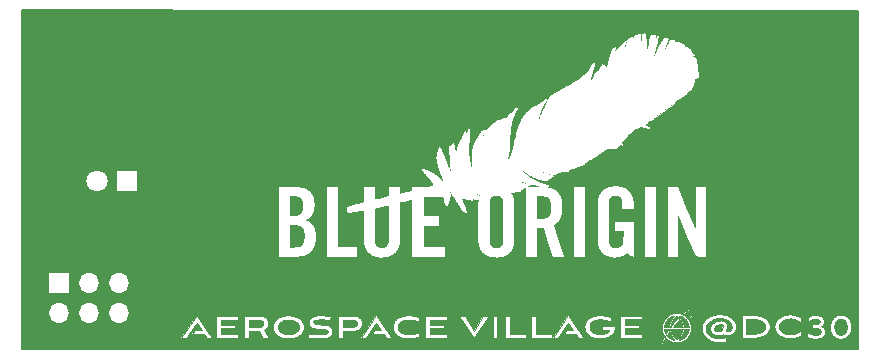
<source format=gbr>
G04 #@! TF.GenerationSoftware,KiCad,Pcbnew,(6.99.0-2452-gdb4f2d9dd8)*
G04 #@! TF.CreationDate,2022-08-02T17:30:29-05:00*
G04 #@! TF.ProjectId,Blue Origin,426c7565-204f-4726-9967-696e2e6b6963,rev?*
G04 #@! TF.SameCoordinates,Original*
G04 #@! TF.FileFunction,Legend,Top*
G04 #@! TF.FilePolarity,Positive*
%FSLAX46Y46*%
G04 Gerber Fmt 4.6, Leading zero omitted, Abs format (unit mm)*
G04 Created by KiCad (PCBNEW (6.99.0-2452-gdb4f2d9dd8)) date 2022-08-02 17:30:29*
%MOMM*%
%LPD*%
G01*
G04 APERTURE LIST*
%ADD10C,0.150000*%
%ADD11C,0.015000*%
%ADD12C,0.120000*%
%ADD13R,1.800000X1.800000*%
%ADD14C,1.800000*%
%ADD15R,1.700000X1.700000*%
%ADD16O,1.700000X1.700000*%
G04 APERTURE END LIST*
D10*
X119100000Y-69200000D02*
X160900000Y-69200000D01*
X160900000Y-69200000D02*
X160900000Y-71400000D01*
X160900000Y-71400000D02*
X119100000Y-71400000D01*
X119100000Y-71400000D02*
X119100000Y-69200000D01*
G36*
X119100000Y-69200000D02*
G01*
X160900000Y-69200000D01*
X160900000Y-71400000D01*
X119100000Y-71400000D01*
X119100000Y-69200000D01*
G37*
X112800000Y-46300000D02*
X119100000Y-46300000D01*
X119100000Y-46300000D02*
X119100000Y-71600000D01*
X119100000Y-71600000D02*
X112800000Y-71600000D01*
X112800000Y-71600000D02*
X112800000Y-46300000D01*
G36*
X112800000Y-46300000D02*
G01*
X119100000Y-46300000D01*
X119100000Y-71600000D01*
X112800000Y-71600000D01*
X112800000Y-46300000D01*
G37*
X100000000Y-46200000D02*
X112800000Y-46200000D01*
X112800000Y-46200000D02*
X112800000Y-74900000D01*
X112800000Y-74900000D02*
X100000000Y-74900000D01*
X100000000Y-74900000D02*
X100000000Y-46200000D01*
G36*
X100000000Y-46200000D02*
G01*
X112800000Y-46200000D01*
X112800000Y-74900000D01*
X100000000Y-74900000D01*
X100000000Y-46200000D01*
G37*
X160800000Y-46300000D02*
X170800000Y-46300000D01*
X170800000Y-46300000D02*
X170800000Y-71300000D01*
X170800000Y-71300000D02*
X160800000Y-71300000D01*
X160800000Y-71300000D02*
X160800000Y-46300000D01*
G36*
X160800000Y-46300000D02*
G01*
X170800000Y-46300000D01*
X170800000Y-71300000D01*
X160800000Y-71300000D01*
X160800000Y-46300000D01*
G37*
D11*
G36*
X128004231Y-72475412D02*
G01*
X128033161Y-72476756D01*
X128060564Y-72478954D01*
X128086481Y-72481971D01*
X128110950Y-72485771D01*
X128134010Y-72490319D01*
X128155700Y-72495580D01*
X128176060Y-72501520D01*
X128195129Y-72508103D01*
X128212946Y-72515294D01*
X128229550Y-72523059D01*
X128244980Y-72531361D01*
X128259276Y-72540166D01*
X128272476Y-72549439D01*
X128284621Y-72559145D01*
X128295748Y-72569249D01*
X128305897Y-72579716D01*
X128315108Y-72590510D01*
X128323419Y-72601597D01*
X128330870Y-72612942D01*
X128337500Y-72624509D01*
X128343347Y-72636264D01*
X128348452Y-72648171D01*
X128352853Y-72660195D01*
X128356590Y-72672302D01*
X128359701Y-72684456D01*
X128364205Y-72708766D01*
X128366677Y-72732845D01*
X128367432Y-72756411D01*
X128366677Y-72780606D01*
X128364205Y-72805232D01*
X128359701Y-72830015D01*
X128352853Y-72854679D01*
X128343347Y-72878951D01*
X128330870Y-72902554D01*
X128323419Y-72914020D01*
X128315108Y-72925215D01*
X128305897Y-72936105D01*
X128295748Y-72946657D01*
X128284621Y-72956836D01*
X128272476Y-72966607D01*
X128259276Y-72975936D01*
X128244980Y-72984788D01*
X128229550Y-72993130D01*
X128212946Y-73000927D01*
X128195129Y-73008144D01*
X128176060Y-73014748D01*
X128155700Y-73020703D01*
X128134010Y-73025976D01*
X128110950Y-73030532D01*
X128086481Y-73034337D01*
X128060564Y-73037356D01*
X128033161Y-73039555D01*
X128004231Y-73040899D01*
X127973735Y-73041355D01*
X127174869Y-73041355D01*
X127174869Y-72474956D01*
X127973735Y-72474956D01*
X128004231Y-72475412D01*
G37*
X128004231Y-72475412D02*
X128033161Y-72476756D01*
X128060564Y-72478954D01*
X128086481Y-72481971D01*
X128110950Y-72485771D01*
X128134010Y-72490319D01*
X128155700Y-72495580D01*
X128176060Y-72501520D01*
X128195129Y-72508103D01*
X128212946Y-72515294D01*
X128229550Y-72523059D01*
X128244980Y-72531361D01*
X128259276Y-72540166D01*
X128272476Y-72549439D01*
X128284621Y-72559145D01*
X128295748Y-72569249D01*
X128305897Y-72579716D01*
X128315108Y-72590510D01*
X128323419Y-72601597D01*
X128330870Y-72612942D01*
X128337500Y-72624509D01*
X128343347Y-72636264D01*
X128348452Y-72648171D01*
X128352853Y-72660195D01*
X128356590Y-72672302D01*
X128359701Y-72684456D01*
X128364205Y-72708766D01*
X128366677Y-72732845D01*
X128367432Y-72756411D01*
X128366677Y-72780606D01*
X128364205Y-72805232D01*
X128359701Y-72830015D01*
X128352853Y-72854679D01*
X128343347Y-72878951D01*
X128330870Y-72902554D01*
X128323419Y-72914020D01*
X128315108Y-72925215D01*
X128305897Y-72936105D01*
X128295748Y-72946657D01*
X128284621Y-72956836D01*
X128272476Y-72966607D01*
X128259276Y-72975936D01*
X128244980Y-72984788D01*
X128229550Y-72993130D01*
X128212946Y-73000927D01*
X128195129Y-73008144D01*
X128176060Y-73014748D01*
X128155700Y-73020703D01*
X128134010Y-73025976D01*
X128110950Y-73030532D01*
X128086481Y-73034337D01*
X128060564Y-73037356D01*
X128033161Y-73039555D01*
X128004231Y-73040899D01*
X127973735Y-73041355D01*
X127174869Y-73041355D01*
X127174869Y-72474956D01*
X127973735Y-72474956D01*
X128004231Y-72475412D01*
G36*
X120094033Y-72483007D02*
G01*
X120120977Y-72484350D01*
X120146481Y-72486547D01*
X120170585Y-72489563D01*
X120193326Y-72493361D01*
X120214741Y-72497907D01*
X120234868Y-72503166D01*
X120253744Y-72509103D01*
X120271408Y-72515683D01*
X120287897Y-72522872D01*
X120303248Y-72530633D01*
X120317500Y-72538931D01*
X120330689Y-72547733D01*
X120342854Y-72557003D01*
X120354032Y-72566705D01*
X120364261Y-72576806D01*
X120373578Y-72587269D01*
X120382021Y-72598059D01*
X120389628Y-72609143D01*
X120396437Y-72620484D01*
X120402484Y-72632048D01*
X120407808Y-72643799D01*
X120412446Y-72655703D01*
X120416436Y-72667725D01*
X120419816Y-72679829D01*
X120422623Y-72691981D01*
X120426670Y-72716287D01*
X120428876Y-72740363D01*
X120429545Y-72763929D01*
X120428876Y-72789406D01*
X120426670Y-72815068D01*
X120422623Y-72840661D01*
X120416436Y-72865935D01*
X120407808Y-72890637D01*
X120402484Y-72902694D01*
X120396436Y-72914514D01*
X120389628Y-72926064D01*
X120382021Y-72937314D01*
X120373578Y-72948232D01*
X120364261Y-72958785D01*
X120354032Y-72968944D01*
X120342854Y-72978675D01*
X120330689Y-72987948D01*
X120317499Y-72996731D01*
X120303248Y-73004993D01*
X120287897Y-73012702D01*
X120271408Y-73019826D01*
X120253744Y-73026334D01*
X120234868Y-73032195D01*
X120214741Y-73037376D01*
X120193326Y-73041847D01*
X120170585Y-73045576D01*
X120146481Y-73048531D01*
X120120976Y-73050681D01*
X120094033Y-73051994D01*
X120065613Y-73052438D01*
X119247679Y-73052438D01*
X119247679Y-72482551D01*
X120065613Y-72482551D01*
X120094033Y-72483007D01*
G37*
X120094033Y-72483007D02*
X120120977Y-72484350D01*
X120146481Y-72486547D01*
X120170585Y-72489563D01*
X120193326Y-72493361D01*
X120214741Y-72497907D01*
X120234868Y-72503166D01*
X120253744Y-72509103D01*
X120271408Y-72515683D01*
X120287897Y-72522872D01*
X120303248Y-72530633D01*
X120317500Y-72538931D01*
X120330689Y-72547733D01*
X120342854Y-72557003D01*
X120354032Y-72566705D01*
X120364261Y-72576806D01*
X120373578Y-72587269D01*
X120382021Y-72598059D01*
X120389628Y-72609143D01*
X120396437Y-72620484D01*
X120402484Y-72632048D01*
X120407808Y-72643799D01*
X120412446Y-72655703D01*
X120416436Y-72667725D01*
X120419816Y-72679829D01*
X120422623Y-72691981D01*
X120426670Y-72716287D01*
X120428876Y-72740363D01*
X120429545Y-72763929D01*
X120428876Y-72789406D01*
X120426670Y-72815068D01*
X120422623Y-72840661D01*
X120416436Y-72865935D01*
X120407808Y-72890637D01*
X120402484Y-72902694D01*
X120396436Y-72914514D01*
X120389628Y-72926064D01*
X120382021Y-72937314D01*
X120373578Y-72948232D01*
X120364261Y-72958785D01*
X120354032Y-72968944D01*
X120342854Y-72978675D01*
X120330689Y-72987948D01*
X120317499Y-72996731D01*
X120303248Y-73004993D01*
X120287897Y-73012702D01*
X120271408Y-73019826D01*
X120253744Y-73026334D01*
X120234868Y-73032195D01*
X120214741Y-73037376D01*
X120193326Y-73041847D01*
X120170585Y-73045576D01*
X120146481Y-73048531D01*
X120120976Y-73050681D01*
X120094033Y-73051994D01*
X120065613Y-73052438D01*
X119247679Y-73052438D01*
X119247679Y-72482551D01*
X120065613Y-72482551D01*
X120094033Y-72483007D01*
G36*
X122611385Y-72449502D02*
G01*
X122657929Y-72451499D01*
X122703575Y-72454812D01*
X122748282Y-72459427D01*
X122792006Y-72465332D01*
X122834706Y-72472512D01*
X122876337Y-72480955D01*
X122916859Y-72490648D01*
X122956227Y-72501577D01*
X122994400Y-72513730D01*
X123031334Y-72527093D01*
X123066988Y-72541653D01*
X123101318Y-72557397D01*
X123134282Y-72574312D01*
X123165837Y-72592385D01*
X123195941Y-72611602D01*
X123224551Y-72631950D01*
X123251624Y-72653417D01*
X123277117Y-72675988D01*
X123300989Y-72699651D01*
X123323195Y-72724394D01*
X123343695Y-72750201D01*
X123362445Y-72777061D01*
X123379402Y-72804960D01*
X123394523Y-72833886D01*
X123407767Y-72863824D01*
X123419090Y-72894762D01*
X123428451Y-72926687D01*
X123435805Y-72959585D01*
X123441111Y-72993444D01*
X123444326Y-73028250D01*
X123445407Y-73063989D01*
X123444326Y-73099101D01*
X123441111Y-73133358D01*
X123435805Y-73166743D01*
X123428451Y-73199241D01*
X123419090Y-73230833D01*
X123407767Y-73261502D01*
X123394523Y-73291232D01*
X123379402Y-73320005D01*
X123362445Y-73347804D01*
X123343695Y-73374612D01*
X123323195Y-73400413D01*
X123300989Y-73425188D01*
X123277117Y-73448922D01*
X123251624Y-73471596D01*
X123224551Y-73493194D01*
X123195941Y-73513698D01*
X123134282Y-73551359D01*
X123066988Y-73584442D01*
X122994400Y-73612810D01*
X122916859Y-73636327D01*
X122834706Y-73654855D01*
X122748282Y-73668259D01*
X122657929Y-73676401D01*
X122563987Y-73679146D01*
X122516589Y-73678457D01*
X122470045Y-73676401D01*
X122424398Y-73672996D01*
X122379689Y-73668259D01*
X122335963Y-73662206D01*
X122293262Y-73654855D01*
X122251628Y-73646223D01*
X122211104Y-73636327D01*
X122171733Y-73625183D01*
X122133557Y-73612810D01*
X122096620Y-73599224D01*
X122060963Y-73584442D01*
X122026629Y-73568482D01*
X121993662Y-73551359D01*
X121962103Y-73533093D01*
X121931995Y-73513698D01*
X121903382Y-73493194D01*
X121876306Y-73471596D01*
X121850809Y-73448922D01*
X121826934Y-73425188D01*
X121804724Y-73400413D01*
X121784221Y-73374612D01*
X121765468Y-73347804D01*
X121748509Y-73320005D01*
X121733384Y-73291232D01*
X121720138Y-73261502D01*
X121708813Y-73230833D01*
X121699451Y-73199241D01*
X121692095Y-73166743D01*
X121686788Y-73133358D01*
X121683573Y-73099101D01*
X121682491Y-73063989D01*
X121683573Y-73028250D01*
X121686788Y-72993444D01*
X121692095Y-72959585D01*
X121699451Y-72926687D01*
X121708813Y-72894762D01*
X121720138Y-72863824D01*
X121733384Y-72833886D01*
X121748509Y-72804960D01*
X121765468Y-72777061D01*
X121784221Y-72750201D01*
X121804724Y-72724394D01*
X121826934Y-72699651D01*
X121850809Y-72675988D01*
X121876306Y-72653417D01*
X121903382Y-72631950D01*
X121931995Y-72611602D01*
X121993662Y-72574312D01*
X122060963Y-72541653D01*
X122133557Y-72513730D01*
X122211104Y-72490648D01*
X122293262Y-72472512D01*
X122379689Y-72459427D01*
X122470045Y-72451499D01*
X122563987Y-72448833D01*
X122611385Y-72449502D01*
G37*
X122611385Y-72449502D02*
X122657929Y-72451499D01*
X122703575Y-72454812D01*
X122748282Y-72459427D01*
X122792006Y-72465332D01*
X122834706Y-72472512D01*
X122876337Y-72480955D01*
X122916859Y-72490648D01*
X122956227Y-72501577D01*
X122994400Y-72513730D01*
X123031334Y-72527093D01*
X123066988Y-72541653D01*
X123101318Y-72557397D01*
X123134282Y-72574312D01*
X123165837Y-72592385D01*
X123195941Y-72611602D01*
X123224551Y-72631950D01*
X123251624Y-72653417D01*
X123277117Y-72675988D01*
X123300989Y-72699651D01*
X123323195Y-72724394D01*
X123343695Y-72750201D01*
X123362445Y-72777061D01*
X123379402Y-72804960D01*
X123394523Y-72833886D01*
X123407767Y-72863824D01*
X123419090Y-72894762D01*
X123428451Y-72926687D01*
X123435805Y-72959585D01*
X123441111Y-72993444D01*
X123444326Y-73028250D01*
X123445407Y-73063989D01*
X123444326Y-73099101D01*
X123441111Y-73133358D01*
X123435805Y-73166743D01*
X123428451Y-73199241D01*
X123419090Y-73230833D01*
X123407767Y-73261502D01*
X123394523Y-73291232D01*
X123379402Y-73320005D01*
X123362445Y-73347804D01*
X123343695Y-73374612D01*
X123323195Y-73400413D01*
X123300989Y-73425188D01*
X123277117Y-73448922D01*
X123251624Y-73471596D01*
X123224551Y-73493194D01*
X123195941Y-73513698D01*
X123134282Y-73551359D01*
X123066988Y-73584442D01*
X122994400Y-73612810D01*
X122916859Y-73636327D01*
X122834706Y-73654855D01*
X122748282Y-73668259D01*
X122657929Y-73676401D01*
X122563987Y-73679146D01*
X122516589Y-73678457D01*
X122470045Y-73676401D01*
X122424398Y-73672996D01*
X122379689Y-73668259D01*
X122335963Y-73662206D01*
X122293262Y-73654855D01*
X122251628Y-73646223D01*
X122211104Y-73636327D01*
X122171733Y-73625183D01*
X122133557Y-73612810D01*
X122096620Y-73599224D01*
X122060963Y-73584442D01*
X122026629Y-73568482D01*
X121993662Y-73551359D01*
X121962103Y-73533093D01*
X121931995Y-73513698D01*
X121903382Y-73493194D01*
X121876306Y-73471596D01*
X121850809Y-73448922D01*
X121826934Y-73425188D01*
X121804724Y-73400413D01*
X121784221Y-73374612D01*
X121765468Y-73347804D01*
X121748509Y-73320005D01*
X121733384Y-73291232D01*
X121720138Y-73261502D01*
X121708813Y-73230833D01*
X121699451Y-73199241D01*
X121692095Y-73166743D01*
X121686788Y-73133358D01*
X121683573Y-73099101D01*
X121682491Y-73063989D01*
X121683573Y-73028250D01*
X121686788Y-72993444D01*
X121692095Y-72959585D01*
X121699451Y-72926687D01*
X121708813Y-72894762D01*
X121720138Y-72863824D01*
X121733384Y-72833886D01*
X121748509Y-72804960D01*
X121765468Y-72777061D01*
X121784221Y-72750201D01*
X121804724Y-72724394D01*
X121826934Y-72699651D01*
X121850809Y-72675988D01*
X121876306Y-72653417D01*
X121903382Y-72631950D01*
X121931995Y-72611602D01*
X121993662Y-72574312D01*
X122060963Y-72541653D01*
X122133557Y-72513730D01*
X122211104Y-72490648D01*
X122293262Y-72472512D01*
X122379689Y-72459427D01*
X122470045Y-72451499D01*
X122563987Y-72448833D01*
X122611385Y-72449502D01*
G36*
X153692002Y-71353705D02*
G01*
X153692002Y-74960151D01*
X112716605Y-74960151D01*
X112716605Y-74001760D01*
X113504087Y-74001760D01*
X113961733Y-74001760D01*
X114168077Y-73682710D01*
X114170479Y-73682710D01*
X114389923Y-73348932D01*
X114389526Y-73348932D01*
X114809811Y-72707576D01*
X115229708Y-73348933D01*
X114641914Y-73348933D01*
X114422470Y-73682712D01*
X115447213Y-73682712D01*
X115657511Y-74001762D01*
X116115157Y-74001762D01*
X116430254Y-74001762D01*
X118332076Y-74001762D01*
X118332076Y-74001760D01*
X118838479Y-74001760D01*
X119247292Y-74001760D01*
X119247292Y-73412804D01*
X120053754Y-73412804D01*
X120451404Y-74001762D01*
X120908973Y-74001762D01*
X120474038Y-73352887D01*
X120499960Y-73341929D01*
X120524900Y-73330209D01*
X120548868Y-73317755D01*
X120571873Y-73304595D01*
X120593928Y-73290757D01*
X120615042Y-73276270D01*
X120635226Y-73261161D01*
X120654490Y-73245459D01*
X120672845Y-73229191D01*
X120690301Y-73212387D01*
X120706869Y-73195074D01*
X120722558Y-73177281D01*
X120751346Y-73140365D01*
X120776748Y-73101866D01*
X120798008Y-73063525D01*
X121243526Y-73063525D01*
X121245238Y-73119467D01*
X121250319Y-73174019D01*
X121258689Y-73227156D01*
X121270264Y-73278851D01*
X121284963Y-73329081D01*
X121302705Y-73377819D01*
X121323408Y-73425041D01*
X121346989Y-73470720D01*
X121373368Y-73514832D01*
X121402462Y-73557352D01*
X121434189Y-73598253D01*
X121468468Y-73637512D01*
X121505217Y-73675102D01*
X121544354Y-73710998D01*
X121585798Y-73745175D01*
X121629467Y-73777608D01*
X121723151Y-73837139D01*
X121824752Y-73889389D01*
X121933616Y-73934156D01*
X122049089Y-73971238D01*
X122170517Y-74000431D01*
X122297246Y-74021534D01*
X122428620Y-74034344D01*
X122563987Y-74038659D01*
X122632443Y-74037575D01*
X122699942Y-74034340D01*
X122766405Y-74028979D01*
X122831752Y-74021518D01*
X122895902Y-74011982D01*
X122958777Y-74000397D01*
X123020297Y-73986788D01*
X123080381Y-73971182D01*
X123117182Y-73960136D01*
X124240785Y-73960136D01*
X124348467Y-73977526D01*
X124462509Y-73993000D01*
X124581498Y-74006434D01*
X124704021Y-74017704D01*
X124828666Y-74026685D01*
X124954017Y-74033254D01*
X125078664Y-74037287D01*
X125201191Y-74038659D01*
X125300590Y-74037605D01*
X125399825Y-74034095D01*
X125498033Y-74027608D01*
X125594353Y-74017620D01*
X125687921Y-74003609D01*
X125697607Y-74001762D01*
X126765670Y-74001762D01*
X127174481Y-74001762D01*
X127174481Y-74001760D01*
X128720278Y-74001760D01*
X129178313Y-74001760D01*
X130026012Y-72707576D01*
X130445910Y-73348933D01*
X129854162Y-73348933D01*
X129634718Y-73682712D01*
X130663415Y-73682712D01*
X130873713Y-74001762D01*
X131331359Y-74001762D01*
X130691563Y-73063989D01*
X131395232Y-73063989D01*
X131396753Y-73121923D01*
X131401292Y-73178216D01*
X131408811Y-73232855D01*
X131419271Y-73285828D01*
X131432636Y-73337120D01*
X131448866Y-73386720D01*
X131467925Y-73434614D01*
X131489775Y-73480789D01*
X131514377Y-73525232D01*
X131541693Y-73567930D01*
X131571687Y-73608871D01*
X131604320Y-73648040D01*
X131639554Y-73685426D01*
X131677352Y-73721015D01*
X131717675Y-73754794D01*
X131760485Y-73786750D01*
X131805746Y-73816870D01*
X131853418Y-73845141D01*
X131903465Y-73871550D01*
X131955848Y-73896084D01*
X132067472Y-73939475D01*
X132187986Y-73975211D01*
X132317089Y-74003186D01*
X132454478Y-74023297D01*
X132599849Y-74035440D01*
X132752900Y-74039511D01*
X132814874Y-74038851D01*
X132875653Y-74036870D01*
X132935268Y-74033570D01*
X132993754Y-74028951D01*
X133051142Y-74023013D01*
X133107465Y-74015757D01*
X133162756Y-74007184D01*
X133192520Y-74001762D01*
X134133669Y-74001762D01*
X136035878Y-74001762D01*
X136035878Y-73679146D01*
X134542868Y-73679146D01*
X134542868Y-73198865D01*
X135765585Y-73198865D01*
X135765585Y-72902449D01*
X134542868Y-72902449D01*
X134542868Y-72444803D01*
X136035878Y-72444803D01*
X136035878Y-72118621D01*
X134133669Y-72118621D01*
X134133669Y-74001762D01*
X133192520Y-74001762D01*
X133217047Y-73997294D01*
X133270370Y-73986087D01*
X133322759Y-73973566D01*
X133374245Y-73959729D01*
X133424862Y-73944577D01*
X133474641Y-73928112D01*
X133523616Y-73910334D01*
X133571819Y-73891243D01*
X133619282Y-73870839D01*
X133619282Y-73506443D01*
X133585881Y-73523858D01*
X133549048Y-73540908D01*
X133508958Y-73557490D01*
X133465788Y-73573499D01*
X133419714Y-73588829D01*
X133370911Y-73603376D01*
X133319557Y-73617035D01*
X133265827Y-73629701D01*
X133209897Y-73641269D01*
X133151943Y-73651635D01*
X133092141Y-73660694D01*
X133030668Y-73668341D01*
X132967700Y-73674471D01*
X132903412Y-73678979D01*
X132837980Y-73681761D01*
X132771582Y-73682711D01*
X132716410Y-73682032D01*
X132662749Y-73680005D01*
X132610616Y-73676642D01*
X132560025Y-73671961D01*
X132510993Y-73665973D01*
X132463535Y-73658695D01*
X132417667Y-73650140D01*
X132373405Y-73640323D01*
X132330765Y-73629258D01*
X132289761Y-73616960D01*
X132250411Y-73603442D01*
X132212730Y-73588721D01*
X132176733Y-73572809D01*
X132142436Y-73555721D01*
X132109856Y-73537472D01*
X132079007Y-73518076D01*
X132049906Y-73497548D01*
X132022568Y-73475902D01*
X131997009Y-73453152D01*
X131973245Y-73429312D01*
X131951292Y-73404398D01*
X131931165Y-73378423D01*
X131912880Y-73351403D01*
X131896453Y-73323351D01*
X131881900Y-73294281D01*
X131869235Y-73264209D01*
X131858476Y-73233148D01*
X131849638Y-73201114D01*
X131842737Y-73168120D01*
X131837788Y-73134181D01*
X131834806Y-73099311D01*
X131833809Y-73063524D01*
X131834817Y-73027774D01*
X131837829Y-72992939D01*
X131842823Y-72959032D01*
X131849781Y-72926069D01*
X131858681Y-72894063D01*
X131869505Y-72863030D01*
X131882232Y-72832984D01*
X131896842Y-72803938D01*
X131913315Y-72775909D01*
X131931632Y-72748909D01*
X131951771Y-72722954D01*
X131973715Y-72698058D01*
X131997441Y-72674236D01*
X132022931Y-72651501D01*
X132050164Y-72629869D01*
X132079120Y-72609354D01*
X132142123Y-72571732D01*
X132211780Y-72538751D01*
X132287930Y-72510526D01*
X132370415Y-72487174D01*
X132459074Y-72468810D01*
X132553747Y-72455550D01*
X132654274Y-72447509D01*
X132760497Y-72444803D01*
X132829930Y-72445882D01*
X132897545Y-72449042D01*
X132963282Y-72454169D01*
X133027082Y-72461146D01*
X133088884Y-72469859D01*
X133148629Y-72480192D01*
X133206257Y-72492030D01*
X133261708Y-72505258D01*
X133314922Y-72519760D01*
X133365838Y-72535421D01*
X133414398Y-72552126D01*
X133460541Y-72569759D01*
X133504208Y-72588205D01*
X133545337Y-72607350D01*
X133583870Y-72627077D01*
X133619747Y-72647271D01*
X133619747Y-72260705D01*
X133572323Y-72239603D01*
X133524227Y-72219898D01*
X133475412Y-72201587D01*
X133425829Y-72184663D01*
X133375430Y-72169122D01*
X133324166Y-72154960D01*
X133271989Y-72142170D01*
X133218851Y-72130747D01*
X133164705Y-72120688D01*
X133109500Y-72111986D01*
X133092038Y-72109707D01*
X136996129Y-72109707D01*
X138264114Y-74030596D01*
X138289129Y-73992925D01*
X139854792Y-73992925D01*
X140263527Y-73992925D01*
X140901318Y-73992925D01*
X142683300Y-73992925D01*
X143092502Y-73992925D01*
X144874098Y-73992925D01*
X144874098Y-73992924D01*
X144960604Y-73992924D01*
X145418560Y-73992924D01*
X146266260Y-72698662D01*
X146686158Y-73340406D01*
X146094876Y-73340406D01*
X145875355Y-73674185D01*
X146903664Y-73674185D01*
X147114038Y-73992925D01*
X147571608Y-73992925D01*
X146926522Y-73047554D01*
X147631932Y-73047554D01*
X147633686Y-73106137D01*
X147638884Y-73163038D01*
X147647430Y-73218246D01*
X147659230Y-73271750D01*
X147674187Y-73323537D01*
X147692206Y-73373595D01*
X147713191Y-73421914D01*
X147737046Y-73468481D01*
X147763677Y-73513285D01*
X147792987Y-73556314D01*
X147824881Y-73597557D01*
X147859263Y-73637001D01*
X147896038Y-73674634D01*
X147935110Y-73710447D01*
X147976384Y-73744425D01*
X148019763Y-73776559D01*
X148065153Y-73806835D01*
X148112458Y-73835243D01*
X148212429Y-73886407D01*
X148318911Y-73929956D01*
X148431141Y-73965797D01*
X148548354Y-73993836D01*
X148669784Y-74013980D01*
X148794668Y-74026134D01*
X148922239Y-74030207D01*
X148985664Y-74029252D01*
X149048553Y-74026393D01*
X149110808Y-74021638D01*
X149172332Y-74014993D01*
X149233029Y-74006467D01*
X149292802Y-73996066D01*
X149307844Y-73992925D01*
X150636692Y-73992925D01*
X152538511Y-73992925D01*
X152538511Y-73670232D01*
X151045501Y-73670232D01*
X151045501Y-73190416D01*
X152268608Y-73190416D01*
X152268608Y-72893923D01*
X151045501Y-72893923D01*
X151045501Y-72436354D01*
X152538515Y-72436354D01*
X152538515Y-72109707D01*
X150636695Y-72109707D01*
X150636692Y-73992925D01*
X149307844Y-73992925D01*
X149351554Y-73983798D01*
X149409188Y-73969672D01*
X149465607Y-73953693D01*
X149520715Y-73935871D01*
X149574414Y-73916211D01*
X149626609Y-73894723D01*
X149677201Y-73871412D01*
X149726094Y-73846288D01*
X149773192Y-73819356D01*
X149818397Y-73790626D01*
X149861612Y-73760104D01*
X149902742Y-73727797D01*
X149941688Y-73693714D01*
X149978354Y-73657861D01*
X150012644Y-73620247D01*
X150044460Y-73580878D01*
X150073705Y-73539763D01*
X150100283Y-73496908D01*
X150124097Y-73452322D01*
X150145050Y-73406011D01*
X150163045Y-73357983D01*
X150177986Y-73308247D01*
X150189775Y-73256808D01*
X150198315Y-73203675D01*
X150203511Y-73148856D01*
X150205264Y-73092357D01*
X150205093Y-73076518D01*
X150204644Y-73062375D01*
X150204009Y-73049537D01*
X150203281Y-73037612D01*
X150201917Y-73014931D01*
X150201468Y-73003393D01*
X150201297Y-72991200D01*
X149094848Y-72991200D01*
X149094848Y-73295214D01*
X149743726Y-73295214D01*
X149730706Y-73322036D01*
X149716318Y-73347672D01*
X149700622Y-73372145D01*
X149683677Y-73395477D01*
X149665542Y-73417689D01*
X149646279Y-73438803D01*
X149625946Y-73458841D01*
X149604603Y-73477825D01*
X149582310Y-73495778D01*
X149559127Y-73512720D01*
X149510328Y-73543661D01*
X149458686Y-73570825D01*
X149404677Y-73594385D01*
X149348780Y-73614518D01*
X149291472Y-73631398D01*
X149233233Y-73645201D01*
X149174539Y-73656102D01*
X149115869Y-73664275D01*
X149057700Y-73669897D01*
X149000511Y-73673141D01*
X148944780Y-73674183D01*
X148898032Y-73673493D01*
X148852100Y-73671430D01*
X148807028Y-73668007D01*
X148762859Y-73663239D01*
X148719638Y-73657137D01*
X148677408Y-73649716D01*
X148636213Y-73640987D01*
X148596098Y-73630965D01*
X148557104Y-73619663D01*
X148519277Y-73607093D01*
X148482661Y-73593268D01*
X148447298Y-73578203D01*
X148413234Y-73561909D01*
X148380511Y-73544401D01*
X148349174Y-73525691D01*
X148319266Y-73505792D01*
X148290831Y-73484718D01*
X148263913Y-73462481D01*
X148238556Y-73439095D01*
X148214803Y-73414573D01*
X148192699Y-73388928D01*
X148172288Y-73362173D01*
X148153612Y-73334322D01*
X148136716Y-73305386D01*
X148121644Y-73275381D01*
X148108439Y-73244318D01*
X148097146Y-73212210D01*
X148087807Y-73179072D01*
X148080468Y-73144916D01*
X148075171Y-73109755D01*
X148071961Y-73073602D01*
X148070881Y-73036470D01*
X148072314Y-72993129D01*
X148076538Y-72951707D01*
X148083441Y-72912170D01*
X148092913Y-72874481D01*
X148104842Y-72838605D01*
X148119116Y-72804507D01*
X148135625Y-72772150D01*
X148154257Y-72741499D01*
X148174900Y-72712518D01*
X148197444Y-72685171D01*
X148221776Y-72659424D01*
X148247787Y-72635240D01*
X148275363Y-72612583D01*
X148304395Y-72591418D01*
X148334769Y-72571709D01*
X148366377Y-72553421D01*
X148432842Y-72520963D01*
X148502900Y-72493759D01*
X148575660Y-72471523D01*
X148650232Y-72453971D01*
X148725723Y-72440815D01*
X148801244Y-72431772D01*
X148875904Y-72426555D01*
X148948813Y-72424880D01*
X149018877Y-72426047D01*
X149086996Y-72429470D01*
X149153252Y-72435035D01*
X149217728Y-72442627D01*
X149280505Y-72452130D01*
X149341668Y-72463430D01*
X149401297Y-72476411D01*
X149459477Y-72490958D01*
X149516289Y-72506956D01*
X149571817Y-72524290D01*
X149626143Y-72542845D01*
X149679349Y-72562506D01*
X149731518Y-72583158D01*
X149782734Y-72604685D01*
X149882632Y-72649905D01*
X149882632Y-72285974D01*
X149832549Y-72262007D01*
X149780872Y-72239388D01*
X149727672Y-72218143D01*
X149673020Y-72198300D01*
X149616987Y-72179887D01*
X149559643Y-72162932D01*
X149501060Y-72147460D01*
X149441309Y-72133501D01*
X149380460Y-72121081D01*
X149318585Y-72110228D01*
X149255753Y-72100969D01*
X149192037Y-72093332D01*
X149127507Y-72087345D01*
X149062234Y-72083034D01*
X148996289Y-72080427D01*
X148929742Y-72079552D01*
X148929750Y-72079552D01*
X148929753Y-72079551D01*
X148807006Y-72083127D01*
X148685525Y-72093912D01*
X148566230Y-72111985D01*
X148507690Y-72123781D01*
X148450041Y-72137430D01*
X148393397Y-72152943D01*
X148337874Y-72170329D01*
X148283586Y-72189599D01*
X148230647Y-72210763D01*
X148179173Y-72233831D01*
X148129278Y-72258813D01*
X148081076Y-72285721D01*
X148034683Y-72314563D01*
X147990213Y-72345351D01*
X147947781Y-72378094D01*
X147907502Y-72412803D01*
X147869490Y-72449487D01*
X147833859Y-72488158D01*
X147800726Y-72528826D01*
X147770203Y-72571500D01*
X147742406Y-72616190D01*
X147717451Y-72662908D01*
X147695450Y-72711664D01*
X147676520Y-72762467D01*
X147660774Y-72815328D01*
X147648327Y-72870256D01*
X147639295Y-72927264D01*
X147633792Y-72986359D01*
X147631932Y-73047554D01*
X146926522Y-73047554D01*
X146266260Y-72079941D01*
X144960604Y-73992924D01*
X144874098Y-73992924D01*
X144874098Y-73640466D01*
X143501235Y-73640466D01*
X143501235Y-72109707D01*
X143092502Y-72109707D01*
X143092502Y-73992925D01*
X142683300Y-73992925D01*
X142683300Y-73640466D01*
X141310517Y-73640466D01*
X141310517Y-72109707D01*
X140901318Y-72109707D01*
X140901318Y-73992925D01*
X140263527Y-73992925D01*
X140263527Y-72109707D01*
X139854792Y-72109707D01*
X139854792Y-73992925D01*
X138289129Y-73992925D01*
X139539695Y-72109707D01*
X139059414Y-72109707D01*
X138264114Y-73385288D01*
X137480285Y-72109707D01*
X136996129Y-72109707D01*
X133092038Y-72109707D01*
X133053190Y-72104637D01*
X132995726Y-72098635D01*
X132937060Y-72093976D01*
X132877143Y-72090654D01*
X132815927Y-72088665D01*
X132753365Y-72088003D01*
X132753365Y-72088002D01*
X132675862Y-72089059D01*
X132600243Y-72092144D01*
X132526546Y-72097245D01*
X132454809Y-72104350D01*
X132385069Y-72113445D01*
X132317364Y-72124518D01*
X132251732Y-72137555D01*
X132188211Y-72152543D01*
X132126839Y-72169470D01*
X132067653Y-72188322D01*
X132010691Y-72209087D01*
X131955992Y-72231751D01*
X131903592Y-72256302D01*
X131853530Y-72282727D01*
X131805843Y-72311012D01*
X131760569Y-72341145D01*
X131717746Y-72373113D01*
X131677413Y-72406903D01*
X131639605Y-72442501D01*
X131604363Y-72479896D01*
X131571722Y-72519073D01*
X131541721Y-72560020D01*
X131514399Y-72602725D01*
X131489792Y-72647173D01*
X131467938Y-72693352D01*
X131448875Y-72741250D01*
X131432642Y-72790852D01*
X131419275Y-72842147D01*
X131408813Y-72895121D01*
X131401293Y-72949762D01*
X131396753Y-73006055D01*
X131395232Y-73063989D01*
X130691563Y-73063989D01*
X130026012Y-72088468D01*
X128720278Y-74001760D01*
X127174481Y-74001760D01*
X127174481Y-73397690D01*
X128059853Y-73397690D01*
X128109507Y-73396681D01*
X128157206Y-73393702D01*
X128202977Y-73388828D01*
X128246843Y-73382132D01*
X128288829Y-73373690D01*
X128328960Y-73363575D01*
X128367262Y-73351861D01*
X128403757Y-73338623D01*
X128438473Y-73323934D01*
X128471432Y-73307870D01*
X128502661Y-73290503D01*
X128532183Y-73271909D01*
X128560023Y-73252161D01*
X128586207Y-73231333D01*
X128610759Y-73209501D01*
X128633704Y-73186737D01*
X128655066Y-73163116D01*
X128674870Y-73138713D01*
X128693142Y-73113601D01*
X128709905Y-73087855D01*
X128725185Y-73061548D01*
X128739007Y-73034755D01*
X128751394Y-73007551D01*
X128762373Y-72980008D01*
X128771967Y-72952202D01*
X128780201Y-72924207D01*
X128787101Y-72896097D01*
X128792691Y-72867945D01*
X128800039Y-72811815D01*
X128802444Y-72756411D01*
X128800104Y-72701047D01*
X128792805Y-72645028D01*
X128780349Y-72588938D01*
X128762540Y-72533360D01*
X128739183Y-72478877D01*
X128725362Y-72452228D01*
X128710080Y-72426072D01*
X128693313Y-72400481D01*
X128675035Y-72375529D01*
X128655224Y-72351287D01*
X128633853Y-72327830D01*
X128610898Y-72305230D01*
X128586336Y-72283559D01*
X128560140Y-72262891D01*
X128532287Y-72243299D01*
X128502753Y-72224855D01*
X128471512Y-72207632D01*
X128438540Y-72191704D01*
X128403813Y-72177143D01*
X128367306Y-72164022D01*
X128328994Y-72152414D01*
X128288853Y-72142392D01*
X128246859Y-72134029D01*
X128202986Y-72127397D01*
X128157211Y-72122570D01*
X128109508Y-72119620D01*
X128059853Y-72118621D01*
X126765670Y-72118621D01*
X126765670Y-74001762D01*
X125697607Y-74001762D01*
X125733404Y-73994933D01*
X125777876Y-73985054D01*
X125821230Y-73973909D01*
X125863356Y-73961433D01*
X125904149Y-73947558D01*
X125943499Y-73932222D01*
X125981299Y-73915357D01*
X126017442Y-73896900D01*
X126051819Y-73876784D01*
X126084323Y-73854944D01*
X126114846Y-73831315D01*
X126143281Y-73805833D01*
X126169518Y-73778431D01*
X126193452Y-73749044D01*
X126214973Y-73717607D01*
X126233974Y-73684055D01*
X126250348Y-73648322D01*
X126263987Y-73610343D01*
X126274782Y-73570053D01*
X126282626Y-73527387D01*
X126287412Y-73482279D01*
X126289031Y-73434665D01*
X126284439Y-73356670D01*
X126270983Y-73286200D01*
X126249253Y-73222848D01*
X126219840Y-73166206D01*
X126183336Y-73115868D01*
X126140330Y-73071425D01*
X126091415Y-73032470D01*
X126037180Y-72998597D01*
X125978217Y-72969398D01*
X125915116Y-72944466D01*
X125848469Y-72923393D01*
X125778867Y-72905773D01*
X125633158Y-72879261D01*
X125482718Y-72861672D01*
X125186551Y-72840230D01*
X125050278Y-72829861D01*
X124928182Y-72815383D01*
X124873928Y-72805585D01*
X124824990Y-72793538D01*
X124781960Y-72778835D01*
X124745428Y-72761069D01*
X124715986Y-72739832D01*
X124694225Y-72714717D01*
X124680735Y-72685317D01*
X124676107Y-72651224D01*
X124677074Y-72634422D01*
X124679936Y-72618455D01*
X124684630Y-72603305D01*
X124691094Y-72588951D01*
X124699267Y-72575373D01*
X124709087Y-72562552D01*
X124720492Y-72550468D01*
X124733421Y-72539100D01*
X124747811Y-72528430D01*
X124763601Y-72518437D01*
X124799133Y-72500402D01*
X124839523Y-72484839D01*
X124884277Y-72471587D01*
X124932901Y-72460489D01*
X124984899Y-72451385D01*
X125039779Y-72444118D01*
X125097046Y-72438528D01*
X125156205Y-72434456D01*
X125216763Y-72431744D01*
X125340097Y-72429765D01*
X125403863Y-72430240D01*
X125465670Y-72431633D01*
X125525503Y-72433894D01*
X125583346Y-72436974D01*
X125639185Y-72440823D01*
X125693005Y-72445393D01*
X125794525Y-72456495D01*
X125887785Y-72469885D01*
X125972664Y-72485169D01*
X126049041Y-72501951D01*
X126116794Y-72519837D01*
X126135476Y-72178540D01*
X126077517Y-72164984D01*
X126000716Y-72150234D01*
X125907368Y-72135216D01*
X125799764Y-72120853D01*
X125680198Y-72108072D01*
X125550963Y-72097798D01*
X125414353Y-72090954D01*
X125272660Y-72088468D01*
X125191560Y-72089350D01*
X125107922Y-72092361D01*
X125022820Y-72098053D01*
X124937324Y-72106976D01*
X124852507Y-72119679D01*
X124810688Y-72127620D01*
X124769441Y-72136712D01*
X124728900Y-72147025D01*
X124689198Y-72158627D01*
X124650471Y-72171586D01*
X124612851Y-72185972D01*
X124576472Y-72201853D01*
X124541470Y-72219298D01*
X124507977Y-72238376D01*
X124476128Y-72259156D01*
X124446057Y-72281706D01*
X124417898Y-72306095D01*
X124391785Y-72332391D01*
X124367851Y-72360665D01*
X124346232Y-72390984D01*
X124327060Y-72423416D01*
X124310470Y-72458032D01*
X124296595Y-72494900D01*
X124285571Y-72534088D01*
X124277531Y-72575665D01*
X124272608Y-72619700D01*
X124270938Y-72666262D01*
X124275575Y-72742556D01*
X124289092Y-72811351D01*
X124310896Y-72873065D01*
X124340396Y-72928112D01*
X124377000Y-72976907D01*
X124420116Y-73019868D01*
X124469151Y-73057408D01*
X124523514Y-73089944D01*
X124582613Y-73117892D01*
X124645856Y-73141666D01*
X124712651Y-73161683D01*
X124782405Y-73178358D01*
X124928426Y-73203345D01*
X125079183Y-73219952D01*
X125375961Y-73241324D01*
X125512510Y-73252738D01*
X125634852Y-73269072D01*
X125689215Y-73280122D01*
X125738250Y-73293649D01*
X125781366Y-73310068D01*
X125817970Y-73329794D01*
X125847470Y-73353244D01*
X125869274Y-73380833D01*
X125882791Y-73412977D01*
X125887428Y-73450090D01*
X125886405Y-73468609D01*
X125883375Y-73486227D01*
X125878394Y-73502965D01*
X125871521Y-73518844D01*
X125862814Y-73533885D01*
X125852330Y-73548106D01*
X125840126Y-73561530D01*
X125826260Y-73574177D01*
X125810791Y-73586067D01*
X125793775Y-73597220D01*
X125755334Y-73617399D01*
X125711399Y-73634878D01*
X125662431Y-73649822D01*
X125608891Y-73662394D01*
X125551241Y-73672757D01*
X125489941Y-73681077D01*
X125425453Y-73687516D01*
X125358237Y-73692239D01*
X125288756Y-73695410D01*
X125144838Y-73697749D01*
X125028325Y-73696520D01*
X124914679Y-73692830D01*
X124803238Y-73686675D01*
X124693336Y-73678050D01*
X124584308Y-73666950D01*
X124475489Y-73653372D01*
X124366216Y-73637311D01*
X124255822Y-73618762D01*
X124240785Y-73960136D01*
X123117182Y-73960136D01*
X123138950Y-73953603D01*
X123195924Y-73934077D01*
X123251224Y-73912629D01*
X123304769Y-73889285D01*
X123356480Y-73864070D01*
X123406277Y-73837011D01*
X123454080Y-73808132D01*
X123499810Y-73777459D01*
X123543386Y-73745018D01*
X123584729Y-73710833D01*
X123623759Y-73674931D01*
X123660396Y-73637337D01*
X123694561Y-73598077D01*
X123726174Y-73557176D01*
X123755155Y-73514659D01*
X123781423Y-73470553D01*
X123804900Y-73424882D01*
X123825506Y-73377672D01*
X123843161Y-73328948D01*
X123857784Y-73278737D01*
X123869297Y-73227064D01*
X123877619Y-73173954D01*
X123882671Y-73119432D01*
X123884372Y-73063525D01*
X123882672Y-73006954D01*
X123877623Y-72951854D01*
X123869306Y-72898245D01*
X123857800Y-72846150D01*
X123843185Y-72795589D01*
X123825540Y-72746584D01*
X123804945Y-72699157D01*
X123781479Y-72653327D01*
X123755222Y-72609118D01*
X123726254Y-72566550D01*
X123694653Y-72525644D01*
X123660501Y-72486422D01*
X123623875Y-72448906D01*
X123584857Y-72413116D01*
X123543524Y-72379074D01*
X123499958Y-72346801D01*
X123406441Y-72287649D01*
X123304943Y-72235829D01*
X123196100Y-72191513D01*
X123080548Y-72154872D01*
X122958924Y-72126076D01*
X122831865Y-72105297D01*
X122700008Y-72092703D01*
X122563987Y-72088468D01*
X122495846Y-72089530D01*
X122428620Y-72092704D01*
X122362393Y-72097966D01*
X122297246Y-72105297D01*
X122233260Y-72114674D01*
X122170517Y-72126076D01*
X122109100Y-72139483D01*
X122049089Y-72154872D01*
X121990567Y-72172223D01*
X121933616Y-72191513D01*
X121878317Y-72212723D01*
X121824752Y-72235829D01*
X121773002Y-72260812D01*
X121723151Y-72287649D01*
X121675278Y-72316319D01*
X121629467Y-72346801D01*
X121585798Y-72379074D01*
X121544354Y-72413116D01*
X121505217Y-72448906D01*
X121468468Y-72486423D01*
X121434189Y-72525644D01*
X121402462Y-72566550D01*
X121373368Y-72609118D01*
X121346989Y-72653328D01*
X121323408Y-72699157D01*
X121302705Y-72746584D01*
X121284963Y-72795589D01*
X121270264Y-72846150D01*
X121258689Y-72898245D01*
X121250319Y-72951854D01*
X121245238Y-73006954D01*
X121243526Y-73063525D01*
X120798008Y-73063525D01*
X120798848Y-73062009D01*
X120817729Y-73021020D01*
X120833476Y-72979123D01*
X120846172Y-72936545D01*
X120855901Y-72893511D01*
X120862746Y-72850247D01*
X120866792Y-72806978D01*
X120868122Y-72763930D01*
X120865713Y-72708481D01*
X120858352Y-72652224D01*
X120845843Y-72595763D01*
X120827990Y-72539704D01*
X120804595Y-72484652D01*
X120790758Y-72457692D01*
X120775461Y-72431212D01*
X120758680Y-72405286D01*
X120740391Y-72379989D01*
X120720568Y-72355399D01*
X120699188Y-72331589D01*
X120676225Y-72308637D01*
X120651656Y-72286617D01*
X120625454Y-72265605D01*
X120597596Y-72245678D01*
X120568057Y-72226909D01*
X120536813Y-72209376D01*
X120503838Y-72193154D01*
X120469109Y-72178318D01*
X120432600Y-72164944D01*
X120394287Y-72153108D01*
X120354145Y-72142886D01*
X120312150Y-72134352D01*
X120268277Y-72127583D01*
X120222502Y-72122655D01*
X120174799Y-72119642D01*
X120125144Y-72118621D01*
X118838479Y-72118621D01*
X118838479Y-74001760D01*
X118332076Y-74001760D01*
X118332076Y-73679146D01*
X116839066Y-73679146D01*
X116839066Y-73198865D01*
X118062247Y-73198865D01*
X118062247Y-72902449D01*
X116839066Y-72902449D01*
X116839066Y-72444803D01*
X118332076Y-72444803D01*
X118332076Y-72118621D01*
X116430254Y-72118621D01*
X116430254Y-74001762D01*
X116115157Y-74001762D01*
X114830383Y-72118621D01*
X114809811Y-72088468D01*
X113504087Y-74001760D01*
X112716605Y-74001760D01*
X112716605Y-71353705D01*
X153692002Y-71353705D01*
G37*
X153692002Y-71353705D02*
X153692002Y-74960151D01*
X112716605Y-74960151D01*
X112716605Y-74001760D01*
X113504087Y-74001760D01*
X113961733Y-74001760D01*
X114168077Y-73682710D01*
X114170479Y-73682710D01*
X114389923Y-73348932D01*
X114389526Y-73348932D01*
X114809811Y-72707576D01*
X115229708Y-73348933D01*
X114641914Y-73348933D01*
X114422470Y-73682712D01*
X115447213Y-73682712D01*
X115657511Y-74001762D01*
X116115157Y-74001762D01*
X116430254Y-74001762D01*
X118332076Y-74001762D01*
X118332076Y-74001760D01*
X118838479Y-74001760D01*
X119247292Y-74001760D01*
X119247292Y-73412804D01*
X120053754Y-73412804D01*
X120451404Y-74001762D01*
X120908973Y-74001762D01*
X120474038Y-73352887D01*
X120499960Y-73341929D01*
X120524900Y-73330209D01*
X120548868Y-73317755D01*
X120571873Y-73304595D01*
X120593928Y-73290757D01*
X120615042Y-73276270D01*
X120635226Y-73261161D01*
X120654490Y-73245459D01*
X120672845Y-73229191D01*
X120690301Y-73212387D01*
X120706869Y-73195074D01*
X120722558Y-73177281D01*
X120751346Y-73140365D01*
X120776748Y-73101866D01*
X120798008Y-73063525D01*
X121243526Y-73063525D01*
X121245238Y-73119467D01*
X121250319Y-73174019D01*
X121258689Y-73227156D01*
X121270264Y-73278851D01*
X121284963Y-73329081D01*
X121302705Y-73377819D01*
X121323408Y-73425041D01*
X121346989Y-73470720D01*
X121373368Y-73514832D01*
X121402462Y-73557352D01*
X121434189Y-73598253D01*
X121468468Y-73637512D01*
X121505217Y-73675102D01*
X121544354Y-73710998D01*
X121585798Y-73745175D01*
X121629467Y-73777608D01*
X121723151Y-73837139D01*
X121824752Y-73889389D01*
X121933616Y-73934156D01*
X122049089Y-73971238D01*
X122170517Y-74000431D01*
X122297246Y-74021534D01*
X122428620Y-74034344D01*
X122563987Y-74038659D01*
X122632443Y-74037575D01*
X122699942Y-74034340D01*
X122766405Y-74028979D01*
X122831752Y-74021518D01*
X122895902Y-74011982D01*
X122958777Y-74000397D01*
X123020297Y-73986788D01*
X123080381Y-73971182D01*
X123117182Y-73960136D01*
X124240785Y-73960136D01*
X124348467Y-73977526D01*
X124462509Y-73993000D01*
X124581498Y-74006434D01*
X124704021Y-74017704D01*
X124828666Y-74026685D01*
X124954017Y-74033254D01*
X125078664Y-74037287D01*
X125201191Y-74038659D01*
X125300590Y-74037605D01*
X125399825Y-74034095D01*
X125498033Y-74027608D01*
X125594353Y-74017620D01*
X125687921Y-74003609D01*
X125697607Y-74001762D01*
X126765670Y-74001762D01*
X127174481Y-74001762D01*
X127174481Y-74001760D01*
X128720278Y-74001760D01*
X129178313Y-74001760D01*
X130026012Y-72707576D01*
X130445910Y-73348933D01*
X129854162Y-73348933D01*
X129634718Y-73682712D01*
X130663415Y-73682712D01*
X130873713Y-74001762D01*
X131331359Y-74001762D01*
X130691563Y-73063989D01*
X131395232Y-73063989D01*
X131396753Y-73121923D01*
X131401292Y-73178216D01*
X131408811Y-73232855D01*
X131419271Y-73285828D01*
X131432636Y-73337120D01*
X131448866Y-73386720D01*
X131467925Y-73434614D01*
X131489775Y-73480789D01*
X131514377Y-73525232D01*
X131541693Y-73567930D01*
X131571687Y-73608871D01*
X131604320Y-73648040D01*
X131639554Y-73685426D01*
X131677352Y-73721015D01*
X131717675Y-73754794D01*
X131760485Y-73786750D01*
X131805746Y-73816870D01*
X131853418Y-73845141D01*
X131903465Y-73871550D01*
X131955848Y-73896084D01*
X132067472Y-73939475D01*
X132187986Y-73975211D01*
X132317089Y-74003186D01*
X132454478Y-74023297D01*
X132599849Y-74035440D01*
X132752900Y-74039511D01*
X132814874Y-74038851D01*
X132875653Y-74036870D01*
X132935268Y-74033570D01*
X132993754Y-74028951D01*
X133051142Y-74023013D01*
X133107465Y-74015757D01*
X133162756Y-74007184D01*
X133192520Y-74001762D01*
X134133669Y-74001762D01*
X136035878Y-74001762D01*
X136035878Y-73679146D01*
X134542868Y-73679146D01*
X134542868Y-73198865D01*
X135765585Y-73198865D01*
X135765585Y-72902449D01*
X134542868Y-72902449D01*
X134542868Y-72444803D01*
X136035878Y-72444803D01*
X136035878Y-72118621D01*
X134133669Y-72118621D01*
X134133669Y-74001762D01*
X133192520Y-74001762D01*
X133217047Y-73997294D01*
X133270370Y-73986087D01*
X133322759Y-73973566D01*
X133374245Y-73959729D01*
X133424862Y-73944577D01*
X133474641Y-73928112D01*
X133523616Y-73910334D01*
X133571819Y-73891243D01*
X133619282Y-73870839D01*
X133619282Y-73506443D01*
X133585881Y-73523858D01*
X133549048Y-73540908D01*
X133508958Y-73557490D01*
X133465788Y-73573499D01*
X133419714Y-73588829D01*
X133370911Y-73603376D01*
X133319557Y-73617035D01*
X133265827Y-73629701D01*
X133209897Y-73641269D01*
X133151943Y-73651635D01*
X133092141Y-73660694D01*
X133030668Y-73668341D01*
X132967700Y-73674471D01*
X132903412Y-73678979D01*
X132837980Y-73681761D01*
X132771582Y-73682711D01*
X132716410Y-73682032D01*
X132662749Y-73680005D01*
X132610616Y-73676642D01*
X132560025Y-73671961D01*
X132510993Y-73665973D01*
X132463535Y-73658695D01*
X132417667Y-73650140D01*
X132373405Y-73640323D01*
X132330765Y-73629258D01*
X132289761Y-73616960D01*
X132250411Y-73603442D01*
X132212730Y-73588721D01*
X132176733Y-73572809D01*
X132142436Y-73555721D01*
X132109856Y-73537472D01*
X132079007Y-73518076D01*
X132049906Y-73497548D01*
X132022568Y-73475902D01*
X131997009Y-73453152D01*
X131973245Y-73429312D01*
X131951292Y-73404398D01*
X131931165Y-73378423D01*
X131912880Y-73351403D01*
X131896453Y-73323351D01*
X131881900Y-73294281D01*
X131869235Y-73264209D01*
X131858476Y-73233148D01*
X131849638Y-73201114D01*
X131842737Y-73168120D01*
X131837788Y-73134181D01*
X131834806Y-73099311D01*
X131833809Y-73063524D01*
X131834817Y-73027774D01*
X131837829Y-72992939D01*
X131842823Y-72959032D01*
X131849781Y-72926069D01*
X131858681Y-72894063D01*
X131869505Y-72863030D01*
X131882232Y-72832984D01*
X131896842Y-72803938D01*
X131913315Y-72775909D01*
X131931632Y-72748909D01*
X131951771Y-72722954D01*
X131973715Y-72698058D01*
X131997441Y-72674236D01*
X132022931Y-72651501D01*
X132050164Y-72629869D01*
X132079120Y-72609354D01*
X132142123Y-72571732D01*
X132211780Y-72538751D01*
X132287930Y-72510526D01*
X132370415Y-72487174D01*
X132459074Y-72468810D01*
X132553747Y-72455550D01*
X132654274Y-72447509D01*
X132760497Y-72444803D01*
X132829930Y-72445882D01*
X132897545Y-72449042D01*
X132963282Y-72454169D01*
X133027082Y-72461146D01*
X133088884Y-72469859D01*
X133148629Y-72480192D01*
X133206257Y-72492030D01*
X133261708Y-72505258D01*
X133314922Y-72519760D01*
X133365838Y-72535421D01*
X133414398Y-72552126D01*
X133460541Y-72569759D01*
X133504208Y-72588205D01*
X133545337Y-72607350D01*
X133583870Y-72627077D01*
X133619747Y-72647271D01*
X133619747Y-72260705D01*
X133572323Y-72239603D01*
X133524227Y-72219898D01*
X133475412Y-72201587D01*
X133425829Y-72184663D01*
X133375430Y-72169122D01*
X133324166Y-72154960D01*
X133271989Y-72142170D01*
X133218851Y-72130747D01*
X133164705Y-72120688D01*
X133109500Y-72111986D01*
X133092038Y-72109707D01*
X136996129Y-72109707D01*
X138264114Y-74030596D01*
X138289129Y-73992925D01*
X139854792Y-73992925D01*
X140263527Y-73992925D01*
X140901318Y-73992925D01*
X142683300Y-73992925D01*
X143092502Y-73992925D01*
X144874098Y-73992925D01*
X144874098Y-73992924D01*
X144960604Y-73992924D01*
X145418560Y-73992924D01*
X146266260Y-72698662D01*
X146686158Y-73340406D01*
X146094876Y-73340406D01*
X145875355Y-73674185D01*
X146903664Y-73674185D01*
X147114038Y-73992925D01*
X147571608Y-73992925D01*
X146926522Y-73047554D01*
X147631932Y-73047554D01*
X147633686Y-73106137D01*
X147638884Y-73163038D01*
X147647430Y-73218246D01*
X147659230Y-73271750D01*
X147674187Y-73323537D01*
X147692206Y-73373595D01*
X147713191Y-73421914D01*
X147737046Y-73468481D01*
X147763677Y-73513285D01*
X147792987Y-73556314D01*
X147824881Y-73597557D01*
X147859263Y-73637001D01*
X147896038Y-73674634D01*
X147935110Y-73710447D01*
X147976384Y-73744425D01*
X148019763Y-73776559D01*
X148065153Y-73806835D01*
X148112458Y-73835243D01*
X148212429Y-73886407D01*
X148318911Y-73929956D01*
X148431141Y-73965797D01*
X148548354Y-73993836D01*
X148669784Y-74013980D01*
X148794668Y-74026134D01*
X148922239Y-74030207D01*
X148985664Y-74029252D01*
X149048553Y-74026393D01*
X149110808Y-74021638D01*
X149172332Y-74014993D01*
X149233029Y-74006467D01*
X149292802Y-73996066D01*
X149307844Y-73992925D01*
X150636692Y-73992925D01*
X152538511Y-73992925D01*
X152538511Y-73670232D01*
X151045501Y-73670232D01*
X151045501Y-73190416D01*
X152268608Y-73190416D01*
X152268608Y-72893923D01*
X151045501Y-72893923D01*
X151045501Y-72436354D01*
X152538515Y-72436354D01*
X152538515Y-72109707D01*
X150636695Y-72109707D01*
X150636692Y-73992925D01*
X149307844Y-73992925D01*
X149351554Y-73983798D01*
X149409188Y-73969672D01*
X149465607Y-73953693D01*
X149520715Y-73935871D01*
X149574414Y-73916211D01*
X149626609Y-73894723D01*
X149677201Y-73871412D01*
X149726094Y-73846288D01*
X149773192Y-73819356D01*
X149818397Y-73790626D01*
X149861612Y-73760104D01*
X149902742Y-73727797D01*
X149941688Y-73693714D01*
X149978354Y-73657861D01*
X150012644Y-73620247D01*
X150044460Y-73580878D01*
X150073705Y-73539763D01*
X150100283Y-73496908D01*
X150124097Y-73452322D01*
X150145050Y-73406011D01*
X150163045Y-73357983D01*
X150177986Y-73308247D01*
X150189775Y-73256808D01*
X150198315Y-73203675D01*
X150203511Y-73148856D01*
X150205264Y-73092357D01*
X150205093Y-73076518D01*
X150204644Y-73062375D01*
X150204009Y-73049537D01*
X150203281Y-73037612D01*
X150201917Y-73014931D01*
X150201468Y-73003393D01*
X150201297Y-72991200D01*
X149094848Y-72991200D01*
X149094848Y-73295214D01*
X149743726Y-73295214D01*
X149730706Y-73322036D01*
X149716318Y-73347672D01*
X149700622Y-73372145D01*
X149683677Y-73395477D01*
X149665542Y-73417689D01*
X149646279Y-73438803D01*
X149625946Y-73458841D01*
X149604603Y-73477825D01*
X149582310Y-73495778D01*
X149559127Y-73512720D01*
X149510328Y-73543661D01*
X149458686Y-73570825D01*
X149404677Y-73594385D01*
X149348780Y-73614518D01*
X149291472Y-73631398D01*
X149233233Y-73645201D01*
X149174539Y-73656102D01*
X149115869Y-73664275D01*
X149057700Y-73669897D01*
X149000511Y-73673141D01*
X148944780Y-73674183D01*
X148898032Y-73673493D01*
X148852100Y-73671430D01*
X148807028Y-73668007D01*
X148762859Y-73663239D01*
X148719638Y-73657137D01*
X148677408Y-73649716D01*
X148636213Y-73640987D01*
X148596098Y-73630965D01*
X148557104Y-73619663D01*
X148519277Y-73607093D01*
X148482661Y-73593268D01*
X148447298Y-73578203D01*
X148413234Y-73561909D01*
X148380511Y-73544401D01*
X148349174Y-73525691D01*
X148319266Y-73505792D01*
X148290831Y-73484718D01*
X148263913Y-73462481D01*
X148238556Y-73439095D01*
X148214803Y-73414573D01*
X148192699Y-73388928D01*
X148172288Y-73362173D01*
X148153612Y-73334322D01*
X148136716Y-73305386D01*
X148121644Y-73275381D01*
X148108439Y-73244318D01*
X148097146Y-73212210D01*
X148087807Y-73179072D01*
X148080468Y-73144916D01*
X148075171Y-73109755D01*
X148071961Y-73073602D01*
X148070881Y-73036470D01*
X148072314Y-72993129D01*
X148076538Y-72951707D01*
X148083441Y-72912170D01*
X148092913Y-72874481D01*
X148104842Y-72838605D01*
X148119116Y-72804507D01*
X148135625Y-72772150D01*
X148154257Y-72741499D01*
X148174900Y-72712518D01*
X148197444Y-72685171D01*
X148221776Y-72659424D01*
X148247787Y-72635240D01*
X148275363Y-72612583D01*
X148304395Y-72591418D01*
X148334769Y-72571709D01*
X148366377Y-72553421D01*
X148432842Y-72520963D01*
X148502900Y-72493759D01*
X148575660Y-72471523D01*
X148650232Y-72453971D01*
X148725723Y-72440815D01*
X148801244Y-72431772D01*
X148875904Y-72426555D01*
X148948813Y-72424880D01*
X149018877Y-72426047D01*
X149086996Y-72429470D01*
X149153252Y-72435035D01*
X149217728Y-72442627D01*
X149280505Y-72452130D01*
X149341668Y-72463430D01*
X149401297Y-72476411D01*
X149459477Y-72490958D01*
X149516289Y-72506956D01*
X149571817Y-72524290D01*
X149626143Y-72542845D01*
X149679349Y-72562506D01*
X149731518Y-72583158D01*
X149782734Y-72604685D01*
X149882632Y-72649905D01*
X149882632Y-72285974D01*
X149832549Y-72262007D01*
X149780872Y-72239388D01*
X149727672Y-72218143D01*
X149673020Y-72198300D01*
X149616987Y-72179887D01*
X149559643Y-72162932D01*
X149501060Y-72147460D01*
X149441309Y-72133501D01*
X149380460Y-72121081D01*
X149318585Y-72110228D01*
X149255753Y-72100969D01*
X149192037Y-72093332D01*
X149127507Y-72087345D01*
X149062234Y-72083034D01*
X148996289Y-72080427D01*
X148929742Y-72079552D01*
X148929750Y-72079552D01*
X148929753Y-72079551D01*
X148807006Y-72083127D01*
X148685525Y-72093912D01*
X148566230Y-72111985D01*
X148507690Y-72123781D01*
X148450041Y-72137430D01*
X148393397Y-72152943D01*
X148337874Y-72170329D01*
X148283586Y-72189599D01*
X148230647Y-72210763D01*
X148179173Y-72233831D01*
X148129278Y-72258813D01*
X148081076Y-72285721D01*
X148034683Y-72314563D01*
X147990213Y-72345351D01*
X147947781Y-72378094D01*
X147907502Y-72412803D01*
X147869490Y-72449487D01*
X147833859Y-72488158D01*
X147800726Y-72528826D01*
X147770203Y-72571500D01*
X147742406Y-72616190D01*
X147717451Y-72662908D01*
X147695450Y-72711664D01*
X147676520Y-72762467D01*
X147660774Y-72815328D01*
X147648327Y-72870256D01*
X147639295Y-72927264D01*
X147633792Y-72986359D01*
X147631932Y-73047554D01*
X146926522Y-73047554D01*
X146266260Y-72079941D01*
X144960604Y-73992924D01*
X144874098Y-73992924D01*
X144874098Y-73640466D01*
X143501235Y-73640466D01*
X143501235Y-72109707D01*
X143092502Y-72109707D01*
X143092502Y-73992925D01*
X142683300Y-73992925D01*
X142683300Y-73640466D01*
X141310517Y-73640466D01*
X141310517Y-72109707D01*
X140901318Y-72109707D01*
X140901318Y-73992925D01*
X140263527Y-73992925D01*
X140263527Y-72109707D01*
X139854792Y-72109707D01*
X139854792Y-73992925D01*
X138289129Y-73992925D01*
X139539695Y-72109707D01*
X139059414Y-72109707D01*
X138264114Y-73385288D01*
X137480285Y-72109707D01*
X136996129Y-72109707D01*
X133092038Y-72109707D01*
X133053190Y-72104637D01*
X132995726Y-72098635D01*
X132937060Y-72093976D01*
X132877143Y-72090654D01*
X132815927Y-72088665D01*
X132753365Y-72088003D01*
X132753365Y-72088002D01*
X132675862Y-72089059D01*
X132600243Y-72092144D01*
X132526546Y-72097245D01*
X132454809Y-72104350D01*
X132385069Y-72113445D01*
X132317364Y-72124518D01*
X132251732Y-72137555D01*
X132188211Y-72152543D01*
X132126839Y-72169470D01*
X132067653Y-72188322D01*
X132010691Y-72209087D01*
X131955992Y-72231751D01*
X131903592Y-72256302D01*
X131853530Y-72282727D01*
X131805843Y-72311012D01*
X131760569Y-72341145D01*
X131717746Y-72373113D01*
X131677413Y-72406903D01*
X131639605Y-72442501D01*
X131604363Y-72479896D01*
X131571722Y-72519073D01*
X131541721Y-72560020D01*
X131514399Y-72602725D01*
X131489792Y-72647173D01*
X131467938Y-72693352D01*
X131448875Y-72741250D01*
X131432642Y-72790852D01*
X131419275Y-72842147D01*
X131408813Y-72895121D01*
X131401293Y-72949762D01*
X131396753Y-73006055D01*
X131395232Y-73063989D01*
X130691563Y-73063989D01*
X130026012Y-72088468D01*
X128720278Y-74001760D01*
X127174481Y-74001760D01*
X127174481Y-73397690D01*
X128059853Y-73397690D01*
X128109507Y-73396681D01*
X128157206Y-73393702D01*
X128202977Y-73388828D01*
X128246843Y-73382132D01*
X128288829Y-73373690D01*
X128328960Y-73363575D01*
X128367262Y-73351861D01*
X128403757Y-73338623D01*
X128438473Y-73323934D01*
X128471432Y-73307870D01*
X128502661Y-73290503D01*
X128532183Y-73271909D01*
X128560023Y-73252161D01*
X128586207Y-73231333D01*
X128610759Y-73209501D01*
X128633704Y-73186737D01*
X128655066Y-73163116D01*
X128674870Y-73138713D01*
X128693142Y-73113601D01*
X128709905Y-73087855D01*
X128725185Y-73061548D01*
X128739007Y-73034755D01*
X128751394Y-73007551D01*
X128762373Y-72980008D01*
X128771967Y-72952202D01*
X128780201Y-72924207D01*
X128787101Y-72896097D01*
X128792691Y-72867945D01*
X128800039Y-72811815D01*
X128802444Y-72756411D01*
X128800104Y-72701047D01*
X128792805Y-72645028D01*
X128780349Y-72588938D01*
X128762540Y-72533360D01*
X128739183Y-72478877D01*
X128725362Y-72452228D01*
X128710080Y-72426072D01*
X128693313Y-72400481D01*
X128675035Y-72375529D01*
X128655224Y-72351287D01*
X128633853Y-72327830D01*
X128610898Y-72305230D01*
X128586336Y-72283559D01*
X128560140Y-72262891D01*
X128532287Y-72243299D01*
X128502753Y-72224855D01*
X128471512Y-72207632D01*
X128438540Y-72191704D01*
X128403813Y-72177143D01*
X128367306Y-72164022D01*
X128328994Y-72152414D01*
X128288853Y-72142392D01*
X128246859Y-72134029D01*
X128202986Y-72127397D01*
X128157211Y-72122570D01*
X128109508Y-72119620D01*
X128059853Y-72118621D01*
X126765670Y-72118621D01*
X126765670Y-74001762D01*
X125697607Y-74001762D01*
X125733404Y-73994933D01*
X125777876Y-73985054D01*
X125821230Y-73973909D01*
X125863356Y-73961433D01*
X125904149Y-73947558D01*
X125943499Y-73932222D01*
X125981299Y-73915357D01*
X126017442Y-73896900D01*
X126051819Y-73876784D01*
X126084323Y-73854944D01*
X126114846Y-73831315D01*
X126143281Y-73805833D01*
X126169518Y-73778431D01*
X126193452Y-73749044D01*
X126214973Y-73717607D01*
X126233974Y-73684055D01*
X126250348Y-73648322D01*
X126263987Y-73610343D01*
X126274782Y-73570053D01*
X126282626Y-73527387D01*
X126287412Y-73482279D01*
X126289031Y-73434665D01*
X126284439Y-73356670D01*
X126270983Y-73286200D01*
X126249253Y-73222848D01*
X126219840Y-73166206D01*
X126183336Y-73115868D01*
X126140330Y-73071425D01*
X126091415Y-73032470D01*
X126037180Y-72998597D01*
X125978217Y-72969398D01*
X125915116Y-72944466D01*
X125848469Y-72923393D01*
X125778867Y-72905773D01*
X125633158Y-72879261D01*
X125482718Y-72861672D01*
X125186551Y-72840230D01*
X125050278Y-72829861D01*
X124928182Y-72815383D01*
X124873928Y-72805585D01*
X124824990Y-72793538D01*
X124781960Y-72778835D01*
X124745428Y-72761069D01*
X124715986Y-72739832D01*
X124694225Y-72714717D01*
X124680735Y-72685317D01*
X124676107Y-72651224D01*
X124677074Y-72634422D01*
X124679936Y-72618455D01*
X124684630Y-72603305D01*
X124691094Y-72588951D01*
X124699267Y-72575373D01*
X124709087Y-72562552D01*
X124720492Y-72550468D01*
X124733421Y-72539100D01*
X124747811Y-72528430D01*
X124763601Y-72518437D01*
X124799133Y-72500402D01*
X124839523Y-72484839D01*
X124884277Y-72471587D01*
X124932901Y-72460489D01*
X124984899Y-72451385D01*
X125039779Y-72444118D01*
X125097046Y-72438528D01*
X125156205Y-72434456D01*
X125216763Y-72431744D01*
X125340097Y-72429765D01*
X125403863Y-72430240D01*
X125465670Y-72431633D01*
X125525503Y-72433894D01*
X125583346Y-72436974D01*
X125639185Y-72440823D01*
X125693005Y-72445393D01*
X125794525Y-72456495D01*
X125887785Y-72469885D01*
X125972664Y-72485169D01*
X126049041Y-72501951D01*
X126116794Y-72519837D01*
X126135476Y-72178540D01*
X126077517Y-72164984D01*
X126000716Y-72150234D01*
X125907368Y-72135216D01*
X125799764Y-72120853D01*
X125680198Y-72108072D01*
X125550963Y-72097798D01*
X125414353Y-72090954D01*
X125272660Y-72088468D01*
X125191560Y-72089350D01*
X125107922Y-72092361D01*
X125022820Y-72098053D01*
X124937324Y-72106976D01*
X124852507Y-72119679D01*
X124810688Y-72127620D01*
X124769441Y-72136712D01*
X124728900Y-72147025D01*
X124689198Y-72158627D01*
X124650471Y-72171586D01*
X124612851Y-72185972D01*
X124576472Y-72201853D01*
X124541470Y-72219298D01*
X124507977Y-72238376D01*
X124476128Y-72259156D01*
X124446057Y-72281706D01*
X124417898Y-72306095D01*
X124391785Y-72332391D01*
X124367851Y-72360665D01*
X124346232Y-72390984D01*
X124327060Y-72423416D01*
X124310470Y-72458032D01*
X124296595Y-72494900D01*
X124285571Y-72534088D01*
X124277531Y-72575665D01*
X124272608Y-72619700D01*
X124270938Y-72666262D01*
X124275575Y-72742556D01*
X124289092Y-72811351D01*
X124310896Y-72873065D01*
X124340396Y-72928112D01*
X124377000Y-72976907D01*
X124420116Y-73019868D01*
X124469151Y-73057408D01*
X124523514Y-73089944D01*
X124582613Y-73117892D01*
X124645856Y-73141666D01*
X124712651Y-73161683D01*
X124782405Y-73178358D01*
X124928426Y-73203345D01*
X125079183Y-73219952D01*
X125375961Y-73241324D01*
X125512510Y-73252738D01*
X125634852Y-73269072D01*
X125689215Y-73280122D01*
X125738250Y-73293649D01*
X125781366Y-73310068D01*
X125817970Y-73329794D01*
X125847470Y-73353244D01*
X125869274Y-73380833D01*
X125882791Y-73412977D01*
X125887428Y-73450090D01*
X125886405Y-73468609D01*
X125883375Y-73486227D01*
X125878394Y-73502965D01*
X125871521Y-73518844D01*
X125862814Y-73533885D01*
X125852330Y-73548106D01*
X125840126Y-73561530D01*
X125826260Y-73574177D01*
X125810791Y-73586067D01*
X125793775Y-73597220D01*
X125755334Y-73617399D01*
X125711399Y-73634878D01*
X125662431Y-73649822D01*
X125608891Y-73662394D01*
X125551241Y-73672757D01*
X125489941Y-73681077D01*
X125425453Y-73687516D01*
X125358237Y-73692239D01*
X125288756Y-73695410D01*
X125144838Y-73697749D01*
X125028325Y-73696520D01*
X124914679Y-73692830D01*
X124803238Y-73686675D01*
X124693336Y-73678050D01*
X124584308Y-73666950D01*
X124475489Y-73653372D01*
X124366216Y-73637311D01*
X124255822Y-73618762D01*
X124240785Y-73960136D01*
X123117182Y-73960136D01*
X123138950Y-73953603D01*
X123195924Y-73934077D01*
X123251224Y-73912629D01*
X123304769Y-73889285D01*
X123356480Y-73864070D01*
X123406277Y-73837011D01*
X123454080Y-73808132D01*
X123499810Y-73777459D01*
X123543386Y-73745018D01*
X123584729Y-73710833D01*
X123623759Y-73674931D01*
X123660396Y-73637337D01*
X123694561Y-73598077D01*
X123726174Y-73557176D01*
X123755155Y-73514659D01*
X123781423Y-73470553D01*
X123804900Y-73424882D01*
X123825506Y-73377672D01*
X123843161Y-73328948D01*
X123857784Y-73278737D01*
X123869297Y-73227064D01*
X123877619Y-73173954D01*
X123882671Y-73119432D01*
X123884372Y-73063525D01*
X123882672Y-73006954D01*
X123877623Y-72951854D01*
X123869306Y-72898245D01*
X123857800Y-72846150D01*
X123843185Y-72795589D01*
X123825540Y-72746584D01*
X123804945Y-72699157D01*
X123781479Y-72653327D01*
X123755222Y-72609118D01*
X123726254Y-72566550D01*
X123694653Y-72525644D01*
X123660501Y-72486422D01*
X123623875Y-72448906D01*
X123584857Y-72413116D01*
X123543524Y-72379074D01*
X123499958Y-72346801D01*
X123406441Y-72287649D01*
X123304943Y-72235829D01*
X123196100Y-72191513D01*
X123080548Y-72154872D01*
X122958924Y-72126076D01*
X122831865Y-72105297D01*
X122700008Y-72092703D01*
X122563987Y-72088468D01*
X122495846Y-72089530D01*
X122428620Y-72092704D01*
X122362393Y-72097966D01*
X122297246Y-72105297D01*
X122233260Y-72114674D01*
X122170517Y-72126076D01*
X122109100Y-72139483D01*
X122049089Y-72154872D01*
X121990567Y-72172223D01*
X121933616Y-72191513D01*
X121878317Y-72212723D01*
X121824752Y-72235829D01*
X121773002Y-72260812D01*
X121723151Y-72287649D01*
X121675278Y-72316319D01*
X121629467Y-72346801D01*
X121585798Y-72379074D01*
X121544354Y-72413116D01*
X121505217Y-72448906D01*
X121468468Y-72486423D01*
X121434189Y-72525644D01*
X121402462Y-72566550D01*
X121373368Y-72609118D01*
X121346989Y-72653328D01*
X121323408Y-72699157D01*
X121302705Y-72746584D01*
X121284963Y-72795589D01*
X121270264Y-72846150D01*
X121258689Y-72898245D01*
X121250319Y-72951854D01*
X121245238Y-73006954D01*
X121243526Y-73063525D01*
X120798008Y-73063525D01*
X120798848Y-73062009D01*
X120817729Y-73021020D01*
X120833476Y-72979123D01*
X120846172Y-72936545D01*
X120855901Y-72893511D01*
X120862746Y-72850247D01*
X120866792Y-72806978D01*
X120868122Y-72763930D01*
X120865713Y-72708481D01*
X120858352Y-72652224D01*
X120845843Y-72595763D01*
X120827990Y-72539704D01*
X120804595Y-72484652D01*
X120790758Y-72457692D01*
X120775461Y-72431212D01*
X120758680Y-72405286D01*
X120740391Y-72379989D01*
X120720568Y-72355399D01*
X120699188Y-72331589D01*
X120676225Y-72308637D01*
X120651656Y-72286617D01*
X120625454Y-72265605D01*
X120597596Y-72245678D01*
X120568057Y-72226909D01*
X120536813Y-72209376D01*
X120503838Y-72193154D01*
X120469109Y-72178318D01*
X120432600Y-72164944D01*
X120394287Y-72153108D01*
X120354145Y-72142886D01*
X120312150Y-72134352D01*
X120268277Y-72127583D01*
X120222502Y-72122655D01*
X120174799Y-72119642D01*
X120125144Y-72118621D01*
X118838479Y-72118621D01*
X118838479Y-74001760D01*
X118332076Y-74001760D01*
X118332076Y-73679146D01*
X116839066Y-73679146D01*
X116839066Y-73198865D01*
X118062247Y-73198865D01*
X118062247Y-72902449D01*
X116839066Y-72902449D01*
X116839066Y-72444803D01*
X118332076Y-72444803D01*
X118332076Y-72118621D01*
X116430254Y-72118621D01*
X116430254Y-74001762D01*
X116115157Y-74001762D01*
X114830383Y-72118621D01*
X114809811Y-72088468D01*
X113504087Y-74001760D01*
X112716605Y-74001760D01*
X112716605Y-71353705D01*
X153692002Y-71353705D01*
G36*
X162063265Y-72422801D02*
G01*
X162141613Y-72427497D01*
X162221418Y-72435754D01*
X162301666Y-72447924D01*
X162381337Y-72464360D01*
X162420639Y-72474288D01*
X162459416Y-72485414D01*
X162497541Y-72497783D01*
X162534886Y-72511439D01*
X162571325Y-72526425D01*
X162606730Y-72542787D01*
X162640973Y-72560567D01*
X162673929Y-72579810D01*
X162705470Y-72600560D01*
X162735469Y-72622861D01*
X162763798Y-72646756D01*
X162790331Y-72672291D01*
X162814940Y-72699509D01*
X162837498Y-72728455D01*
X162857879Y-72759171D01*
X162875955Y-72791703D01*
X162891598Y-72826093D01*
X162904683Y-72862388D01*
X162915081Y-72900629D01*
X162922665Y-72940862D01*
X162927309Y-72983131D01*
X162928885Y-73027479D01*
X162927309Y-73071827D01*
X162922665Y-73114096D01*
X162915080Y-73154330D01*
X162904682Y-73192573D01*
X162891598Y-73228869D01*
X162875954Y-73263262D01*
X162857879Y-73295796D01*
X162837498Y-73326515D01*
X162814939Y-73355463D01*
X162790330Y-73382684D01*
X162763797Y-73408222D01*
X162735468Y-73432121D01*
X162705469Y-73454426D01*
X162673928Y-73475179D01*
X162640972Y-73494426D01*
X162606728Y-73512209D01*
X162534884Y-73543564D01*
X162459414Y-73569596D01*
X162381335Y-73590657D01*
X162301664Y-73607099D01*
X162221417Y-73619274D01*
X162141611Y-73627535D01*
X162063265Y-73632233D01*
X161987394Y-73633721D01*
X161350690Y-73633721D01*
X161350690Y-72421314D01*
X161987394Y-72421314D01*
X162063265Y-72422801D01*
G37*
X162063265Y-72422801D02*
X162141613Y-72427497D01*
X162221418Y-72435754D01*
X162301666Y-72447924D01*
X162381337Y-72464360D01*
X162420639Y-72474288D01*
X162459416Y-72485414D01*
X162497541Y-72497783D01*
X162534886Y-72511439D01*
X162571325Y-72526425D01*
X162606730Y-72542787D01*
X162640973Y-72560567D01*
X162673929Y-72579810D01*
X162705470Y-72600560D01*
X162735469Y-72622861D01*
X162763798Y-72646756D01*
X162790331Y-72672291D01*
X162814940Y-72699509D01*
X162837498Y-72728455D01*
X162857879Y-72759171D01*
X162875955Y-72791703D01*
X162891598Y-72826093D01*
X162904683Y-72862388D01*
X162915081Y-72900629D01*
X162922665Y-72940862D01*
X162927309Y-72983131D01*
X162928885Y-73027479D01*
X162927309Y-73071827D01*
X162922665Y-73114096D01*
X162915080Y-73154330D01*
X162904682Y-73192573D01*
X162891598Y-73228869D01*
X162875954Y-73263262D01*
X162857879Y-73295796D01*
X162837498Y-73326515D01*
X162814939Y-73355463D01*
X162790330Y-73382684D01*
X162763797Y-73408222D01*
X162735468Y-73432121D01*
X162705469Y-73454426D01*
X162673928Y-73475179D01*
X162640972Y-73494426D01*
X162606728Y-73512209D01*
X162534884Y-73543564D01*
X162459414Y-73569596D01*
X162381335Y-73590657D01*
X162301664Y-73607099D01*
X162221417Y-73619274D01*
X162141611Y-73627535D01*
X162063265Y-73632233D01*
X161987394Y-73633721D01*
X161350690Y-73633721D01*
X161350690Y-72421314D01*
X161987394Y-72421314D01*
X162063265Y-72422801D01*
G36*
X169351398Y-72371476D02*
G01*
X169382321Y-72374466D01*
X169412267Y-72379369D01*
X169441233Y-72386122D01*
X169469217Y-72394657D01*
X169496217Y-72404912D01*
X169522229Y-72416819D01*
X169547251Y-72430315D01*
X169571281Y-72445333D01*
X169594316Y-72461810D01*
X169616355Y-72479679D01*
X169637393Y-72498876D01*
X169657430Y-72519336D01*
X169676462Y-72540993D01*
X169694487Y-72563782D01*
X169711502Y-72587639D01*
X169742494Y-72638293D01*
X169769418Y-72692435D01*
X169792255Y-72749544D01*
X169810984Y-72809098D01*
X169825585Y-72870577D01*
X169836039Y-72933459D01*
X169842326Y-72997225D01*
X169844426Y-73061353D01*
X169842438Y-73124136D01*
X169836456Y-73186428D01*
X169826456Y-73247739D01*
X169819941Y-73277873D01*
X169812412Y-73307577D01*
X169803867Y-73336790D01*
X169794301Y-73365450D01*
X169783712Y-73393496D01*
X169772097Y-73420868D01*
X169759452Y-73447502D01*
X169745775Y-73473339D01*
X169731063Y-73498316D01*
X169715311Y-73522372D01*
X169698518Y-73545446D01*
X169680680Y-73567476D01*
X169661794Y-73588401D01*
X169641857Y-73608160D01*
X169620866Y-73626691D01*
X169598817Y-73643933D01*
X169575709Y-73659824D01*
X169551536Y-73674302D01*
X169526297Y-73687308D01*
X169499989Y-73698778D01*
X169472607Y-73708653D01*
X169444150Y-73716869D01*
X169414614Y-73723367D01*
X169383995Y-73728084D01*
X169352291Y-73730960D01*
X169319500Y-73731932D01*
X169286986Y-73730930D01*
X169255487Y-73727968D01*
X169225001Y-73723108D01*
X169195532Y-73716414D01*
X169167080Y-73707948D01*
X169139646Y-73697775D01*
X169113232Y-73685957D01*
X169087839Y-73672558D01*
X169063467Y-73657641D01*
X169040119Y-73641269D01*
X169017795Y-73623505D01*
X168996497Y-73604413D01*
X168976226Y-73584056D01*
X168956983Y-73562497D01*
X168938770Y-73539800D01*
X168921587Y-73516028D01*
X168890318Y-73465510D01*
X168863186Y-73411450D01*
X168840202Y-73354353D01*
X168821374Y-73294727D01*
X168806713Y-73233077D01*
X168796229Y-73169909D01*
X168789931Y-73105729D01*
X168787830Y-73041044D01*
X168789894Y-72978260D01*
X168796090Y-72915968D01*
X168800739Y-72885159D01*
X168806423Y-72854657D01*
X168813142Y-72824524D01*
X168820898Y-72794820D01*
X168829690Y-72765607D01*
X168839519Y-72736946D01*
X168850387Y-72708900D01*
X168862293Y-72681529D01*
X168875238Y-72654894D01*
X168889224Y-72629058D01*
X168904250Y-72604081D01*
X168920316Y-72580024D01*
X168937425Y-72556950D01*
X168955576Y-72534920D01*
X168974771Y-72513995D01*
X168995008Y-72494236D01*
X169016291Y-72475705D01*
X169038618Y-72458464D01*
X169061990Y-72442573D01*
X169086409Y-72428094D01*
X169111875Y-72415088D01*
X169138388Y-72403618D01*
X169165950Y-72393743D01*
X169194560Y-72385527D01*
X169224219Y-72379029D01*
X169254928Y-72374312D01*
X169286688Y-72371437D01*
X169319500Y-72370465D01*
X169351398Y-72371476D01*
G37*
X169351398Y-72371476D02*
X169382321Y-72374466D01*
X169412267Y-72379369D01*
X169441233Y-72386122D01*
X169469217Y-72394657D01*
X169496217Y-72404912D01*
X169522229Y-72416819D01*
X169547251Y-72430315D01*
X169571281Y-72445333D01*
X169594316Y-72461810D01*
X169616355Y-72479679D01*
X169637393Y-72498876D01*
X169657430Y-72519336D01*
X169676462Y-72540993D01*
X169694487Y-72563782D01*
X169711502Y-72587639D01*
X169742494Y-72638293D01*
X169769418Y-72692435D01*
X169792255Y-72749544D01*
X169810984Y-72809098D01*
X169825585Y-72870577D01*
X169836039Y-72933459D01*
X169842326Y-72997225D01*
X169844426Y-73061353D01*
X169842438Y-73124136D01*
X169836456Y-73186428D01*
X169826456Y-73247739D01*
X169819941Y-73277873D01*
X169812412Y-73307577D01*
X169803867Y-73336790D01*
X169794301Y-73365450D01*
X169783712Y-73393496D01*
X169772097Y-73420868D01*
X169759452Y-73447502D01*
X169745775Y-73473339D01*
X169731063Y-73498316D01*
X169715311Y-73522372D01*
X169698518Y-73545446D01*
X169680680Y-73567476D01*
X169661794Y-73588401D01*
X169641857Y-73608160D01*
X169620866Y-73626691D01*
X169598817Y-73643933D01*
X169575709Y-73659824D01*
X169551536Y-73674302D01*
X169526297Y-73687308D01*
X169499989Y-73698778D01*
X169472607Y-73708653D01*
X169444150Y-73716869D01*
X169414614Y-73723367D01*
X169383995Y-73728084D01*
X169352291Y-73730960D01*
X169319500Y-73731932D01*
X169286986Y-73730930D01*
X169255487Y-73727968D01*
X169225001Y-73723108D01*
X169195532Y-73716414D01*
X169167080Y-73707948D01*
X169139646Y-73697775D01*
X169113232Y-73685957D01*
X169087839Y-73672558D01*
X169063467Y-73657641D01*
X169040119Y-73641269D01*
X169017795Y-73623505D01*
X168996497Y-73604413D01*
X168976226Y-73584056D01*
X168956983Y-73562497D01*
X168938770Y-73539800D01*
X168921587Y-73516028D01*
X168890318Y-73465510D01*
X168863186Y-73411450D01*
X168840202Y-73354353D01*
X168821374Y-73294727D01*
X168806713Y-73233077D01*
X168796229Y-73169909D01*
X168789931Y-73105729D01*
X168787830Y-73041044D01*
X168789894Y-72978260D01*
X168796090Y-72915968D01*
X168800739Y-72885159D01*
X168806423Y-72854657D01*
X168813142Y-72824524D01*
X168820898Y-72794820D01*
X168829690Y-72765607D01*
X168839519Y-72736946D01*
X168850387Y-72708900D01*
X168862293Y-72681529D01*
X168875238Y-72654894D01*
X168889224Y-72629058D01*
X168904250Y-72604081D01*
X168920316Y-72580024D01*
X168937425Y-72556950D01*
X168955576Y-72534920D01*
X168974771Y-72513995D01*
X168995008Y-72494236D01*
X169016291Y-72475705D01*
X169038618Y-72458464D01*
X169061990Y-72442573D01*
X169086409Y-72428094D01*
X169111875Y-72415088D01*
X169138388Y-72403618D01*
X169165950Y-72393743D01*
X169194560Y-72385527D01*
X169224219Y-72379029D01*
X169254928Y-72374312D01*
X169286688Y-72371437D01*
X169319500Y-72370465D01*
X169351398Y-72371476D01*
G36*
X159163698Y-72851537D02*
G01*
X159181317Y-72852101D01*
X159198659Y-72853132D01*
X159215584Y-72854703D01*
X159231954Y-72856891D01*
X159239887Y-72858238D01*
X159247629Y-72859768D01*
X159255163Y-72861488D01*
X159262471Y-72863409D01*
X159269536Y-72865540D01*
X159276341Y-72867889D01*
X159282868Y-72870467D01*
X159289099Y-72873282D01*
X159295018Y-72876343D01*
X159300607Y-72879661D01*
X159305849Y-72883245D01*
X159310726Y-72887103D01*
X159315222Y-72891245D01*
X159319317Y-72895680D01*
X159322996Y-72900417D01*
X159326241Y-72905467D01*
X159329034Y-72910838D01*
X159331358Y-72916539D01*
X159333196Y-72922579D01*
X159334531Y-72928969D01*
X159335344Y-72935717D01*
X159335619Y-72942833D01*
X159254306Y-73339088D01*
X159248050Y-73346838D01*
X159241359Y-73354219D01*
X159234259Y-73361239D01*
X159226771Y-73367906D01*
X159218919Y-73374228D01*
X159210725Y-73380213D01*
X159193404Y-73391206D01*
X159174993Y-73400947D01*
X159155674Y-73409503D01*
X159135630Y-73416937D01*
X159115047Y-73423315D01*
X159094106Y-73428700D01*
X159072991Y-73433158D01*
X159051886Y-73436753D01*
X159030975Y-73439550D01*
X159010439Y-73441612D01*
X158990464Y-73443005D01*
X158971233Y-73443794D01*
X158952929Y-73444042D01*
X158923604Y-73443242D01*
X158894230Y-73440810D01*
X158865076Y-73436702D01*
X158836408Y-73430874D01*
X158822340Y-73427301D01*
X158808494Y-73423280D01*
X158794904Y-73418807D01*
X158781602Y-73413876D01*
X158768624Y-73408481D01*
X158756001Y-73402617D01*
X158743768Y-73396278D01*
X158731957Y-73389458D01*
X158720604Y-73382152D01*
X158709740Y-73374354D01*
X158699399Y-73366059D01*
X158689615Y-73357261D01*
X158680422Y-73347954D01*
X158671852Y-73338133D01*
X158663940Y-73327793D01*
X158656718Y-73316927D01*
X158650221Y-73305530D01*
X158644481Y-73293596D01*
X158639532Y-73281120D01*
X158635409Y-73268097D01*
X158632143Y-73254520D01*
X158629769Y-73240384D01*
X158628320Y-73225684D01*
X158627829Y-73210413D01*
X158628681Y-73187334D01*
X158631192Y-73165081D01*
X158635295Y-73143649D01*
X158640924Y-73123032D01*
X158648011Y-73103223D01*
X158656489Y-73084216D01*
X158666291Y-73066006D01*
X158677351Y-73048585D01*
X158689601Y-73031947D01*
X158702975Y-73016088D01*
X158717405Y-73000999D01*
X158732825Y-72986676D01*
X158749168Y-72973111D01*
X158766366Y-72960299D01*
X158803062Y-72936909D01*
X158842377Y-72916456D01*
X158883776Y-72898891D01*
X158926723Y-72884163D01*
X158970683Y-72872224D01*
X159015120Y-72863024D01*
X159059498Y-72856514D01*
X159103282Y-72852644D01*
X159145935Y-72851365D01*
X159145940Y-72851365D01*
X159163698Y-72851537D01*
G37*
X159163698Y-72851537D02*
X159181317Y-72852101D01*
X159198659Y-72853132D01*
X159215584Y-72854703D01*
X159231954Y-72856891D01*
X159239887Y-72858238D01*
X159247629Y-72859768D01*
X159255163Y-72861488D01*
X159262471Y-72863409D01*
X159269536Y-72865540D01*
X159276341Y-72867889D01*
X159282868Y-72870467D01*
X159289099Y-72873282D01*
X159295018Y-72876343D01*
X159300607Y-72879661D01*
X159305849Y-72883245D01*
X159310726Y-72887103D01*
X159315222Y-72891245D01*
X159319317Y-72895680D01*
X159322996Y-72900417D01*
X159326241Y-72905467D01*
X159329034Y-72910838D01*
X159331358Y-72916539D01*
X159333196Y-72922579D01*
X159334531Y-72928969D01*
X159335344Y-72935717D01*
X159335619Y-72942833D01*
X159254306Y-73339088D01*
X159248050Y-73346838D01*
X159241359Y-73354219D01*
X159234259Y-73361239D01*
X159226771Y-73367906D01*
X159218919Y-73374228D01*
X159210725Y-73380213D01*
X159193404Y-73391206D01*
X159174993Y-73400947D01*
X159155674Y-73409503D01*
X159135630Y-73416937D01*
X159115047Y-73423315D01*
X159094106Y-73428700D01*
X159072991Y-73433158D01*
X159051886Y-73436753D01*
X159030975Y-73439550D01*
X159010439Y-73441612D01*
X158990464Y-73443005D01*
X158971233Y-73443794D01*
X158952929Y-73444042D01*
X158923604Y-73443242D01*
X158894230Y-73440810D01*
X158865076Y-73436702D01*
X158836408Y-73430874D01*
X158822340Y-73427301D01*
X158808494Y-73423280D01*
X158794904Y-73418807D01*
X158781602Y-73413876D01*
X158768624Y-73408481D01*
X158756001Y-73402617D01*
X158743768Y-73396278D01*
X158731957Y-73389458D01*
X158720604Y-73382152D01*
X158709740Y-73374354D01*
X158699399Y-73366059D01*
X158689615Y-73357261D01*
X158680422Y-73347954D01*
X158671852Y-73338133D01*
X158663940Y-73327793D01*
X158656718Y-73316927D01*
X158650221Y-73305530D01*
X158644481Y-73293596D01*
X158639532Y-73281120D01*
X158635409Y-73268097D01*
X158632143Y-73254520D01*
X158629769Y-73240384D01*
X158628320Y-73225684D01*
X158627829Y-73210413D01*
X158628681Y-73187334D01*
X158631192Y-73165081D01*
X158635295Y-73143649D01*
X158640924Y-73123032D01*
X158648011Y-73103223D01*
X158656489Y-73084216D01*
X158666291Y-73066006D01*
X158677351Y-73048585D01*
X158689601Y-73031947D01*
X158702975Y-73016088D01*
X158717405Y-73000999D01*
X158732825Y-72986676D01*
X158749168Y-72973111D01*
X158766366Y-72960299D01*
X158803062Y-72936909D01*
X158842377Y-72916456D01*
X158883776Y-72898891D01*
X158926723Y-72884163D01*
X158970683Y-72872224D01*
X159015120Y-72863024D01*
X159059498Y-72856514D01*
X159103282Y-72852644D01*
X159145935Y-72851365D01*
X159145940Y-72851365D01*
X159163698Y-72851537D01*
G36*
X155913734Y-71989279D02*
G01*
X155927439Y-71995432D01*
X155913733Y-71989279D01*
X155899938Y-71983279D01*
X155913734Y-71989279D01*
G37*
X155913734Y-71989279D02*
X155927439Y-71995432D01*
X155913733Y-71989279D01*
X155899938Y-71983279D01*
X155913734Y-71989279D01*
G36*
X155941056Y-72001749D02*
G01*
X155954586Y-72008239D01*
X155941055Y-72001749D01*
X155927439Y-71995432D01*
X155941056Y-72001749D01*
G37*
X155941056Y-72001749D02*
X155954586Y-72008239D01*
X155941055Y-72001749D01*
X155927439Y-71995432D01*
X155941056Y-72001749D01*
G36*
X155736882Y-72133483D02*
G01*
X155747255Y-72136893D01*
X155757580Y-72140411D01*
X155747254Y-72136893D01*
X155736880Y-72133483D01*
X155726464Y-72130169D01*
X155736882Y-72133483D01*
G37*
X155736882Y-72133483D02*
X155747255Y-72136893D01*
X155757580Y-72140411D01*
X155747254Y-72136893D01*
X155736880Y-72133483D01*
X155726464Y-72130169D01*
X155736882Y-72133483D01*
G36*
X155778072Y-72147798D02*
G01*
X155788227Y-72151665D01*
X155798329Y-72155636D01*
X155808390Y-72159702D01*
X155798327Y-72155636D01*
X155788223Y-72151665D01*
X155778069Y-72147798D01*
X155767855Y-72144044D01*
X155778072Y-72147798D01*
G37*
X155778072Y-72147798D02*
X155788227Y-72151665D01*
X155798329Y-72155636D01*
X155808390Y-72159702D01*
X155798327Y-72155636D01*
X155788223Y-72151665D01*
X155778069Y-72147798D01*
X155767855Y-72144044D01*
X155778072Y-72147798D01*
G36*
X155612790Y-72101586D02*
G01*
X155627560Y-72104544D01*
X155642252Y-72107721D01*
X155656865Y-72111112D01*
X155671400Y-72114709D01*
X155685855Y-72118507D01*
X155700230Y-72122500D01*
X155714525Y-72126681D01*
X155687824Y-72153161D01*
X155661274Y-72179779D01*
X155629527Y-72138817D01*
X155613701Y-72118656D01*
X155597942Y-72098853D01*
X155612790Y-72101586D01*
G37*
X155612790Y-72101586D02*
X155627560Y-72104544D01*
X155642252Y-72107721D01*
X155656865Y-72111112D01*
X155671400Y-72114709D01*
X155685855Y-72118507D01*
X155700230Y-72122500D01*
X155714525Y-72126681D01*
X155687824Y-72153161D01*
X155661274Y-72179779D01*
X155629527Y-72138817D01*
X155613701Y-72118656D01*
X155597942Y-72098853D01*
X155612790Y-72101586D01*
G36*
X155818424Y-72163857D02*
G01*
X155828420Y-72168103D01*
X155838361Y-72172451D01*
X155848233Y-72176911D01*
X155854188Y-72179718D01*
X155860099Y-72182611D01*
X155871881Y-72188460D01*
X155856212Y-72180898D01*
X155840415Y-72173559D01*
X155824479Y-72166481D01*
X155816454Y-72163052D01*
X155808390Y-72159702D01*
X155818424Y-72163857D01*
G37*
X155818424Y-72163857D02*
X155828420Y-72168103D01*
X155838361Y-72172451D01*
X155848233Y-72176911D01*
X155854188Y-72179718D01*
X155860099Y-72182611D01*
X155871881Y-72188460D01*
X155856212Y-72180898D01*
X155840415Y-72173559D01*
X155824479Y-72166481D01*
X155816454Y-72163052D01*
X155808390Y-72159702D01*
X155818424Y-72163857D01*
G36*
X155697073Y-72226430D02*
G01*
X155716355Y-72252439D01*
X155735522Y-72278802D01*
X155754336Y-72305230D01*
X155735521Y-72278804D01*
X155716353Y-72252440D01*
X155697071Y-72226429D01*
X155678321Y-72201587D01*
X155697073Y-72226430D01*
G37*
X155697073Y-72226430D02*
X155716355Y-72252439D01*
X155735522Y-72278802D01*
X155754336Y-72305230D01*
X155735521Y-72278804D01*
X155716353Y-72252440D01*
X155697071Y-72226429D01*
X155678321Y-72201587D01*
X155697073Y-72226430D01*
G36*
X155757170Y-72309155D02*
G01*
X155757121Y-72309112D01*
X155757073Y-72309068D01*
X155757028Y-72309024D01*
X155756986Y-72308980D01*
X155756967Y-72308958D01*
X155756949Y-72308937D01*
X155756932Y-72308915D01*
X155756917Y-72308893D01*
X155756904Y-72308871D01*
X155756894Y-72308849D01*
X155756885Y-72308828D01*
X155756878Y-72308806D01*
X155756874Y-72308784D01*
X155756873Y-72308763D01*
X155755688Y-72307134D01*
X155755106Y-72306324D01*
X155754534Y-72305507D01*
X155757170Y-72309155D01*
G37*
X155757170Y-72309155D02*
X155757121Y-72309112D01*
X155757073Y-72309068D01*
X155757028Y-72309024D01*
X155756986Y-72308980D01*
X155756967Y-72308958D01*
X155756949Y-72308937D01*
X155756932Y-72308915D01*
X155756917Y-72308893D01*
X155756904Y-72308871D01*
X155756894Y-72308849D01*
X155756885Y-72308828D01*
X155756878Y-72308806D01*
X155756874Y-72308784D01*
X155756873Y-72308763D01*
X155755688Y-72307134D01*
X155755106Y-72306324D01*
X155754534Y-72305507D01*
X155757170Y-72309155D01*
G36*
X155757219Y-72309199D02*
G01*
X155757265Y-72309243D01*
X155757309Y-72309287D01*
X155757349Y-72309330D01*
X155757367Y-72309352D01*
X155757384Y-72309374D01*
X155757399Y-72309396D01*
X155757412Y-72309417D01*
X155757418Y-72309430D01*
X155757390Y-72309461D01*
X155757170Y-72309155D01*
X155757219Y-72309199D01*
G37*
X155757219Y-72309199D02*
X155757265Y-72309243D01*
X155757309Y-72309287D01*
X155757349Y-72309330D01*
X155757367Y-72309352D01*
X155757384Y-72309374D01*
X155757399Y-72309396D01*
X155757412Y-72309417D01*
X155757418Y-72309430D01*
X155757390Y-72309461D01*
X155757170Y-72309155D01*
X155757219Y-72309199D01*
G36*
X155586659Y-72296303D02*
G01*
X155603484Y-72318813D01*
X155620179Y-72341511D01*
X155636710Y-72364418D01*
X155620177Y-72341517D01*
X155603480Y-72318817D01*
X155586655Y-72296302D01*
X155569739Y-72273959D01*
X155586659Y-72296303D01*
G37*
X155586659Y-72296303D02*
X155603484Y-72318813D01*
X155620179Y-72341511D01*
X155636710Y-72364418D01*
X155620177Y-72341517D01*
X155603480Y-72318817D01*
X155586655Y-72296302D01*
X155569739Y-72273959D01*
X155586659Y-72296303D01*
G36*
X155505697Y-72191469D02*
G01*
X155527086Y-72218677D01*
X155548446Y-72246183D01*
X155569739Y-72273959D01*
X155548219Y-72296691D01*
X155526832Y-72319557D01*
X155484316Y-72365504D01*
X155484316Y-72164586D01*
X155505697Y-72191469D01*
G37*
X155505697Y-72191469D02*
X155527086Y-72218677D01*
X155548446Y-72246183D01*
X155569739Y-72273959D01*
X155548219Y-72296691D01*
X155526832Y-72319557D01*
X155484316Y-72365504D01*
X155484316Y-72164586D01*
X155505697Y-72191469D01*
G36*
X155644006Y-72374762D02*
G01*
X155646926Y-72379015D01*
X155651621Y-72385996D01*
X155646911Y-72379031D01*
X155641045Y-72370542D01*
X155644006Y-72374762D01*
G37*
X155644006Y-72374762D02*
X155646926Y-72379015D01*
X155651621Y-72385996D01*
X155646911Y-72379031D01*
X155641045Y-72370542D01*
X155644006Y-72374762D01*
G36*
X155652693Y-72387581D02*
G01*
X155664222Y-72404726D01*
X155658425Y-72396179D01*
X155652690Y-72387584D01*
X155651621Y-72385996D01*
X155652693Y-72387581D01*
G37*
X155652693Y-72387581D02*
X155664222Y-72404726D01*
X155658425Y-72396179D01*
X155652690Y-72387584D01*
X155651621Y-72385996D01*
X155652693Y-72387581D01*
G36*
X155354471Y-72509758D02*
G01*
X155302650Y-72569338D01*
X155251364Y-72629370D01*
X155200608Y-72689842D01*
X155150376Y-72750739D01*
X155051462Y-72873761D01*
X154954578Y-72998333D01*
X154928874Y-73032867D01*
X154903263Y-73067476D01*
X154910420Y-73004466D01*
X154921751Y-72942244D01*
X154936963Y-72880832D01*
X154955762Y-72820247D01*
X154977856Y-72760509D01*
X155002950Y-72701637D01*
X155030753Y-72643650D01*
X155060970Y-72586567D01*
X155093310Y-72530408D01*
X155127478Y-72475190D01*
X155163182Y-72420934D01*
X155200128Y-72367658D01*
X155238024Y-72315382D01*
X155276575Y-72264124D01*
X155354476Y-72164741D01*
X155354471Y-72509758D01*
G37*
X155354471Y-72509758D02*
X155302650Y-72569338D01*
X155251364Y-72629370D01*
X155200608Y-72689842D01*
X155150376Y-72750739D01*
X155051462Y-72873761D01*
X154954578Y-72998333D01*
X154928874Y-73032867D01*
X154903263Y-73067476D01*
X154910420Y-73004466D01*
X154921751Y-72942244D01*
X154936963Y-72880832D01*
X154955762Y-72820247D01*
X154977856Y-72760509D01*
X155002950Y-72701637D01*
X155030753Y-72643650D01*
X155060970Y-72586567D01*
X155093310Y-72530408D01*
X155127478Y-72475190D01*
X155163182Y-72420934D01*
X155200128Y-72367658D01*
X155238024Y-72315382D01*
X155276575Y-72264124D01*
X155354476Y-72164741D01*
X155354471Y-72509758D01*
G36*
X154903263Y-73068562D02*
G01*
X154903262Y-73068464D01*
X154903256Y-73068173D01*
X154903255Y-73068077D01*
X154903255Y-73067980D01*
X154903257Y-73067883D01*
X154903263Y-73067786D01*
X154903263Y-73068562D01*
G37*
X154903263Y-73068562D02*
X154903262Y-73068464D01*
X154903256Y-73068173D01*
X154903255Y-73068077D01*
X154903255Y-73067980D01*
X154903257Y-73067883D01*
X154903263Y-73067786D01*
X154903263Y-73068562D01*
G36*
X155354476Y-73069182D02*
G01*
X155116274Y-73069182D01*
X155175046Y-72993987D01*
X155234264Y-72919130D01*
X155293979Y-72844672D01*
X155354242Y-72770673D01*
X155354476Y-72770673D01*
X155354476Y-73069182D01*
G37*
X155354476Y-73069182D02*
X155116274Y-73069182D01*
X155175046Y-72993987D01*
X155234264Y-72919130D01*
X155293979Y-72844672D01*
X155354242Y-72770673D01*
X155354476Y-72770673D01*
X155354476Y-73069182D01*
G36*
X155932279Y-72220636D02*
G01*
X155990250Y-72256622D01*
X156045632Y-72296256D01*
X156098259Y-72339374D01*
X156147967Y-72385813D01*
X156194593Y-72435410D01*
X156237970Y-72488002D01*
X156277936Y-72543425D01*
X156314325Y-72601517D01*
X156346973Y-72662115D01*
X156375716Y-72725055D01*
X156400390Y-72790175D01*
X156420829Y-72857310D01*
X156436870Y-72926298D01*
X156448349Y-72996977D01*
X156455100Y-73069182D01*
X156065511Y-73069182D01*
X156060955Y-73016781D01*
X156053767Y-72964962D01*
X156044092Y-72913739D01*
X156032074Y-72863129D01*
X156017856Y-72813149D01*
X156001581Y-72763813D01*
X155983395Y-72715138D01*
X155963440Y-72667140D01*
X155941860Y-72619836D01*
X155918800Y-72573240D01*
X155894402Y-72527370D01*
X155868811Y-72482241D01*
X155842171Y-72437870D01*
X155814625Y-72394272D01*
X155786317Y-72351463D01*
X155757390Y-72309461D01*
X155757431Y-72309461D01*
X155757423Y-72309439D01*
X155757418Y-72309430D01*
X155785767Y-72278953D01*
X155814310Y-72248629D01*
X155843015Y-72218471D01*
X155871881Y-72188460D01*
X155932279Y-72220636D01*
G37*
X155932279Y-72220636D02*
X155990250Y-72256622D01*
X156045632Y-72296256D01*
X156098259Y-72339374D01*
X156147967Y-72385813D01*
X156194593Y-72435410D01*
X156237970Y-72488002D01*
X156277936Y-72543425D01*
X156314325Y-72601517D01*
X156346973Y-72662115D01*
X156375716Y-72725055D01*
X156400390Y-72790175D01*
X156420829Y-72857310D01*
X156436870Y-72926298D01*
X156448349Y-72996977D01*
X156455100Y-73069182D01*
X156065511Y-73069182D01*
X156060955Y-73016781D01*
X156053767Y-72964962D01*
X156044092Y-72913739D01*
X156032074Y-72863129D01*
X156017856Y-72813149D01*
X156001581Y-72763813D01*
X155983395Y-72715138D01*
X155963440Y-72667140D01*
X155941860Y-72619836D01*
X155918800Y-72573240D01*
X155894402Y-72527370D01*
X155868811Y-72482241D01*
X155842171Y-72437870D01*
X155814625Y-72394272D01*
X155786317Y-72351463D01*
X155757390Y-72309461D01*
X155757431Y-72309461D01*
X155757423Y-72309439D01*
X155757418Y-72309430D01*
X155785767Y-72278953D01*
X155814310Y-72248629D01*
X155843015Y-72218471D01*
X155871881Y-72188460D01*
X155932279Y-72220636D01*
G36*
X155161061Y-72200722D02*
G01*
X155081912Y-72308750D01*
X155043428Y-72364979D01*
X155006126Y-72422633D01*
X154970348Y-72481675D01*
X154936436Y-72542066D01*
X154904732Y-72603767D01*
X154875578Y-72666742D01*
X154849316Y-72730951D01*
X154826287Y-72796357D01*
X154806834Y-72862921D01*
X154791298Y-72930605D01*
X154780021Y-72999372D01*
X154773345Y-73069182D01*
X154383678Y-73069182D01*
X154387387Y-73023512D01*
X154392995Y-72978423D01*
X154400460Y-72933957D01*
X154409742Y-72890154D01*
X154420800Y-72847055D01*
X154433592Y-72804701D01*
X154448079Y-72763133D01*
X154464217Y-72722392D01*
X154481968Y-72682518D01*
X154501289Y-72643553D01*
X154522141Y-72605537D01*
X154544481Y-72568511D01*
X154568269Y-72532516D01*
X154593464Y-72497593D01*
X154620024Y-72463783D01*
X154647910Y-72431126D01*
X154677080Y-72399664D01*
X154707492Y-72369437D01*
X154739107Y-72340487D01*
X154771883Y-72312853D01*
X154805779Y-72286577D01*
X154840753Y-72261700D01*
X154876766Y-72238263D01*
X154913776Y-72216306D01*
X154951742Y-72195871D01*
X154990624Y-72176998D01*
X155030379Y-72159728D01*
X155070968Y-72144101D01*
X155112349Y-72130160D01*
X155154482Y-72117944D01*
X155197324Y-72107495D01*
X155240836Y-72098853D01*
X155161061Y-72200722D01*
G37*
X155161061Y-72200722D02*
X155081912Y-72308750D01*
X155043428Y-72364979D01*
X155006126Y-72422633D01*
X154970348Y-72481675D01*
X154936436Y-72542066D01*
X154904732Y-72603767D01*
X154875578Y-72666742D01*
X154849316Y-72730951D01*
X154826287Y-72796357D01*
X154806834Y-72862921D01*
X154791298Y-72930605D01*
X154780021Y-72999372D01*
X154773345Y-73069182D01*
X154383678Y-73069182D01*
X154387387Y-73023512D01*
X154392995Y-72978423D01*
X154400460Y-72933957D01*
X154409742Y-72890154D01*
X154420800Y-72847055D01*
X154433592Y-72804701D01*
X154448079Y-72763133D01*
X154464217Y-72722392D01*
X154481968Y-72682518D01*
X154501289Y-72643553D01*
X154522141Y-72605537D01*
X154544481Y-72568511D01*
X154568269Y-72532516D01*
X154593464Y-72497593D01*
X154620024Y-72463783D01*
X154647910Y-72431126D01*
X154677080Y-72399664D01*
X154707492Y-72369437D01*
X154739107Y-72340487D01*
X154771883Y-72312853D01*
X154805779Y-72286577D01*
X154840753Y-72261700D01*
X154876766Y-72238263D01*
X154913776Y-72216306D01*
X154951742Y-72195871D01*
X154990624Y-72176998D01*
X155030379Y-72159728D01*
X155070968Y-72144101D01*
X155112349Y-72130160D01*
X155154482Y-72117944D01*
X155197324Y-72107495D01*
X155240836Y-72098853D01*
X155161061Y-72200722D01*
G36*
X155716995Y-72484446D02*
G01*
X155741029Y-72523153D01*
X155764183Y-72562331D01*
X155786354Y-72601981D01*
X155807439Y-72642102D01*
X155827332Y-72682693D01*
X155845931Y-72723756D01*
X155863132Y-72765288D01*
X155878832Y-72807292D01*
X155892925Y-72849765D01*
X155905310Y-72892709D01*
X155915881Y-72936123D01*
X155924536Y-72980006D01*
X155931170Y-73024359D01*
X155935680Y-73069182D01*
X155484311Y-73069182D01*
X155484311Y-72616108D01*
X155518099Y-72576577D01*
X155535052Y-72556862D01*
X155552138Y-72537276D01*
X155609223Y-72472707D01*
X155666703Y-72408447D01*
X155716995Y-72484446D01*
G37*
X155716995Y-72484446D02*
X155741029Y-72523153D01*
X155764183Y-72562331D01*
X155786354Y-72601981D01*
X155807439Y-72642102D01*
X155827332Y-72682693D01*
X155845931Y-72723756D01*
X155863132Y-72765288D01*
X155878832Y-72807292D01*
X155892925Y-72849765D01*
X155905310Y-72892709D01*
X155915881Y-72936123D01*
X155924536Y-72980006D01*
X155931170Y-73024359D01*
X155935680Y-73069182D01*
X155484311Y-73069182D01*
X155484311Y-72616108D01*
X155518099Y-72576577D01*
X155535052Y-72556862D01*
X155552138Y-72537276D01*
X155609223Y-72472707D01*
X155666703Y-72408447D01*
X155716995Y-72484446D01*
G36*
X154903265Y-73068717D02*
G01*
X154903268Y-73068872D01*
X154903269Y-73068950D01*
X154903269Y-73069027D01*
X154903267Y-73069104D01*
X154903263Y-73069182D01*
X154902864Y-73069182D01*
X154902901Y-73069162D01*
X154902935Y-73069143D01*
X154902966Y-73069123D01*
X154902996Y-73069103D01*
X154903023Y-73069084D01*
X154903049Y-73069064D01*
X154903073Y-73069045D01*
X154903095Y-73069025D01*
X154903115Y-73069006D01*
X154903133Y-73068987D01*
X154903150Y-73068967D01*
X154903165Y-73068948D01*
X154903179Y-73068928D01*
X154903192Y-73068909D01*
X154903203Y-73068890D01*
X154903213Y-73068870D01*
X154903222Y-73068851D01*
X154903229Y-73068832D01*
X154903236Y-73068812D01*
X154903242Y-73068793D01*
X154903251Y-73068755D01*
X154903257Y-73068716D01*
X154903260Y-73068677D01*
X154903262Y-73068639D01*
X154903263Y-73068562D01*
X154903265Y-73068717D01*
G37*
X154903265Y-73068717D02*
X154903268Y-73068872D01*
X154903269Y-73068950D01*
X154903269Y-73069027D01*
X154903267Y-73069104D01*
X154903263Y-73069182D01*
X154902864Y-73069182D01*
X154902901Y-73069162D01*
X154902935Y-73069143D01*
X154902966Y-73069123D01*
X154902996Y-73069103D01*
X154903023Y-73069084D01*
X154903049Y-73069064D01*
X154903073Y-73069045D01*
X154903095Y-73069025D01*
X154903115Y-73069006D01*
X154903133Y-73068987D01*
X154903150Y-73068967D01*
X154903165Y-73068948D01*
X154903179Y-73068928D01*
X154903192Y-73068909D01*
X154903203Y-73068890D01*
X154903213Y-73068870D01*
X154903222Y-73068851D01*
X154903229Y-73068832D01*
X154903236Y-73068812D01*
X154903242Y-73068793D01*
X154903251Y-73068755D01*
X154903257Y-73068716D01*
X154903260Y-73068677D01*
X154903262Y-73068639D01*
X154903263Y-73068562D01*
X154903265Y-73068717D01*
G36*
X154779213Y-73258232D02*
G01*
X154778975Y-73255783D01*
X154778321Y-73248483D01*
X154778321Y-73248479D01*
X154778975Y-73255782D01*
X154779213Y-73258232D01*
G37*
X154779213Y-73258232D02*
X154778975Y-73255783D01*
X154778321Y-73248483D01*
X154778321Y-73248479D01*
X154778975Y-73255782D01*
X154779213Y-73258232D01*
G36*
X154906175Y-73232215D02*
G01*
X154908075Y-73247962D01*
X154910239Y-73263666D01*
X154908070Y-73247962D01*
X154906171Y-73232215D01*
X154904543Y-73216420D01*
X154906175Y-73232215D01*
G37*
X154906175Y-73232215D02*
X154908075Y-73247962D01*
X154910239Y-73263666D01*
X154908070Y-73247962D01*
X154906171Y-73232215D01*
X154904543Y-73216420D01*
X154906175Y-73232215D01*
G36*
X154780545Y-73270332D02*
G01*
X154780087Y-73266709D01*
X154779681Y-73263074D01*
X154779681Y-73263071D01*
X154780087Y-73266706D01*
X154780545Y-73270332D01*
G37*
X154780545Y-73270332D02*
X154780087Y-73266709D01*
X154779681Y-73263074D01*
X154779681Y-73263071D01*
X154780087Y-73266706D01*
X154780545Y-73270332D01*
G36*
X154783068Y-73287619D02*
G01*
X154785864Y-73304842D01*
X154788918Y-73321947D01*
X154785861Y-73304842D01*
X154783062Y-73287619D01*
X154780552Y-73270378D01*
X154783068Y-73287619D01*
G37*
X154783068Y-73287619D02*
X154785864Y-73304842D01*
X154788918Y-73321947D01*
X154785861Y-73304842D01*
X154783062Y-73287619D01*
X154780552Y-73270378D01*
X154783068Y-73287619D01*
G36*
X154912670Y-73279336D02*
G01*
X154915353Y-73294966D01*
X154918290Y-73310546D01*
X154921474Y-73326049D01*
X154918286Y-73310546D01*
X154915347Y-73294966D01*
X154912663Y-73279336D01*
X154910245Y-73263706D01*
X154912670Y-73279336D01*
G37*
X154912670Y-73279336D02*
X154915353Y-73294966D01*
X154918290Y-73310546D01*
X154921474Y-73326049D01*
X154918286Y-73310546D01*
X154915347Y-73294966D01*
X154912663Y-73279336D01*
X154910245Y-73263706D01*
X154912670Y-73279336D01*
G36*
X154811998Y-73421108D02*
G01*
X154816139Y-73435387D01*
X154820448Y-73449614D01*
X154824859Y-73463727D01*
X154820446Y-73449618D01*
X154816135Y-73435387D01*
X154811994Y-73421105D01*
X154808066Y-73406758D01*
X154811998Y-73421108D01*
G37*
X154811998Y-73421108D02*
X154816139Y-73435387D01*
X154820448Y-73449614D01*
X154824859Y-73463727D01*
X154820446Y-73449618D01*
X154816135Y-73435387D01*
X154811994Y-73421105D01*
X154808066Y-73406758D01*
X154811998Y-73421108D01*
G36*
X154773811Y-73205617D02*
G01*
X154774256Y-73210651D01*
X154775279Y-73220687D01*
X154777533Y-73240721D01*
X154714006Y-73331019D01*
X154651700Y-73422193D01*
X154621094Y-73468166D01*
X154590899Y-73514428D01*
X154561152Y-73561001D01*
X154531888Y-73607908D01*
X154510653Y-73643100D01*
X154497415Y-73618042D01*
X154484828Y-73592587D01*
X154472904Y-73566745D01*
X154461655Y-73540527D01*
X154451093Y-73513944D01*
X154441231Y-73487007D01*
X154432080Y-73459727D01*
X154423653Y-73432115D01*
X154415962Y-73404181D01*
X154409019Y-73375937D01*
X154402837Y-73347394D01*
X154397427Y-73318563D01*
X154392803Y-73289453D01*
X154388975Y-73260077D01*
X154385957Y-73230446D01*
X154383760Y-73200569D01*
X154773427Y-73200569D01*
X154773811Y-73205617D01*
G37*
X154773811Y-73205617D02*
X154774256Y-73210651D01*
X154775279Y-73220687D01*
X154777533Y-73240721D01*
X154714006Y-73331019D01*
X154651700Y-73422193D01*
X154621094Y-73468166D01*
X154590899Y-73514428D01*
X154561152Y-73561001D01*
X154531888Y-73607908D01*
X154510653Y-73643100D01*
X154497415Y-73618042D01*
X154484828Y-73592587D01*
X154472904Y-73566745D01*
X154461655Y-73540527D01*
X154451093Y-73513944D01*
X154441231Y-73487007D01*
X154432080Y-73459727D01*
X154423653Y-73432115D01*
X154415962Y-73404181D01*
X154409019Y-73375937D01*
X154402837Y-73347394D01*
X154397427Y-73318563D01*
X154392803Y-73289453D01*
X154388975Y-73260077D01*
X154385957Y-73230446D01*
X154383760Y-73200569D01*
X154773427Y-73200569D01*
X154773811Y-73205617D01*
G36*
X154510730Y-73643102D02*
G01*
X154518881Y-73657849D01*
X154527217Y-73672472D01*
X154535777Y-73686944D01*
X154540153Y-73694115D01*
X154544599Y-73701236D01*
X154538871Y-73692084D01*
X154533219Y-73682877D01*
X154527659Y-73673606D01*
X154522202Y-73664263D01*
X154519259Y-73659035D01*
X154516377Y-73653759D01*
X154510653Y-73643179D01*
X154510653Y-73643100D01*
X154510730Y-73643102D01*
G37*
X154510730Y-73643102D02*
X154518881Y-73657849D01*
X154527217Y-73672472D01*
X154535777Y-73686944D01*
X154540153Y-73694115D01*
X154544599Y-73701236D01*
X154538871Y-73692084D01*
X154533219Y-73682877D01*
X154527659Y-73673606D01*
X154522202Y-73664263D01*
X154519259Y-73659035D01*
X154516377Y-73653759D01*
X154510653Y-73643179D01*
X154510653Y-73643100D01*
X154510730Y-73643102D01*
G36*
X154549873Y-73709598D02*
G01*
X154555305Y-73717896D01*
X154560811Y-73726139D01*
X154566385Y-73734335D01*
X154560812Y-73726143D01*
X154555301Y-73717896D01*
X154549867Y-73709593D01*
X154544539Y-73701262D01*
X154549873Y-73709598D01*
G37*
X154549873Y-73709598D02*
X154555305Y-73717896D01*
X154560811Y-73726139D01*
X154566385Y-73734335D01*
X154560812Y-73726143D01*
X154555301Y-73717896D01*
X154549867Y-73709593D01*
X154544539Y-73701262D01*
X154549873Y-73709598D01*
G36*
X154575960Y-73748063D02*
G01*
X154581731Y-73756156D01*
X154587575Y-73764190D01*
X154593508Y-73772162D01*
X154587576Y-73764193D01*
X154581729Y-73756155D01*
X154575956Y-73748059D01*
X154570854Y-73740780D01*
X154575960Y-73748063D01*
G37*
X154575960Y-73748063D02*
X154581731Y-73756156D01*
X154587575Y-73764190D01*
X154593508Y-73772162D01*
X154587576Y-73764193D01*
X154581729Y-73756155D01*
X154575956Y-73748059D01*
X154570854Y-73740780D01*
X154575960Y-73748063D01*
G36*
X154407700Y-73850455D02*
G01*
X154415233Y-73861320D01*
X154422876Y-73872098D01*
X154430623Y-73882746D01*
X154422873Y-73872098D01*
X154415228Y-73861322D01*
X154407696Y-73850459D01*
X154400258Y-73839522D01*
X154407700Y-73850455D01*
G37*
X154407700Y-73850455D02*
X154415233Y-73861320D01*
X154422876Y-73872098D01*
X154430623Y-73882746D01*
X154422873Y-73872098D01*
X154415228Y-73861322D01*
X154407696Y-73850459D01*
X154400258Y-73839522D01*
X154407700Y-73850455D01*
G36*
X155354549Y-74104932D02*
G01*
X155286436Y-74018247D01*
X155219189Y-73928378D01*
X155154381Y-73835425D01*
X155123383Y-73787823D01*
X155093584Y-73739489D01*
X155065180Y-73690433D01*
X155038369Y-73640670D01*
X155013347Y-73590211D01*
X154990310Y-73539069D01*
X154969454Y-73487257D01*
X154950977Y-73434788D01*
X154935075Y-73381673D01*
X154921944Y-73327925D01*
X154945277Y-73295936D01*
X154968753Y-73264048D01*
X155016124Y-73200569D01*
X155354549Y-73200569D01*
X155354549Y-74104932D01*
G37*
X155354549Y-74104932D02*
X155286436Y-74018247D01*
X155219189Y-73928378D01*
X155154381Y-73835425D01*
X155123383Y-73787823D01*
X155093584Y-73739489D01*
X155065180Y-73690433D01*
X155038369Y-73640670D01*
X155013347Y-73590211D01*
X154990310Y-73539069D01*
X154969454Y-73487257D01*
X154950977Y-73434788D01*
X154935075Y-73381673D01*
X154921944Y-73327925D01*
X154945277Y-73295936D01*
X154968753Y-73264048D01*
X155016124Y-73200569D01*
X155354549Y-73200569D01*
X155354549Y-74104932D01*
G36*
X155928701Y-73263706D02*
G01*
X155917449Y-73326049D01*
X155902296Y-73387579D01*
X155883537Y-73448278D01*
X155861466Y-73508127D01*
X155836378Y-73567107D01*
X155808567Y-73625199D01*
X155778329Y-73682383D01*
X155745959Y-73738642D01*
X155711749Y-73793955D01*
X155675996Y-73848305D01*
X155638994Y-73901672D01*
X155601038Y-73954037D01*
X155562422Y-74005381D01*
X155484389Y-74104932D01*
X155484389Y-73200569D01*
X155935758Y-73200569D01*
X155928701Y-73263706D01*
G37*
X155928701Y-73263706D02*
X155917449Y-73326049D01*
X155902296Y-73387579D01*
X155883537Y-73448278D01*
X155861466Y-73508127D01*
X155836378Y-73567107D01*
X155808567Y-73625199D01*
X155778329Y-73682383D01*
X155745959Y-73738642D01*
X155711749Y-73793955D01*
X155675996Y-73848305D01*
X155638994Y-73901672D01*
X155601038Y-73954037D01*
X155562422Y-74005381D01*
X155484389Y-74104932D01*
X155484389Y-73200569D01*
X155935758Y-73200569D01*
X155928701Y-73263706D01*
G36*
X154841757Y-73513672D02*
G01*
X154860514Y-73562859D01*
X154881013Y-73611353D01*
X154903111Y-73659136D01*
X154926664Y-73706190D01*
X154951530Y-73752500D01*
X154977566Y-73798047D01*
X155004628Y-73842814D01*
X155032573Y-73886785D01*
X155061259Y-73929941D01*
X155120279Y-74013743D01*
X155180544Y-74094082D01*
X155240909Y-74170820D01*
X155193259Y-74161269D01*
X155146420Y-74149547D01*
X155100446Y-74135709D01*
X155055391Y-74119808D01*
X155011307Y-74101899D01*
X154968248Y-74082037D01*
X154926269Y-74060275D01*
X154885421Y-74036667D01*
X154845760Y-74011269D01*
X154807338Y-73984135D01*
X154770210Y-73955318D01*
X154734427Y-73924873D01*
X154700045Y-73892854D01*
X154667117Y-73859315D01*
X154635696Y-73824312D01*
X154605835Y-73787897D01*
X154636031Y-73740780D01*
X154651222Y-73717278D01*
X154666603Y-73693872D01*
X154705701Y-73636065D01*
X154745138Y-73578460D01*
X154784878Y-73521046D01*
X154824884Y-73463809D01*
X154841757Y-73513672D01*
G37*
X154841757Y-73513672D02*
X154860514Y-73562859D01*
X154881013Y-73611353D01*
X154903111Y-73659136D01*
X154926664Y-73706190D01*
X154951530Y-73752500D01*
X154977566Y-73798047D01*
X155004628Y-73842814D01*
X155032573Y-73886785D01*
X155061259Y-73929941D01*
X155120279Y-74013743D01*
X155180544Y-74094082D01*
X155240909Y-74170820D01*
X155193259Y-74161269D01*
X155146420Y-74149547D01*
X155100446Y-74135709D01*
X155055391Y-74119808D01*
X155011307Y-74101899D01*
X154968248Y-74082037D01*
X154926269Y-74060275D01*
X154885421Y-74036667D01*
X154845760Y-74011269D01*
X154807338Y-73984135D01*
X154770210Y-73955318D01*
X154734427Y-73924873D01*
X154700045Y-73892854D01*
X154667117Y-73859315D01*
X154635696Y-73824312D01*
X154605835Y-73787897D01*
X154636031Y-73740780D01*
X154651222Y-73717278D01*
X154666603Y-73693872D01*
X154705701Y-73636065D01*
X154745138Y-73578460D01*
X154784878Y-73521046D01*
X154824884Y-73463809D01*
X154841757Y-73513672D01*
G36*
X156451493Y-73246239D02*
G01*
X156445899Y-73291329D01*
X156438445Y-73335796D01*
X156429173Y-73379601D01*
X156418123Y-73422701D01*
X156405338Y-73465057D01*
X156390857Y-73506628D01*
X156374722Y-73547371D01*
X156356974Y-73587248D01*
X156337653Y-73626215D01*
X156316803Y-73664234D01*
X156294462Y-73701262D01*
X156270672Y-73737258D01*
X156245475Y-73772183D01*
X156218911Y-73805994D01*
X156191022Y-73838652D01*
X156161848Y-73870114D01*
X156131431Y-73900341D01*
X156099811Y-73929291D01*
X156067030Y-73956922D01*
X156033129Y-73983196D01*
X155998149Y-74008069D01*
X155962130Y-74031502D01*
X155925115Y-74053454D01*
X155887144Y-74073883D01*
X155848258Y-74092748D01*
X155808498Y-74110010D01*
X155767905Y-74125626D01*
X155726521Y-74139556D01*
X155684386Y-74151759D01*
X155641542Y-74162194D01*
X155598029Y-74170820D01*
X155677808Y-74068955D01*
X155756965Y-73960935D01*
X155795455Y-73904712D01*
X155832764Y-73847064D01*
X155868548Y-73788030D01*
X155902468Y-73727646D01*
X155934179Y-73665952D01*
X155963340Y-73602984D01*
X155989609Y-73538781D01*
X156012643Y-73473381D01*
X156032102Y-73406822D01*
X156047642Y-73339142D01*
X156058921Y-73270378D01*
X156065598Y-73200569D01*
X156455187Y-73200569D01*
X156451493Y-73246239D01*
G37*
X156451493Y-73246239D02*
X156445899Y-73291329D01*
X156438445Y-73335796D01*
X156429173Y-73379601D01*
X156418123Y-73422701D01*
X156405338Y-73465057D01*
X156390857Y-73506628D01*
X156374722Y-73547371D01*
X156356974Y-73587248D01*
X156337653Y-73626215D01*
X156316803Y-73664234D01*
X156294462Y-73701262D01*
X156270672Y-73737258D01*
X156245475Y-73772183D01*
X156218911Y-73805994D01*
X156191022Y-73838652D01*
X156161848Y-73870114D01*
X156131431Y-73900341D01*
X156099811Y-73929291D01*
X156067030Y-73956922D01*
X156033129Y-73983196D01*
X155998149Y-74008069D01*
X155962130Y-74031502D01*
X155925115Y-74053454D01*
X155887144Y-74073883D01*
X155848258Y-74092748D01*
X155808498Y-74110010D01*
X155767905Y-74125626D01*
X155726521Y-74139556D01*
X155684386Y-74151759D01*
X155641542Y-74162194D01*
X155598029Y-74170820D01*
X155677808Y-74068955D01*
X155756965Y-73960935D01*
X155795455Y-73904712D01*
X155832764Y-73847064D01*
X155868548Y-73788030D01*
X155902468Y-73727646D01*
X155934179Y-73665952D01*
X155963340Y-73602984D01*
X155989609Y-73538781D01*
X156012643Y-73473381D01*
X156032102Y-73406822D01*
X156047642Y-73339142D01*
X156058921Y-73270378D01*
X156065598Y-73200569D01*
X156455187Y-73200569D01*
X156451493Y-73246239D01*
G36*
X170816776Y-71353705D02*
G01*
X170816776Y-74960151D01*
X153692011Y-74960151D01*
X153692011Y-74664074D01*
X154078655Y-74664074D01*
X154078857Y-74677415D01*
X154079520Y-74690934D01*
X154080741Y-74704653D01*
X154081591Y-74711594D01*
X154082616Y-74718592D01*
X154083828Y-74725652D01*
X154085239Y-74732774D01*
X154086862Y-74739962D01*
X154088709Y-74747219D01*
X154091411Y-74754668D01*
X154094176Y-74762079D01*
X154097037Y-74769425D01*
X154098513Y-74773063D01*
X154100025Y-74776674D01*
X154102073Y-74780338D01*
X154104210Y-74784001D01*
X154106422Y-74787657D01*
X154108697Y-74791303D01*
X154111022Y-74794931D01*
X154113383Y-74798538D01*
X154118166Y-74805664D01*
X154121195Y-74808923D01*
X154124286Y-74812162D01*
X154127435Y-74815370D01*
X154130638Y-74818533D01*
X154133890Y-74821638D01*
X154137188Y-74824671D01*
X154140528Y-74827619D01*
X154143906Y-74830469D01*
X154147652Y-74833070D01*
X154151434Y-74835543D01*
X154155254Y-74837887D01*
X154159114Y-74840100D01*
X154163016Y-74842180D01*
X154166961Y-74844124D01*
X154170951Y-74845932D01*
X154174988Y-74847600D01*
X154183196Y-74850412D01*
X154191303Y-74852740D01*
X154199307Y-74854614D01*
X154207206Y-74856062D01*
X154214998Y-74857114D01*
X154222680Y-74857798D01*
X154230250Y-74858143D01*
X154237706Y-74858179D01*
X154245045Y-74857933D01*
X154252266Y-74857436D01*
X154259365Y-74856715D01*
X154266341Y-74855800D01*
X154273191Y-74854720D01*
X154279913Y-74853504D01*
X154292963Y-74850778D01*
X154299410Y-74849221D01*
X154305764Y-74847548D01*
X154312029Y-74845766D01*
X154318209Y-74843882D01*
X154330335Y-74839828D01*
X154342175Y-74835436D01*
X154353766Y-74830751D01*
X154365140Y-74825824D01*
X154376334Y-74820701D01*
X154387381Y-74815431D01*
X154408967Y-74804309D01*
X154430066Y-74792681D01*
X154450722Y-74780593D01*
X154470978Y-74768093D01*
X154490875Y-74755227D01*
X154510457Y-74742041D01*
X154529766Y-74728581D01*
X154548844Y-74714895D01*
X154567705Y-74701048D01*
X154586339Y-74686954D01*
X154604753Y-74672628D01*
X154622959Y-74658086D01*
X154640964Y-74643344D01*
X154658779Y-74628419D01*
X154676414Y-74613326D01*
X154693877Y-74598080D01*
X154728543Y-74567356D01*
X154762648Y-74536076D01*
X154796229Y-74504288D01*
X154829324Y-74472038D01*
X154861969Y-74439371D01*
X154894202Y-74406335D01*
X154926060Y-74372974D01*
X154957581Y-74339337D01*
X154885825Y-74397007D01*
X154813290Y-74453483D01*
X154776713Y-74481210D01*
X154739921Y-74508561D01*
X154702907Y-74535512D01*
X154665665Y-74562036D01*
X154628034Y-74587659D01*
X154590103Y-74612926D01*
X154551845Y-74637549D01*
X154513231Y-74661238D01*
X154474235Y-74683703D01*
X154434828Y-74704655D01*
X154414962Y-74714473D01*
X154394982Y-74723805D01*
X154374886Y-74732613D01*
X154354670Y-74740862D01*
X154344603Y-74744570D01*
X154334528Y-74748083D01*
X154324467Y-74751371D01*
X154314441Y-74754405D01*
X154304473Y-74757156D01*
X154294586Y-74759595D01*
X154284801Y-74761693D01*
X154275142Y-74763419D01*
X154270367Y-74764152D01*
X154265639Y-74764751D01*
X154260972Y-74765217D01*
X154256380Y-74765550D01*
X154251877Y-74765749D01*
X154247476Y-74765816D01*
X154243192Y-74765749D01*
X154239037Y-74765549D01*
X154235026Y-74765216D01*
X154231172Y-74764750D01*
X154227489Y-74764151D01*
X154223991Y-74763418D01*
X154220691Y-74762552D01*
X154217604Y-74761553D01*
X154214743Y-74760421D01*
X154212122Y-74759156D01*
X154209795Y-74757847D01*
X154207604Y-74756443D01*
X154205541Y-74754934D01*
X154203602Y-74753310D01*
X154201781Y-74751559D01*
X154200071Y-74749671D01*
X154198466Y-74747636D01*
X154196961Y-74745442D01*
X154195549Y-74743080D01*
X154194225Y-74740539D01*
X154192983Y-74737809D01*
X154191816Y-74734878D01*
X154190719Y-74731736D01*
X154189686Y-74728373D01*
X154188711Y-74724778D01*
X154187787Y-74720941D01*
X154187113Y-74716955D01*
X154186546Y-74712859D01*
X154186084Y-74708660D01*
X154185722Y-74704364D01*
X154185282Y-74695508D01*
X154185197Y-74686341D01*
X154185436Y-74676916D01*
X154185967Y-74667286D01*
X154186762Y-74657500D01*
X154187787Y-74647612D01*
X154191415Y-74627254D01*
X154195681Y-74606810D01*
X154200551Y-74586293D01*
X154205987Y-74565717D01*
X154211955Y-74545097D01*
X154218418Y-74524445D01*
X154232685Y-74483103D01*
X154248500Y-74441803D01*
X154265576Y-74400656D01*
X154283624Y-74359771D01*
X154302356Y-74319260D01*
X154321869Y-74278852D01*
X154342119Y-74238712D01*
X154363012Y-74198806D01*
X154384451Y-74159101D01*
X154428581Y-74080156D01*
X154473739Y-74001605D01*
X154479346Y-73992213D01*
X154485058Y-73982866D01*
X154490788Y-73973529D01*
X154496453Y-73964166D01*
X154540023Y-74011382D01*
X154585924Y-74056267D01*
X154634061Y-74098721D01*
X154684337Y-74138647D01*
X154736656Y-74175944D01*
X154790922Y-74210515D01*
X154847038Y-74242262D01*
X154904909Y-74271085D01*
X154964438Y-74296887D01*
X155025530Y-74319568D01*
X155088087Y-74339030D01*
X155152014Y-74355174D01*
X155217215Y-74367902D01*
X155283593Y-74377116D01*
X155351052Y-74382716D01*
X155419497Y-74384605D01*
X155483029Y-74382980D01*
X155545723Y-74378157D01*
X155607501Y-74370214D01*
X155668286Y-74359229D01*
X155728000Y-74345281D01*
X155786566Y-74328449D01*
X155843907Y-74308809D01*
X155899946Y-74286442D01*
X155954606Y-74261425D01*
X156007808Y-74233837D01*
X156059476Y-74203755D01*
X156109533Y-74171258D01*
X156157902Y-74136425D01*
X156204504Y-74099334D01*
X156249263Y-74060063D01*
X156292102Y-74018690D01*
X156332943Y-73975294D01*
X156371710Y-73929953D01*
X156408324Y-73882746D01*
X156442708Y-73833751D01*
X156474786Y-73783045D01*
X156504479Y-73730708D01*
X156531712Y-73676818D01*
X156556406Y-73621453D01*
X156578484Y-73564692D01*
X156597869Y-73506612D01*
X156614484Y-73447292D01*
X156628251Y-73386811D01*
X156639093Y-73325246D01*
X156646933Y-73262677D01*
X156651694Y-73199181D01*
X156652258Y-73176539D01*
X157544106Y-73176539D01*
X157546237Y-73242551D01*
X157552544Y-73307205D01*
X157562896Y-73370452D01*
X157577163Y-73432244D01*
X157595216Y-73492533D01*
X157616923Y-73551270D01*
X157642155Y-73608407D01*
X157670781Y-73663895D01*
X157702671Y-73717687D01*
X157737695Y-73769734D01*
X157775723Y-73819988D01*
X157816624Y-73868399D01*
X157860269Y-73914920D01*
X157906527Y-73959503D01*
X157955268Y-74002099D01*
X158006361Y-74042660D01*
X158115086Y-74117482D01*
X158231658Y-74183583D01*
X158355038Y-74240576D01*
X158484182Y-74288074D01*
X158618050Y-74325691D01*
X158755600Y-74353039D01*
X158895790Y-74369731D01*
X159037578Y-74375381D01*
X159094199Y-74373947D01*
X159160980Y-74369617D01*
X159235698Y-74362352D01*
X159316132Y-74352111D01*
X159400058Y-74338853D01*
X159485254Y-74322539D01*
X159569497Y-74303128D01*
X159610567Y-74292249D01*
X159650565Y-74280580D01*
X159650565Y-73972382D01*
X160978153Y-73972382D01*
X162017853Y-73972382D01*
X162125586Y-73969286D01*
X162235823Y-73959840D01*
X162347262Y-73943805D01*
X162458597Y-73920943D01*
X162568523Y-73891017D01*
X162622550Y-73873330D01*
X162675736Y-73853788D01*
X162727917Y-73832361D01*
X162778930Y-73809019D01*
X162828613Y-73783732D01*
X162876801Y-73756470D01*
X162923333Y-73727204D01*
X162968045Y-73695905D01*
X163010774Y-73662541D01*
X163051356Y-73627084D01*
X163089629Y-73589504D01*
X163125430Y-73549771D01*
X163158595Y-73507855D01*
X163188961Y-73463727D01*
X163216366Y-73417356D01*
X163240646Y-73368714D01*
X163261638Y-73317769D01*
X163279179Y-73264493D01*
X163293106Y-73208856D01*
X163303256Y-73150828D01*
X163309465Y-73090378D01*
X163311571Y-73027479D01*
X163717978Y-73027479D01*
X163719701Y-73079548D01*
X163724813Y-73130939D01*
X163733233Y-73181586D01*
X163744877Y-73231428D01*
X163759665Y-73280398D01*
X163777512Y-73328435D01*
X163798337Y-73375473D01*
X163822057Y-73421449D01*
X163848589Y-73466299D01*
X163877852Y-73509959D01*
X163909763Y-73552365D01*
X163944239Y-73593454D01*
X163981198Y-73633161D01*
X164020558Y-73671423D01*
X164106148Y-73743354D01*
X164200350Y-73808737D01*
X164302505Y-73867060D01*
X164411952Y-73917813D01*
X164528034Y-73960484D01*
X164650088Y-73994563D01*
X164777457Y-74019537D01*
X164909480Y-74034897D01*
X165045498Y-74040130D01*
X165107480Y-74038985D01*
X165168932Y-74035573D01*
X165229798Y-74029930D01*
X165290025Y-74022089D01*
X165349557Y-74012085D01*
X165408339Y-73999953D01*
X165466319Y-73985727D01*
X165523439Y-73969443D01*
X165579647Y-73951135D01*
X165634888Y-73930837D01*
X165689107Y-73908585D01*
X165742249Y-73884413D01*
X165769499Y-73870761D01*
X166450997Y-73870761D01*
X166481530Y-73895253D01*
X166515715Y-73917951D01*
X166553155Y-73938884D01*
X166593452Y-73958081D01*
X166636211Y-73975572D01*
X166681034Y-73991386D01*
X166727524Y-74005554D01*
X166775283Y-74018105D01*
X166823916Y-74029068D01*
X166873026Y-74038474D01*
X166922214Y-74046351D01*
X166971084Y-74052729D01*
X167019240Y-74057639D01*
X167066284Y-74061109D01*
X167111820Y-74063169D01*
X167155449Y-74063850D01*
X167242534Y-74061885D01*
X167326983Y-74055917D01*
X167408385Y-74045830D01*
X167447815Y-74039206D01*
X167486329Y-74031510D01*
X167523875Y-74022728D01*
X167560403Y-74012845D01*
X167595859Y-74001846D01*
X167630195Y-73989719D01*
X167663356Y-73976447D01*
X167695293Y-73962018D01*
X167725954Y-73946417D01*
X167755287Y-73929630D01*
X167783241Y-73911642D01*
X167809764Y-73892439D01*
X167834805Y-73872008D01*
X167858313Y-73850333D01*
X167880236Y-73827400D01*
X167900522Y-73803196D01*
X167919121Y-73777705D01*
X167935980Y-73750915D01*
X167951048Y-73722810D01*
X167964275Y-73693376D01*
X167975607Y-73662599D01*
X167984995Y-73630465D01*
X167992386Y-73596959D01*
X167997729Y-73562068D01*
X168000972Y-73525776D01*
X168002065Y-73488071D01*
X168000908Y-73433704D01*
X167999456Y-73408093D01*
X167997415Y-73383496D01*
X167994781Y-73359886D01*
X167991550Y-73337237D01*
X167987717Y-73315523D01*
X167983279Y-73294719D01*
X167978230Y-73274798D01*
X167972567Y-73255734D01*
X167966285Y-73237500D01*
X167959380Y-73220072D01*
X167951847Y-73203423D01*
X167943682Y-73187527D01*
X167934881Y-73172357D01*
X167925439Y-73157889D01*
X167915353Y-73144094D01*
X167904617Y-73130949D01*
X167893228Y-73118426D01*
X167881180Y-73106500D01*
X167868471Y-73095144D01*
X167855094Y-73084332D01*
X167846901Y-73078328D01*
X168408472Y-73078328D01*
X168412006Y-73171996D01*
X168422615Y-73264582D01*
X168430575Y-73310255D01*
X168440308Y-73355402D01*
X168451815Y-73399935D01*
X168465096Y-73443771D01*
X168480153Y-73486822D01*
X168496988Y-73529005D01*
X168515601Y-73570232D01*
X168535994Y-73610419D01*
X168558168Y-73649479D01*
X168582124Y-73687328D01*
X168607864Y-73723880D01*
X168635388Y-73759049D01*
X168664698Y-73792749D01*
X168695795Y-73824895D01*
X168728681Y-73855402D01*
X168763356Y-73884184D01*
X168799823Y-73911155D01*
X168838081Y-73936229D01*
X168878133Y-73959322D01*
X168919979Y-73980347D01*
X168963621Y-73999219D01*
X169009060Y-74015852D01*
X169056297Y-74030162D01*
X169105334Y-74042061D01*
X169156171Y-74051465D01*
X169208810Y-74058288D01*
X169263253Y-74062445D01*
X169319500Y-74063850D01*
X169373949Y-74062338D01*
X169426802Y-74057867D01*
X169478050Y-74050535D01*
X169527685Y-74040439D01*
X169575698Y-74027677D01*
X169622079Y-74012345D01*
X169666821Y-73994541D01*
X169709915Y-73974363D01*
X169751352Y-73951908D01*
X169791123Y-73927273D01*
X169829220Y-73900555D01*
X169865634Y-73871853D01*
X169900356Y-73841262D01*
X169933378Y-73808882D01*
X169964691Y-73774808D01*
X169994286Y-73739139D01*
X170022155Y-73701972D01*
X170048289Y-73663404D01*
X170072679Y-73623532D01*
X170095316Y-73582455D01*
X170135299Y-73497070D01*
X170168168Y-73408030D01*
X170193854Y-73316113D01*
X170212287Y-73222098D01*
X170223398Y-73126764D01*
X170227117Y-73030889D01*
X170223584Y-72937146D01*
X170212982Y-72844346D01*
X170205028Y-72798520D01*
X170195306Y-72753194D01*
X170183813Y-72708456D01*
X170170550Y-72664393D01*
X170155516Y-72621095D01*
X170138711Y-72578649D01*
X170120133Y-72537143D01*
X170099782Y-72496665D01*
X170077658Y-72457304D01*
X170053759Y-72419147D01*
X170028086Y-72382282D01*
X170000638Y-72346797D01*
X169971413Y-72312781D01*
X169940412Y-72280322D01*
X169907633Y-72249507D01*
X169873077Y-72220424D01*
X169836742Y-72193162D01*
X169798628Y-72167809D01*
X169758734Y-72144453D01*
X169717060Y-72123181D01*
X169673605Y-72104082D01*
X169628369Y-72087244D01*
X169581350Y-72072755D01*
X169532548Y-72060703D01*
X169481963Y-72051175D01*
X169429593Y-72044261D01*
X169375439Y-72040048D01*
X169319500Y-72038624D01*
X169264742Y-72040156D01*
X169211601Y-72044682D01*
X169160082Y-72052105D01*
X169110195Y-72062324D01*
X169061947Y-72075240D01*
X169015347Y-72090751D01*
X168970403Y-72108759D01*
X168927122Y-72129164D01*
X168885513Y-72151866D01*
X168845584Y-72176765D01*
X168807343Y-72203762D01*
X168770798Y-72232755D01*
X168735956Y-72263646D01*
X168702827Y-72296335D01*
X168671418Y-72330722D01*
X168641738Y-72366707D01*
X168613793Y-72404190D01*
X168587593Y-72443071D01*
X168563146Y-72483251D01*
X168540459Y-72524629D01*
X168500398Y-72610583D01*
X168467477Y-72700134D01*
X168441759Y-72792482D01*
X168423309Y-72886830D01*
X168412192Y-72982378D01*
X168408472Y-73078328D01*
X167846901Y-73078328D01*
X167841047Y-73074039D01*
X167826325Y-73064238D01*
X167810922Y-73054903D01*
X167794836Y-73046009D01*
X167778062Y-73037528D01*
X167760595Y-73029436D01*
X167723565Y-73014311D01*
X167683713Y-73000426D01*
X167716627Y-72983881D01*
X167746844Y-72966017D01*
X167774442Y-72946862D01*
X167799500Y-72926447D01*
X167822099Y-72904802D01*
X167842317Y-72881956D01*
X167860233Y-72857939D01*
X167875927Y-72832781D01*
X167889478Y-72806512D01*
X167900965Y-72779162D01*
X167910467Y-72750760D01*
X167918064Y-72721336D01*
X167923835Y-72690920D01*
X167927859Y-72659541D01*
X167930216Y-72627230D01*
X167930983Y-72594017D01*
X167930009Y-72564185D01*
X167927116Y-72535025D01*
X167922353Y-72506556D01*
X167915764Y-72478796D01*
X167907397Y-72451762D01*
X167897298Y-72425473D01*
X167885513Y-72399946D01*
X167872090Y-72375200D01*
X167857074Y-72351252D01*
X167840513Y-72328121D01*
X167822452Y-72305825D01*
X167802938Y-72284381D01*
X167782018Y-72263808D01*
X167759738Y-72244123D01*
X167711284Y-72207492D01*
X167657948Y-72174631D01*
X167600104Y-72145684D01*
X167538121Y-72120795D01*
X167472374Y-72100109D01*
X167403233Y-72083769D01*
X167331071Y-72071919D01*
X167256259Y-72064704D01*
X167179171Y-72062266D01*
X167132241Y-72063219D01*
X167084403Y-72066077D01*
X167036019Y-72070841D01*
X166987452Y-72077510D01*
X166939064Y-72086084D01*
X166891216Y-72096563D01*
X166844271Y-72108948D01*
X166798592Y-72123237D01*
X166754539Y-72139431D01*
X166712476Y-72157531D01*
X166672765Y-72177535D01*
X166635767Y-72199444D01*
X166618399Y-72211113D01*
X166601845Y-72223258D01*
X166586151Y-72235879D01*
X166571361Y-72248977D01*
X166557522Y-72262550D01*
X166544678Y-72276600D01*
X166532874Y-72291126D01*
X166522156Y-72306127D01*
X166522156Y-72668508D01*
X166553383Y-72639197D01*
X166586079Y-72611021D01*
X166620202Y-72584085D01*
X166655715Y-72558494D01*
X166692576Y-72534351D01*
X166730747Y-72511761D01*
X166770187Y-72490828D01*
X166810858Y-72471656D01*
X166852719Y-72454350D01*
X166895732Y-72439013D01*
X166939856Y-72425749D01*
X166985052Y-72414664D01*
X167031279Y-72405860D01*
X167078500Y-72399443D01*
X167126673Y-72395516D01*
X167175760Y-72394184D01*
X167199772Y-72394508D01*
X167222918Y-72395466D01*
X167245205Y-72397036D01*
X167266638Y-72399198D01*
X167287226Y-72401931D01*
X167306975Y-72405213D01*
X167325891Y-72409023D01*
X167343983Y-72413341D01*
X167361255Y-72418145D01*
X167377716Y-72423414D01*
X167393372Y-72429127D01*
X167408230Y-72435263D01*
X167422297Y-72441801D01*
X167435579Y-72448720D01*
X167448083Y-72455998D01*
X167459817Y-72463615D01*
X167470787Y-72471549D01*
X167480999Y-72479780D01*
X167490461Y-72488286D01*
X167499180Y-72497047D01*
X167507162Y-72506040D01*
X167514414Y-72515246D01*
X167520943Y-72524642D01*
X167526756Y-72534209D01*
X167531860Y-72543924D01*
X167536260Y-72553767D01*
X167539965Y-72563716D01*
X167542981Y-72573751D01*
X167545315Y-72583851D01*
X167546974Y-72593994D01*
X167547964Y-72604159D01*
X167548293Y-72614326D01*
X167546861Y-72635291D01*
X167542557Y-72656162D01*
X167535365Y-72676764D01*
X167525270Y-72696925D01*
X167512259Y-72716470D01*
X167496315Y-72735227D01*
X167477424Y-72753021D01*
X167455571Y-72769678D01*
X167430742Y-72785026D01*
X167402921Y-72798891D01*
X167372095Y-72811099D01*
X167338247Y-72821476D01*
X167301363Y-72829850D01*
X167261429Y-72836046D01*
X167218430Y-72839891D01*
X167172350Y-72841211D01*
X166870972Y-72841211D01*
X166870972Y-73176539D01*
X167172350Y-73176539D01*
X167201948Y-73176903D01*
X167230427Y-73177977D01*
X167257799Y-73179740D01*
X167284075Y-73182168D01*
X167309267Y-73185239D01*
X167333387Y-73188929D01*
X167356447Y-73193215D01*
X167378458Y-73198075D01*
X167399433Y-73203486D01*
X167419382Y-73209424D01*
X167438319Y-73215868D01*
X167456254Y-73222793D01*
X167473199Y-73230176D01*
X167489166Y-73237996D01*
X167504167Y-73246229D01*
X167518214Y-73254852D01*
X167531319Y-73263842D01*
X167543492Y-73273176D01*
X167554747Y-73282831D01*
X167565094Y-73292785D01*
X167574546Y-73303014D01*
X167583114Y-73313495D01*
X167590811Y-73324206D01*
X167597647Y-73335124D01*
X167603635Y-73346225D01*
X167608786Y-73357486D01*
X167613113Y-73368885D01*
X167616626Y-73380399D01*
X167619338Y-73392005D01*
X167621261Y-73403680D01*
X167622406Y-73415401D01*
X167622785Y-73427144D01*
X167621374Y-73461821D01*
X167617051Y-73494692D01*
X167609682Y-73525697D01*
X167604813Y-73540481D01*
X167599133Y-73554777D01*
X167592625Y-73568577D01*
X167585271Y-73581873D01*
X167577055Y-73594658D01*
X167567961Y-73606925D01*
X167557971Y-73618665D01*
X167547069Y-73629873D01*
X167535238Y-73640539D01*
X167522462Y-73650658D01*
X167508723Y-73660221D01*
X167494005Y-73669221D01*
X167478291Y-73677650D01*
X167461564Y-73685501D01*
X167443808Y-73692767D01*
X167425006Y-73699440D01*
X167384196Y-73710979D01*
X167339000Y-73720056D01*
X167289285Y-73726614D01*
X167234917Y-73730592D01*
X167175760Y-73731932D01*
X167136516Y-73730973D01*
X167094056Y-73728074D01*
X167048897Y-73723200D01*
X167001555Y-73716316D01*
X166952546Y-73707388D01*
X166902387Y-73696381D01*
X166851591Y-73683260D01*
X166800677Y-73667991D01*
X166750160Y-73650540D01*
X166700556Y-73630871D01*
X166652380Y-73608950D01*
X166606150Y-73584742D01*
X166562380Y-73558213D01*
X166521588Y-73529328D01*
X166502469Y-73513991D01*
X166484288Y-73498052D01*
X166467109Y-73481507D01*
X166450997Y-73464351D01*
X166450997Y-73870761D01*
X165769499Y-73870761D01*
X165794260Y-73858355D01*
X165845086Y-73830447D01*
X165894671Y-73800722D01*
X165942961Y-73769216D01*
X165942961Y-73274750D01*
X165900959Y-73323633D01*
X165856337Y-73369901D01*
X165809254Y-73413480D01*
X165759870Y-73454296D01*
X165708342Y-73492275D01*
X165654831Y-73527341D01*
X165599493Y-73559421D01*
X165542489Y-73588439D01*
X165483976Y-73614323D01*
X165424114Y-73636997D01*
X165363062Y-73656386D01*
X165300978Y-73672418D01*
X165238020Y-73685016D01*
X165174349Y-73694107D01*
X165110122Y-73699616D01*
X165045498Y-73701469D01*
X164996910Y-73700602D01*
X164948976Y-73698029D01*
X164901753Y-73693791D01*
X164855301Y-73687927D01*
X164809678Y-73680477D01*
X164764941Y-73671483D01*
X164721149Y-73660984D01*
X164678360Y-73649021D01*
X164636634Y-73635634D01*
X164596027Y-73620864D01*
X164556598Y-73604750D01*
X164518406Y-73587333D01*
X164481509Y-73568654D01*
X164445965Y-73548752D01*
X164411832Y-73527669D01*
X164379169Y-73505443D01*
X164348034Y-73482117D01*
X164318485Y-73457729D01*
X164290580Y-73432321D01*
X164264379Y-73405932D01*
X164239939Y-73378604D01*
X164217318Y-73350375D01*
X164196574Y-73321287D01*
X164177767Y-73291381D01*
X164160954Y-73260695D01*
X164146194Y-73229271D01*
X164133545Y-73197149D01*
X164123065Y-73164369D01*
X164114812Y-73130972D01*
X164108845Y-73096997D01*
X164105222Y-73062486D01*
X164104001Y-73027479D01*
X164105222Y-72992461D01*
X164108845Y-72957922D01*
X164114812Y-72923903D01*
X164123065Y-72890445D01*
X164133545Y-72857590D01*
X164146194Y-72825379D01*
X164160954Y-72793854D01*
X164177767Y-72763056D01*
X164196574Y-72733027D01*
X164217318Y-72703809D01*
X164239939Y-72675443D01*
X164264379Y-72647970D01*
X164290580Y-72621433D01*
X164318485Y-72595872D01*
X164379169Y-72547847D01*
X164445965Y-72504228D01*
X164518406Y-72465346D01*
X164596027Y-72431533D01*
X164678360Y-72403124D01*
X164764941Y-72380449D01*
X164855301Y-72363841D01*
X164948976Y-72353632D01*
X165045498Y-72350156D01*
X165110159Y-72352085D01*
X165174488Y-72357811D01*
X165238311Y-72367238D01*
X165301454Y-72380273D01*
X165363744Y-72396820D01*
X165425008Y-72416786D01*
X165485070Y-72440076D01*
X165543759Y-72466596D01*
X165600900Y-72496251D01*
X165656319Y-72528947D01*
X165709844Y-72564589D01*
X165761299Y-72603084D01*
X165810512Y-72644336D01*
X165857310Y-72688252D01*
X165901517Y-72734736D01*
X165942961Y-72783695D01*
X165942961Y-72285819D01*
X165895229Y-72254274D01*
X165846058Y-72224442D01*
X165795518Y-72196365D01*
X165743678Y-72170089D01*
X165690608Y-72145659D01*
X165636377Y-72123118D01*
X165581054Y-72102513D01*
X165524710Y-72083887D01*
X165467413Y-72067284D01*
X165409233Y-72052751D01*
X165350239Y-72040331D01*
X165290501Y-72030069D01*
X165230089Y-72022009D01*
X165169071Y-72016197D01*
X165107517Y-72012678D01*
X165045498Y-72011494D01*
X164977031Y-72012823D01*
X164909480Y-72016765D01*
X164842928Y-72023256D01*
X164777457Y-72032230D01*
X164713149Y-72043623D01*
X164650088Y-72057369D01*
X164588355Y-72073403D01*
X164528034Y-72091661D01*
X164469205Y-72112076D01*
X164411952Y-72134584D01*
X164356358Y-72159120D01*
X164302505Y-72185619D01*
X164250474Y-72214015D01*
X164200350Y-72244243D01*
X164152213Y-72276239D01*
X164106148Y-72309937D01*
X164062235Y-72345272D01*
X164020558Y-72382179D01*
X163981198Y-72420593D01*
X163944239Y-72460449D01*
X163909763Y-72501681D01*
X163877852Y-72544225D01*
X163848589Y-72588016D01*
X163822057Y-72632988D01*
X163798337Y-72679076D01*
X163777512Y-72726215D01*
X163759665Y-72774340D01*
X163744877Y-72823387D01*
X163733233Y-72873289D01*
X163724813Y-72923981D01*
X163719701Y-72975400D01*
X163717978Y-73027479D01*
X163311571Y-73027479D01*
X163309465Y-72964579D01*
X163303256Y-72904131D01*
X163293106Y-72846103D01*
X163279179Y-72790468D01*
X163261638Y-72737193D01*
X163240646Y-72686251D01*
X163216366Y-72637611D01*
X163188962Y-72591243D01*
X163158596Y-72547117D01*
X163125431Y-72505204D01*
X163089630Y-72465474D01*
X163051357Y-72427897D01*
X163010775Y-72392444D01*
X162968047Y-72359084D01*
X162923335Y-72327788D01*
X162876803Y-72298526D01*
X162778932Y-72245985D01*
X162675738Y-72201222D01*
X162568525Y-72164000D01*
X162458599Y-72134079D01*
X162347264Y-72111223D01*
X162235825Y-72095192D01*
X162125586Y-72085748D01*
X162017853Y-72082653D01*
X160978153Y-72082653D01*
X160978153Y-73972382D01*
X159650565Y-73972382D01*
X159650565Y-73904635D01*
X159603200Y-73922341D01*
X159557550Y-73938655D01*
X159513509Y-73953609D01*
X159470965Y-73967239D01*
X159429810Y-73979580D01*
X159389936Y-73990666D01*
X159351232Y-74000532D01*
X159313590Y-74009212D01*
X159276900Y-74016741D01*
X159241054Y-74023154D01*
X159205942Y-74028486D01*
X159171455Y-74032770D01*
X159137485Y-74036042D01*
X159103921Y-74038336D01*
X159070655Y-74039687D01*
X159037578Y-74040130D01*
X158957382Y-74037614D01*
X158871467Y-74029843D01*
X158781334Y-74016487D01*
X158688487Y-73997211D01*
X158594430Y-73971685D01*
X158500666Y-73939575D01*
X158454364Y-73920948D01*
X158408698Y-73900550D01*
X158363857Y-73878340D01*
X158320028Y-73854276D01*
X158277401Y-73828318D01*
X158236161Y-73800422D01*
X158196498Y-73770549D01*
X158158599Y-73738656D01*
X158122653Y-73704702D01*
X158088846Y-73668645D01*
X158057367Y-73630444D01*
X158028404Y-73590056D01*
X158002145Y-73547442D01*
X157978778Y-73502558D01*
X157958489Y-73455364D01*
X157941469Y-73405818D01*
X157927903Y-73353879D01*
X157917981Y-73299504D01*
X157911890Y-73242653D01*
X157909818Y-73183283D01*
X157911198Y-73142080D01*
X157915304Y-73101069D01*
X157922083Y-73060324D01*
X157931483Y-73019918D01*
X157943449Y-72979923D01*
X157957931Y-72940414D01*
X157974874Y-72901463D01*
X157994227Y-72863143D01*
X158015937Y-72825528D01*
X158039950Y-72788690D01*
X158066214Y-72752703D01*
X158094677Y-72717641D01*
X158157987Y-72650580D01*
X158229458Y-72588093D01*
X158308668Y-72530766D01*
X158395195Y-72479184D01*
X158488617Y-72433931D01*
X158588514Y-72395594D01*
X158640757Y-72379201D01*
X158694462Y-72364757D01*
X158749573Y-72352334D01*
X158806040Y-72342006D01*
X158863808Y-72333846D01*
X158922826Y-72327926D01*
X158983041Y-72324321D01*
X159044399Y-72323103D01*
X159143290Y-72326160D01*
X159241337Y-72335333D01*
X159289805Y-72342215D01*
X159337776Y-72350627D01*
X159385153Y-72360572D01*
X159431842Y-72372048D01*
X159477748Y-72385058D01*
X159522773Y-72399601D01*
X159566824Y-72415678D01*
X159609804Y-72433290D01*
X159651619Y-72452437D01*
X159692172Y-72473121D01*
X159731368Y-72495340D01*
X159769112Y-72519098D01*
X159805308Y-72544393D01*
X159839861Y-72571226D01*
X159872675Y-72599599D01*
X159903655Y-72629512D01*
X159932705Y-72660964D01*
X159959730Y-72693958D01*
X159984634Y-72728494D01*
X160007323Y-72764572D01*
X160027699Y-72802193D01*
X160045669Y-72841357D01*
X160061136Y-72882065D01*
X160074004Y-72924318D01*
X160084180Y-72968117D01*
X160091566Y-73013462D01*
X160096068Y-73060353D01*
X160097590Y-73108792D01*
X160097204Y-73126747D01*
X160096051Y-73144407D01*
X160094138Y-73161753D01*
X160091472Y-73178767D01*
X160088059Y-73195431D01*
X160083906Y-73211728D01*
X160079021Y-73227639D01*
X160073409Y-73243146D01*
X160067078Y-73258232D01*
X160060034Y-73272877D01*
X160052285Y-73287066D01*
X160043837Y-73300778D01*
X160034697Y-73313997D01*
X160024872Y-73326704D01*
X160014369Y-73338882D01*
X160003193Y-73350512D01*
X159991354Y-73361577D01*
X159978856Y-73372058D01*
X159965707Y-73381938D01*
X159951913Y-73391198D01*
X159937482Y-73399820D01*
X159922421Y-73407787D01*
X159906735Y-73415081D01*
X159890433Y-73421683D01*
X159873520Y-73427576D01*
X159856004Y-73432742D01*
X159837891Y-73437162D01*
X159819188Y-73440819D01*
X159799902Y-73443694D01*
X159780041Y-73445771D01*
X159759609Y-73447029D01*
X159738616Y-73447453D01*
X159726162Y-73447328D01*
X159714225Y-73446931D01*
X159702844Y-73446226D01*
X159692058Y-73445178D01*
X159686901Y-73444515D01*
X159681908Y-73443754D01*
X159677083Y-73442890D01*
X159672432Y-73441918D01*
X159667960Y-73440835D01*
X159663671Y-73439635D01*
X159659571Y-73438316D01*
X159655664Y-73436872D01*
X159651956Y-73435299D01*
X159648451Y-73433592D01*
X159645154Y-73431748D01*
X159642070Y-73429762D01*
X159639205Y-73427629D01*
X159636563Y-73425346D01*
X159634149Y-73422908D01*
X159631968Y-73420310D01*
X159630026Y-73417549D01*
X159628326Y-73414619D01*
X159626874Y-73411518D01*
X159625675Y-73408239D01*
X159624734Y-73404779D01*
X159624055Y-73401134D01*
X159623645Y-73397299D01*
X159623507Y-73393270D01*
X159624571Y-73361193D01*
X159627580Y-73329692D01*
X159632255Y-73298708D01*
X159638320Y-73268180D01*
X159645495Y-73238050D01*
X159653503Y-73208257D01*
X159670908Y-73149445D01*
X159688313Y-73091269D01*
X159696321Y-73062270D01*
X159703496Y-73033250D01*
X159709560Y-73004151D01*
X159714236Y-72974913D01*
X159717245Y-72945476D01*
X159718309Y-72915780D01*
X159717542Y-72887528D01*
X159715270Y-72860542D01*
X159711533Y-72834798D01*
X159706375Y-72810270D01*
X159699838Y-72786936D01*
X159691964Y-72764770D01*
X159682795Y-72743750D01*
X159672373Y-72723849D01*
X159660740Y-72705045D01*
X159647939Y-72687313D01*
X159634012Y-72670629D01*
X159619001Y-72654969D01*
X159602948Y-72640309D01*
X159585895Y-72626624D01*
X159567885Y-72613890D01*
X159548960Y-72602083D01*
X159529161Y-72591179D01*
X159508532Y-72581154D01*
X159464949Y-72563643D01*
X159418548Y-72549356D01*
X159369668Y-72538101D01*
X159318644Y-72529684D01*
X159265816Y-72523911D01*
X159211520Y-72520590D01*
X159156093Y-72519525D01*
X159084700Y-72522299D01*
X159010867Y-72530603D01*
X158935566Y-72544413D01*
X158859770Y-72563704D01*
X158784450Y-72588451D01*
X158747273Y-72602863D01*
X158710579Y-72618630D01*
X158674491Y-72635749D01*
X158639130Y-72654217D01*
X158604617Y-72674030D01*
X158571074Y-72695186D01*
X158538622Y-72717681D01*
X158507383Y-72741513D01*
X158477478Y-72766678D01*
X158449030Y-72793173D01*
X158422159Y-72820995D01*
X158396987Y-72850141D01*
X158373635Y-72880608D01*
X158352226Y-72912393D01*
X158332880Y-72945493D01*
X158315720Y-72979905D01*
X158300866Y-73015625D01*
X158288440Y-73052650D01*
X158278564Y-73090978D01*
X158271360Y-73130606D01*
X158266948Y-73171530D01*
X158265450Y-73213746D01*
X158266518Y-73248722D01*
X158269670Y-73282530D01*
X158274825Y-73315175D01*
X158281905Y-73346660D01*
X158290831Y-73376989D01*
X158301522Y-73406166D01*
X158313900Y-73434195D01*
X158327886Y-73461079D01*
X158343399Y-73486822D01*
X158360360Y-73511428D01*
X158378691Y-73534900D01*
X158398312Y-73557242D01*
X158419143Y-73578459D01*
X158441105Y-73598552D01*
X158464118Y-73617528D01*
X158488104Y-73635388D01*
X158512983Y-73652137D01*
X158538676Y-73667778D01*
X158592185Y-73695753D01*
X158647996Y-73719343D01*
X158705474Y-73738576D01*
X158763984Y-73753484D01*
X158822892Y-73764096D01*
X158881562Y-73770441D01*
X158939360Y-73772549D01*
X158989383Y-73771544D01*
X159042345Y-73768316D01*
X159069655Y-73765769D01*
X159097372Y-73762547D01*
X159125388Y-73758611D01*
X159153592Y-73753921D01*
X159181875Y-73748437D01*
X159210128Y-73742120D01*
X159238243Y-73734930D01*
X159266109Y-73726827D01*
X159293617Y-73717771D01*
X159320659Y-73707723D01*
X159347124Y-73696644D01*
X159372904Y-73684493D01*
X159393044Y-73697874D01*
X159414018Y-73710104D01*
X159435705Y-73721223D01*
X159457987Y-73731271D01*
X159480744Y-73740286D01*
X159503859Y-73748309D01*
X159527212Y-73755380D01*
X159550683Y-73761538D01*
X159574155Y-73766823D01*
X159597507Y-73771274D01*
X159620622Y-73774932D01*
X159643380Y-73777836D01*
X159665662Y-73780025D01*
X159687349Y-73781540D01*
X159708322Y-73782419D01*
X159728463Y-73782704D01*
X159772594Y-73781654D01*
X159815447Y-73778555D01*
X159857014Y-73773479D01*
X159897287Y-73766499D01*
X159936258Y-73757688D01*
X159973919Y-73747120D01*
X160010262Y-73734868D01*
X160045278Y-73721005D01*
X160078960Y-73705605D01*
X160111300Y-73688739D01*
X160142289Y-73670482D01*
X160171920Y-73650907D01*
X160200184Y-73630086D01*
X160227073Y-73608093D01*
X160252579Y-73585002D01*
X160276695Y-73560885D01*
X160299411Y-73535815D01*
X160320721Y-73509866D01*
X160340615Y-73483111D01*
X160359086Y-73455623D01*
X160376126Y-73427476D01*
X160391726Y-73398741D01*
X160405879Y-73369493D01*
X160418577Y-73339805D01*
X160429811Y-73309749D01*
X160439573Y-73279400D01*
X160447856Y-73248829D01*
X160454650Y-73218111D01*
X160459949Y-73187319D01*
X160463744Y-73156525D01*
X160466027Y-73125803D01*
X160466790Y-73095227D01*
X160464603Y-73026795D01*
X160458145Y-72960564D01*
X160447571Y-72896533D01*
X160433035Y-72834698D01*
X160414692Y-72775058D01*
X160392696Y-72717612D01*
X160367200Y-72662357D01*
X160338361Y-72609291D01*
X160306331Y-72558414D01*
X160271267Y-72509722D01*
X160233321Y-72463214D01*
X160192648Y-72418889D01*
X160149403Y-72376743D01*
X160103741Y-72336777D01*
X160055815Y-72298987D01*
X160005780Y-72263371D01*
X159900000Y-72198657D01*
X159787638Y-72142620D01*
X159669928Y-72095244D01*
X159548105Y-72056516D01*
X159423405Y-72026419D01*
X159297063Y-72004940D01*
X159170314Y-71992064D01*
X159044398Y-71987775D01*
X158937121Y-71990841D01*
X158829084Y-72000078D01*
X158720966Y-72015547D01*
X158613444Y-72037307D01*
X158507190Y-72065417D01*
X158402881Y-72099936D01*
X158351666Y-72119618D01*
X158301191Y-72140924D01*
X158251539Y-72163863D01*
X158202795Y-72188442D01*
X158155043Y-72214667D01*
X158108367Y-72242547D01*
X158062853Y-72272089D01*
X158018583Y-72303300D01*
X157975643Y-72336187D01*
X157934118Y-72370760D01*
X157894090Y-72407023D01*
X157855645Y-72444986D01*
X157818867Y-72484655D01*
X157783840Y-72526039D01*
X157750650Y-72569143D01*
X157719379Y-72613977D01*
X157690112Y-72660547D01*
X157662935Y-72708860D01*
X157637930Y-72758925D01*
X157615183Y-72810748D01*
X157606572Y-72832417D01*
X157598518Y-72854247D01*
X157591020Y-72876235D01*
X157584078Y-72898383D01*
X157577691Y-72920689D01*
X157571861Y-72943155D01*
X157566586Y-72965780D01*
X157561867Y-72988564D01*
X157557704Y-73011506D01*
X157554095Y-73034607D01*
X157551043Y-73057866D01*
X157548545Y-73081284D01*
X157546603Y-73104861D01*
X157545216Y-73128596D01*
X157544383Y-73152488D01*
X157544106Y-73176539D01*
X156652258Y-73176539D01*
X156653298Y-73134837D01*
X156652552Y-73090926D01*
X156650329Y-73047398D01*
X156646654Y-73004278D01*
X156641552Y-72961591D01*
X156635048Y-72919360D01*
X156627164Y-72877611D01*
X156617927Y-72836369D01*
X156607360Y-72795658D01*
X156595488Y-72755502D01*
X156582335Y-72715926D01*
X156567926Y-72676956D01*
X156552285Y-72638615D01*
X156535436Y-72600929D01*
X156517405Y-72563922D01*
X156498216Y-72527619D01*
X156477893Y-72492044D01*
X156456460Y-72457222D01*
X156433942Y-72423177D01*
X156410363Y-72389935D01*
X156385748Y-72357521D01*
X156360122Y-72325958D01*
X156333508Y-72295271D01*
X156305932Y-72265486D01*
X156277417Y-72236626D01*
X156247988Y-72208716D01*
X156217670Y-72181782D01*
X156186487Y-72155848D01*
X156154463Y-72130938D01*
X156121624Y-72107077D01*
X156087992Y-72084289D01*
X156053594Y-72062601D01*
X156018453Y-72042035D01*
X156026759Y-72033926D01*
X156035004Y-72025755D01*
X156043267Y-72017604D01*
X156047430Y-72013562D01*
X156051627Y-72009556D01*
X156084327Y-71978208D01*
X156117309Y-71947184D01*
X156150584Y-71916527D01*
X156184165Y-71886278D01*
X156218062Y-71856478D01*
X156252287Y-71827169D01*
X156286852Y-71798393D01*
X156321767Y-71770191D01*
X156357119Y-71742815D01*
X156374945Y-71729398D01*
X156392875Y-71716187D01*
X156410914Y-71703201D01*
X156429063Y-71690459D01*
X156447328Y-71677978D01*
X156465711Y-71665779D01*
X156484123Y-71653868D01*
X156502708Y-71642314D01*
X156521433Y-71631224D01*
X156540265Y-71620709D01*
X156559173Y-71610876D01*
X156578122Y-71601834D01*
X156587603Y-71597644D01*
X156597081Y-71593692D01*
X156606554Y-71589993D01*
X156616018Y-71586559D01*
X156620739Y-71584792D01*
X156625445Y-71583153D01*
X156630128Y-71581641D01*
X156634782Y-71580256D01*
X156639400Y-71578996D01*
X156643976Y-71577861D01*
X156648503Y-71576851D01*
X156652973Y-71575964D01*
X156657382Y-71575200D01*
X156661721Y-71574558D01*
X156665985Y-71574037D01*
X156670166Y-71573637D01*
X156674259Y-71573356D01*
X156678256Y-71573195D01*
X156682150Y-71573152D01*
X156685936Y-71573227D01*
X156689559Y-71573534D01*
X156692978Y-71573932D01*
X156696204Y-71574426D01*
X156699251Y-71575026D01*
X156702132Y-71575741D01*
X156703513Y-71576143D01*
X156704858Y-71576578D01*
X156706167Y-71577045D01*
X156707442Y-71577546D01*
X156708685Y-71578081D01*
X156709897Y-71578653D01*
X156711081Y-71579261D01*
X156712236Y-71579908D01*
X156713366Y-71580594D01*
X156714471Y-71581319D01*
X156715553Y-71582086D01*
X156716614Y-71582895D01*
X156717655Y-71583747D01*
X156718678Y-71584644D01*
X156719685Y-71585585D01*
X156720676Y-71586574D01*
X156721655Y-71587609D01*
X156722621Y-71588693D01*
X156724524Y-71591011D01*
X156726398Y-71593535D01*
X156728206Y-71596358D01*
X156729900Y-71599424D01*
X156731481Y-71602718D01*
X156732951Y-71606226D01*
X156734311Y-71609933D01*
X156735564Y-71613825D01*
X156736709Y-71617888D01*
X156737749Y-71622106D01*
X156738685Y-71626466D01*
X156739518Y-71630953D01*
X156740250Y-71635552D01*
X156740883Y-71640250D01*
X156741854Y-71649882D01*
X156742443Y-71659733D01*
X156742749Y-71669811D01*
X156742731Y-71680054D01*
X156742406Y-71690439D01*
X156741795Y-71700947D01*
X156740916Y-71711554D01*
X156739788Y-71722239D01*
X156738431Y-71732981D01*
X156736863Y-71743759D01*
X156730650Y-71777998D01*
X156723155Y-71812248D01*
X156714509Y-71846491D01*
X156704841Y-71880711D01*
X156694282Y-71914889D01*
X156682964Y-71949008D01*
X156671017Y-71983050D01*
X156658571Y-72016998D01*
X156542144Y-71878169D01*
X156506800Y-72370775D01*
X156884294Y-72052345D01*
X156700507Y-72039555D01*
X156717038Y-72006033D01*
X156725639Y-71987775D01*
X156732998Y-71972154D01*
X156748282Y-71937859D01*
X156762782Y-71903089D01*
X156776392Y-71867786D01*
X156789004Y-71831892D01*
X156800513Y-71795349D01*
X156810810Y-71758099D01*
X156813649Y-71746319D01*
X156816291Y-71734414D01*
X156818702Y-71722371D01*
X156820854Y-71710181D01*
X156822713Y-71697833D01*
X156824250Y-71685316D01*
X156825433Y-71672619D01*
X156826232Y-71659733D01*
X156826585Y-71646710D01*
X156826454Y-71633365D01*
X156826151Y-71626580D01*
X156825660Y-71619724D01*
X156824958Y-71612801D01*
X156824023Y-71605815D01*
X156822832Y-71598768D01*
X156821364Y-71591664D01*
X156819595Y-71584506D01*
X156817503Y-71577299D01*
X156815066Y-71570044D01*
X156812261Y-71562746D01*
X156809066Y-71555409D01*
X156805458Y-71548034D01*
X156803240Y-71544427D01*
X156801072Y-71540814D01*
X156798892Y-71537218D01*
X156796641Y-71533665D01*
X156795470Y-71531912D01*
X156794257Y-71530179D01*
X156792996Y-71528468D01*
X156791678Y-71526783D01*
X156790297Y-71525127D01*
X156788844Y-71523503D01*
X156787311Y-71521913D01*
X156785692Y-71520362D01*
X156773287Y-71507727D01*
X156771541Y-71506361D01*
X156769765Y-71505053D01*
X156767963Y-71503791D01*
X156766139Y-71502566D01*
X156762446Y-71500179D01*
X156758721Y-71497805D01*
X156754962Y-71495414D01*
X156753062Y-71494233D01*
X156751152Y-71493070D01*
X156749234Y-71491933D01*
X156747309Y-71490827D01*
X156745381Y-71489759D01*
X156743450Y-71488735D01*
X156727868Y-71483077D01*
X156725841Y-71482304D01*
X156723822Y-71481584D01*
X156721811Y-71480913D01*
X156719807Y-71480290D01*
X156715822Y-71479180D01*
X156711870Y-71478235D01*
X156707950Y-71477441D01*
X156704065Y-71476779D01*
X156700215Y-71476235D01*
X156696401Y-71475791D01*
X156692553Y-71475372D01*
X156688731Y-71475013D01*
X156684935Y-71474714D01*
X156681164Y-71474474D01*
X156677417Y-71474292D01*
X156673695Y-71474167D01*
X156669996Y-71474098D01*
X156666432Y-71474086D01*
X156660994Y-71474166D01*
X156655585Y-71474359D01*
X156650233Y-71474662D01*
X156644937Y-71475068D01*
X156634514Y-71476176D01*
X156624316Y-71477645D01*
X156614342Y-71479440D01*
X156604592Y-71481523D01*
X156595066Y-71483859D01*
X156585764Y-71486410D01*
X156561279Y-71494014D01*
X156537407Y-71502345D01*
X156514108Y-71511354D01*
X156491343Y-71520993D01*
X156469073Y-71531212D01*
X156447257Y-71541964D01*
X156425858Y-71553200D01*
X156404835Y-71564871D01*
X156384148Y-71576930D01*
X156363760Y-71589327D01*
X156323719Y-71614943D01*
X156284396Y-71641332D01*
X156245476Y-71668104D01*
X156207379Y-71695736D01*
X156169777Y-71723874D01*
X156132645Y-71752492D01*
X156095956Y-71781562D01*
X156059683Y-71811056D01*
X156023799Y-71840947D01*
X155988278Y-71871208D01*
X155953093Y-71901811D01*
X155933488Y-71919543D01*
X155914058Y-71937431D01*
X155875342Y-71973357D01*
X155848759Y-71963012D01*
X155821886Y-71953267D01*
X155794733Y-71944133D01*
X155767305Y-71935617D01*
X155739613Y-71927729D01*
X155711661Y-71920479D01*
X155683460Y-71913875D01*
X155655015Y-71907928D01*
X155626336Y-71902645D01*
X155597428Y-71898037D01*
X155568301Y-71894113D01*
X155538962Y-71890881D01*
X155509418Y-71888352D01*
X155479676Y-71886534D01*
X155449746Y-71885436D01*
X155419634Y-71885068D01*
X155356100Y-71886693D01*
X155293405Y-71891516D01*
X155231625Y-71899459D01*
X155170837Y-71910444D01*
X155111119Y-71924392D01*
X155052549Y-71941225D01*
X154995203Y-71960864D01*
X154939159Y-71983231D01*
X154884494Y-72008248D01*
X154831285Y-72035836D01*
X154779611Y-72065918D01*
X154729547Y-72098415D01*
X154681172Y-72133248D01*
X154634563Y-72170339D01*
X154589797Y-72209610D01*
X154546951Y-72250983D01*
X154506103Y-72294379D01*
X154467330Y-72339720D01*
X154430709Y-72386927D01*
X154396318Y-72435922D01*
X154364234Y-72486628D01*
X154334534Y-72538965D01*
X154307296Y-72592855D01*
X154282597Y-72648220D01*
X154260513Y-72704982D01*
X154241124Y-72763061D01*
X154224505Y-72822381D01*
X154210735Y-72882862D01*
X154199890Y-72944427D01*
X154192048Y-73006996D01*
X154187286Y-73070492D01*
X154185682Y-73134837D01*
X154186591Y-73183305D01*
X154189298Y-73231305D01*
X154193769Y-73278802D01*
X154199972Y-73325765D01*
X154207873Y-73372158D01*
X154217439Y-73417949D01*
X154228639Y-73463105D01*
X154241437Y-73507592D01*
X154255802Y-73551377D01*
X154271701Y-73594426D01*
X154289101Y-73636707D01*
X154307968Y-73678186D01*
X154328271Y-73718829D01*
X154349975Y-73758604D01*
X154373048Y-73797476D01*
X154397457Y-73835414D01*
X154368022Y-73887751D01*
X154339154Y-73940448D01*
X154310940Y-73993552D01*
X154283464Y-74047111D01*
X154256813Y-74101173D01*
X154231071Y-74155787D01*
X154206323Y-74211000D01*
X154182656Y-74266860D01*
X154165092Y-74310674D01*
X154156568Y-74332713D01*
X154148260Y-74354870D01*
X154140202Y-74377169D01*
X154132427Y-74399633D01*
X154124966Y-74422283D01*
X154117855Y-74445144D01*
X154111045Y-74468209D01*
X154104654Y-74491485D01*
X154098756Y-74515012D01*
X154093424Y-74538831D01*
X154088733Y-74562983D01*
X154084758Y-74587509D01*
X154081573Y-74612450D01*
X154079251Y-74637846D01*
X154078819Y-74650892D01*
X154078655Y-74664074D01*
X153692011Y-74664074D01*
X153692011Y-71474085D01*
X156666321Y-71474085D01*
X156666432Y-71474086D01*
X156666459Y-71474085D01*
X156666321Y-71474085D01*
X153692011Y-71474085D01*
X153692011Y-71353705D01*
X170816776Y-71353705D01*
G37*
X170816776Y-71353705D02*
X170816776Y-74960151D01*
X153692011Y-74960151D01*
X153692011Y-74664074D01*
X154078655Y-74664074D01*
X154078857Y-74677415D01*
X154079520Y-74690934D01*
X154080741Y-74704653D01*
X154081591Y-74711594D01*
X154082616Y-74718592D01*
X154083828Y-74725652D01*
X154085239Y-74732774D01*
X154086862Y-74739962D01*
X154088709Y-74747219D01*
X154091411Y-74754668D01*
X154094176Y-74762079D01*
X154097037Y-74769425D01*
X154098513Y-74773063D01*
X154100025Y-74776674D01*
X154102073Y-74780338D01*
X154104210Y-74784001D01*
X154106422Y-74787657D01*
X154108697Y-74791303D01*
X154111022Y-74794931D01*
X154113383Y-74798538D01*
X154118166Y-74805664D01*
X154121195Y-74808923D01*
X154124286Y-74812162D01*
X154127435Y-74815370D01*
X154130638Y-74818533D01*
X154133890Y-74821638D01*
X154137188Y-74824671D01*
X154140528Y-74827619D01*
X154143906Y-74830469D01*
X154147652Y-74833070D01*
X154151434Y-74835543D01*
X154155254Y-74837887D01*
X154159114Y-74840100D01*
X154163016Y-74842180D01*
X154166961Y-74844124D01*
X154170951Y-74845932D01*
X154174988Y-74847600D01*
X154183196Y-74850412D01*
X154191303Y-74852740D01*
X154199307Y-74854614D01*
X154207206Y-74856062D01*
X154214998Y-74857114D01*
X154222680Y-74857798D01*
X154230250Y-74858143D01*
X154237706Y-74858179D01*
X154245045Y-74857933D01*
X154252266Y-74857436D01*
X154259365Y-74856715D01*
X154266341Y-74855800D01*
X154273191Y-74854720D01*
X154279913Y-74853504D01*
X154292963Y-74850778D01*
X154299410Y-74849221D01*
X154305764Y-74847548D01*
X154312029Y-74845766D01*
X154318209Y-74843882D01*
X154330335Y-74839828D01*
X154342175Y-74835436D01*
X154353766Y-74830751D01*
X154365140Y-74825824D01*
X154376334Y-74820701D01*
X154387381Y-74815431D01*
X154408967Y-74804309D01*
X154430066Y-74792681D01*
X154450722Y-74780593D01*
X154470978Y-74768093D01*
X154490875Y-74755227D01*
X154510457Y-74742041D01*
X154529766Y-74728581D01*
X154548844Y-74714895D01*
X154567705Y-74701048D01*
X154586339Y-74686954D01*
X154604753Y-74672628D01*
X154622959Y-74658086D01*
X154640964Y-74643344D01*
X154658779Y-74628419D01*
X154676414Y-74613326D01*
X154693877Y-74598080D01*
X154728543Y-74567356D01*
X154762648Y-74536076D01*
X154796229Y-74504288D01*
X154829324Y-74472038D01*
X154861969Y-74439371D01*
X154894202Y-74406335D01*
X154926060Y-74372974D01*
X154957581Y-74339337D01*
X154885825Y-74397007D01*
X154813290Y-74453483D01*
X154776713Y-74481210D01*
X154739921Y-74508561D01*
X154702907Y-74535512D01*
X154665665Y-74562036D01*
X154628034Y-74587659D01*
X154590103Y-74612926D01*
X154551845Y-74637549D01*
X154513231Y-74661238D01*
X154474235Y-74683703D01*
X154434828Y-74704655D01*
X154414962Y-74714473D01*
X154394982Y-74723805D01*
X154374886Y-74732613D01*
X154354670Y-74740862D01*
X154344603Y-74744570D01*
X154334528Y-74748083D01*
X154324467Y-74751371D01*
X154314441Y-74754405D01*
X154304473Y-74757156D01*
X154294586Y-74759595D01*
X154284801Y-74761693D01*
X154275142Y-74763419D01*
X154270367Y-74764152D01*
X154265639Y-74764751D01*
X154260972Y-74765217D01*
X154256380Y-74765550D01*
X154251877Y-74765749D01*
X154247476Y-74765816D01*
X154243192Y-74765749D01*
X154239037Y-74765549D01*
X154235026Y-74765216D01*
X154231172Y-74764750D01*
X154227489Y-74764151D01*
X154223991Y-74763418D01*
X154220691Y-74762552D01*
X154217604Y-74761553D01*
X154214743Y-74760421D01*
X154212122Y-74759156D01*
X154209795Y-74757847D01*
X154207604Y-74756443D01*
X154205541Y-74754934D01*
X154203602Y-74753310D01*
X154201781Y-74751559D01*
X154200071Y-74749671D01*
X154198466Y-74747636D01*
X154196961Y-74745442D01*
X154195549Y-74743080D01*
X154194225Y-74740539D01*
X154192983Y-74737809D01*
X154191816Y-74734878D01*
X154190719Y-74731736D01*
X154189686Y-74728373D01*
X154188711Y-74724778D01*
X154187787Y-74720941D01*
X154187113Y-74716955D01*
X154186546Y-74712859D01*
X154186084Y-74708660D01*
X154185722Y-74704364D01*
X154185282Y-74695508D01*
X154185197Y-74686341D01*
X154185436Y-74676916D01*
X154185967Y-74667286D01*
X154186762Y-74657500D01*
X154187787Y-74647612D01*
X154191415Y-74627254D01*
X154195681Y-74606810D01*
X154200551Y-74586293D01*
X154205987Y-74565717D01*
X154211955Y-74545097D01*
X154218418Y-74524445D01*
X154232685Y-74483103D01*
X154248500Y-74441803D01*
X154265576Y-74400656D01*
X154283624Y-74359771D01*
X154302356Y-74319260D01*
X154321869Y-74278852D01*
X154342119Y-74238712D01*
X154363012Y-74198806D01*
X154384451Y-74159101D01*
X154428581Y-74080156D01*
X154473739Y-74001605D01*
X154479346Y-73992213D01*
X154485058Y-73982866D01*
X154490788Y-73973529D01*
X154496453Y-73964166D01*
X154540023Y-74011382D01*
X154585924Y-74056267D01*
X154634061Y-74098721D01*
X154684337Y-74138647D01*
X154736656Y-74175944D01*
X154790922Y-74210515D01*
X154847038Y-74242262D01*
X154904909Y-74271085D01*
X154964438Y-74296887D01*
X155025530Y-74319568D01*
X155088087Y-74339030D01*
X155152014Y-74355174D01*
X155217215Y-74367902D01*
X155283593Y-74377116D01*
X155351052Y-74382716D01*
X155419497Y-74384605D01*
X155483029Y-74382980D01*
X155545723Y-74378157D01*
X155607501Y-74370214D01*
X155668286Y-74359229D01*
X155728000Y-74345281D01*
X155786566Y-74328449D01*
X155843907Y-74308809D01*
X155899946Y-74286442D01*
X155954606Y-74261425D01*
X156007808Y-74233837D01*
X156059476Y-74203755D01*
X156109533Y-74171258D01*
X156157902Y-74136425D01*
X156204504Y-74099334D01*
X156249263Y-74060063D01*
X156292102Y-74018690D01*
X156332943Y-73975294D01*
X156371710Y-73929953D01*
X156408324Y-73882746D01*
X156442708Y-73833751D01*
X156474786Y-73783045D01*
X156504479Y-73730708D01*
X156531712Y-73676818D01*
X156556406Y-73621453D01*
X156578484Y-73564692D01*
X156597869Y-73506612D01*
X156614484Y-73447292D01*
X156628251Y-73386811D01*
X156639093Y-73325246D01*
X156646933Y-73262677D01*
X156651694Y-73199181D01*
X156652258Y-73176539D01*
X157544106Y-73176539D01*
X157546237Y-73242551D01*
X157552544Y-73307205D01*
X157562896Y-73370452D01*
X157577163Y-73432244D01*
X157595216Y-73492533D01*
X157616923Y-73551270D01*
X157642155Y-73608407D01*
X157670781Y-73663895D01*
X157702671Y-73717687D01*
X157737695Y-73769734D01*
X157775723Y-73819988D01*
X157816624Y-73868399D01*
X157860269Y-73914920D01*
X157906527Y-73959503D01*
X157955268Y-74002099D01*
X158006361Y-74042660D01*
X158115086Y-74117482D01*
X158231658Y-74183583D01*
X158355038Y-74240576D01*
X158484182Y-74288074D01*
X158618050Y-74325691D01*
X158755600Y-74353039D01*
X158895790Y-74369731D01*
X159037578Y-74375381D01*
X159094199Y-74373947D01*
X159160980Y-74369617D01*
X159235698Y-74362352D01*
X159316132Y-74352111D01*
X159400058Y-74338853D01*
X159485254Y-74322539D01*
X159569497Y-74303128D01*
X159610567Y-74292249D01*
X159650565Y-74280580D01*
X159650565Y-73972382D01*
X160978153Y-73972382D01*
X162017853Y-73972382D01*
X162125586Y-73969286D01*
X162235823Y-73959840D01*
X162347262Y-73943805D01*
X162458597Y-73920943D01*
X162568523Y-73891017D01*
X162622550Y-73873330D01*
X162675736Y-73853788D01*
X162727917Y-73832361D01*
X162778930Y-73809019D01*
X162828613Y-73783732D01*
X162876801Y-73756470D01*
X162923333Y-73727204D01*
X162968045Y-73695905D01*
X163010774Y-73662541D01*
X163051356Y-73627084D01*
X163089629Y-73589504D01*
X163125430Y-73549771D01*
X163158595Y-73507855D01*
X163188961Y-73463727D01*
X163216366Y-73417356D01*
X163240646Y-73368714D01*
X163261638Y-73317769D01*
X163279179Y-73264493D01*
X163293106Y-73208856D01*
X163303256Y-73150828D01*
X163309465Y-73090378D01*
X163311571Y-73027479D01*
X163717978Y-73027479D01*
X163719701Y-73079548D01*
X163724813Y-73130939D01*
X163733233Y-73181586D01*
X163744877Y-73231428D01*
X163759665Y-73280398D01*
X163777512Y-73328435D01*
X163798337Y-73375473D01*
X163822057Y-73421449D01*
X163848589Y-73466299D01*
X163877852Y-73509959D01*
X163909763Y-73552365D01*
X163944239Y-73593454D01*
X163981198Y-73633161D01*
X164020558Y-73671423D01*
X164106148Y-73743354D01*
X164200350Y-73808737D01*
X164302505Y-73867060D01*
X164411952Y-73917813D01*
X164528034Y-73960484D01*
X164650088Y-73994563D01*
X164777457Y-74019537D01*
X164909480Y-74034897D01*
X165045498Y-74040130D01*
X165107480Y-74038985D01*
X165168932Y-74035573D01*
X165229798Y-74029930D01*
X165290025Y-74022089D01*
X165349557Y-74012085D01*
X165408339Y-73999953D01*
X165466319Y-73985727D01*
X165523439Y-73969443D01*
X165579647Y-73951135D01*
X165634888Y-73930837D01*
X165689107Y-73908585D01*
X165742249Y-73884413D01*
X165769499Y-73870761D01*
X166450997Y-73870761D01*
X166481530Y-73895253D01*
X166515715Y-73917951D01*
X166553155Y-73938884D01*
X166593452Y-73958081D01*
X166636211Y-73975572D01*
X166681034Y-73991386D01*
X166727524Y-74005554D01*
X166775283Y-74018105D01*
X166823916Y-74029068D01*
X166873026Y-74038474D01*
X166922214Y-74046351D01*
X166971084Y-74052729D01*
X167019240Y-74057639D01*
X167066284Y-74061109D01*
X167111820Y-74063169D01*
X167155449Y-74063850D01*
X167242534Y-74061885D01*
X167326983Y-74055917D01*
X167408385Y-74045830D01*
X167447815Y-74039206D01*
X167486329Y-74031510D01*
X167523875Y-74022728D01*
X167560403Y-74012845D01*
X167595859Y-74001846D01*
X167630195Y-73989719D01*
X167663356Y-73976447D01*
X167695293Y-73962018D01*
X167725954Y-73946417D01*
X167755287Y-73929630D01*
X167783241Y-73911642D01*
X167809764Y-73892439D01*
X167834805Y-73872008D01*
X167858313Y-73850333D01*
X167880236Y-73827400D01*
X167900522Y-73803196D01*
X167919121Y-73777705D01*
X167935980Y-73750915D01*
X167951048Y-73722810D01*
X167964275Y-73693376D01*
X167975607Y-73662599D01*
X167984995Y-73630465D01*
X167992386Y-73596959D01*
X167997729Y-73562068D01*
X168000972Y-73525776D01*
X168002065Y-73488071D01*
X168000908Y-73433704D01*
X167999456Y-73408093D01*
X167997415Y-73383496D01*
X167994781Y-73359886D01*
X167991550Y-73337237D01*
X167987717Y-73315523D01*
X167983279Y-73294719D01*
X167978230Y-73274798D01*
X167972567Y-73255734D01*
X167966285Y-73237500D01*
X167959380Y-73220072D01*
X167951847Y-73203423D01*
X167943682Y-73187527D01*
X167934881Y-73172357D01*
X167925439Y-73157889D01*
X167915353Y-73144094D01*
X167904617Y-73130949D01*
X167893228Y-73118426D01*
X167881180Y-73106500D01*
X167868471Y-73095144D01*
X167855094Y-73084332D01*
X167846901Y-73078328D01*
X168408472Y-73078328D01*
X168412006Y-73171996D01*
X168422615Y-73264582D01*
X168430575Y-73310255D01*
X168440308Y-73355402D01*
X168451815Y-73399935D01*
X168465096Y-73443771D01*
X168480153Y-73486822D01*
X168496988Y-73529005D01*
X168515601Y-73570232D01*
X168535994Y-73610419D01*
X168558168Y-73649479D01*
X168582124Y-73687328D01*
X168607864Y-73723880D01*
X168635388Y-73759049D01*
X168664698Y-73792749D01*
X168695795Y-73824895D01*
X168728681Y-73855402D01*
X168763356Y-73884184D01*
X168799823Y-73911155D01*
X168838081Y-73936229D01*
X168878133Y-73959322D01*
X168919979Y-73980347D01*
X168963621Y-73999219D01*
X169009060Y-74015852D01*
X169056297Y-74030162D01*
X169105334Y-74042061D01*
X169156171Y-74051465D01*
X169208810Y-74058288D01*
X169263253Y-74062445D01*
X169319500Y-74063850D01*
X169373949Y-74062338D01*
X169426802Y-74057867D01*
X169478050Y-74050535D01*
X169527685Y-74040439D01*
X169575698Y-74027677D01*
X169622079Y-74012345D01*
X169666821Y-73994541D01*
X169709915Y-73974363D01*
X169751352Y-73951908D01*
X169791123Y-73927273D01*
X169829220Y-73900555D01*
X169865634Y-73871853D01*
X169900356Y-73841262D01*
X169933378Y-73808882D01*
X169964691Y-73774808D01*
X169994286Y-73739139D01*
X170022155Y-73701972D01*
X170048289Y-73663404D01*
X170072679Y-73623532D01*
X170095316Y-73582455D01*
X170135299Y-73497070D01*
X170168168Y-73408030D01*
X170193854Y-73316113D01*
X170212287Y-73222098D01*
X170223398Y-73126764D01*
X170227117Y-73030889D01*
X170223584Y-72937146D01*
X170212982Y-72844346D01*
X170205028Y-72798520D01*
X170195306Y-72753194D01*
X170183813Y-72708456D01*
X170170550Y-72664393D01*
X170155516Y-72621095D01*
X170138711Y-72578649D01*
X170120133Y-72537143D01*
X170099782Y-72496665D01*
X170077658Y-72457304D01*
X170053759Y-72419147D01*
X170028086Y-72382282D01*
X170000638Y-72346797D01*
X169971413Y-72312781D01*
X169940412Y-72280322D01*
X169907633Y-72249507D01*
X169873077Y-72220424D01*
X169836742Y-72193162D01*
X169798628Y-72167809D01*
X169758734Y-72144453D01*
X169717060Y-72123181D01*
X169673605Y-72104082D01*
X169628369Y-72087244D01*
X169581350Y-72072755D01*
X169532548Y-72060703D01*
X169481963Y-72051175D01*
X169429593Y-72044261D01*
X169375439Y-72040048D01*
X169319500Y-72038624D01*
X169264742Y-72040156D01*
X169211601Y-72044682D01*
X169160082Y-72052105D01*
X169110195Y-72062324D01*
X169061947Y-72075240D01*
X169015347Y-72090751D01*
X168970403Y-72108759D01*
X168927122Y-72129164D01*
X168885513Y-72151866D01*
X168845584Y-72176765D01*
X168807343Y-72203762D01*
X168770798Y-72232755D01*
X168735956Y-72263646D01*
X168702827Y-72296335D01*
X168671418Y-72330722D01*
X168641738Y-72366707D01*
X168613793Y-72404190D01*
X168587593Y-72443071D01*
X168563146Y-72483251D01*
X168540459Y-72524629D01*
X168500398Y-72610583D01*
X168467477Y-72700134D01*
X168441759Y-72792482D01*
X168423309Y-72886830D01*
X168412192Y-72982378D01*
X168408472Y-73078328D01*
X167846901Y-73078328D01*
X167841047Y-73074039D01*
X167826325Y-73064238D01*
X167810922Y-73054903D01*
X167794836Y-73046009D01*
X167778062Y-73037528D01*
X167760595Y-73029436D01*
X167723565Y-73014311D01*
X167683713Y-73000426D01*
X167716627Y-72983881D01*
X167746844Y-72966017D01*
X167774442Y-72946862D01*
X167799500Y-72926447D01*
X167822099Y-72904802D01*
X167842317Y-72881956D01*
X167860233Y-72857939D01*
X167875927Y-72832781D01*
X167889478Y-72806512D01*
X167900965Y-72779162D01*
X167910467Y-72750760D01*
X167918064Y-72721336D01*
X167923835Y-72690920D01*
X167927859Y-72659541D01*
X167930216Y-72627230D01*
X167930983Y-72594017D01*
X167930009Y-72564185D01*
X167927116Y-72535025D01*
X167922353Y-72506556D01*
X167915764Y-72478796D01*
X167907397Y-72451762D01*
X167897298Y-72425473D01*
X167885513Y-72399946D01*
X167872090Y-72375200D01*
X167857074Y-72351252D01*
X167840513Y-72328121D01*
X167822452Y-72305825D01*
X167802938Y-72284381D01*
X167782018Y-72263808D01*
X167759738Y-72244123D01*
X167711284Y-72207492D01*
X167657948Y-72174631D01*
X167600104Y-72145684D01*
X167538121Y-72120795D01*
X167472374Y-72100109D01*
X167403233Y-72083769D01*
X167331071Y-72071919D01*
X167256259Y-72064704D01*
X167179171Y-72062266D01*
X167132241Y-72063219D01*
X167084403Y-72066077D01*
X167036019Y-72070841D01*
X166987452Y-72077510D01*
X166939064Y-72086084D01*
X166891216Y-72096563D01*
X166844271Y-72108948D01*
X166798592Y-72123237D01*
X166754539Y-72139431D01*
X166712476Y-72157531D01*
X166672765Y-72177535D01*
X166635767Y-72199444D01*
X166618399Y-72211113D01*
X166601845Y-72223258D01*
X166586151Y-72235879D01*
X166571361Y-72248977D01*
X166557522Y-72262550D01*
X166544678Y-72276600D01*
X166532874Y-72291126D01*
X166522156Y-72306127D01*
X166522156Y-72668508D01*
X166553383Y-72639197D01*
X166586079Y-72611021D01*
X166620202Y-72584085D01*
X166655715Y-72558494D01*
X166692576Y-72534351D01*
X166730747Y-72511761D01*
X166770187Y-72490828D01*
X166810858Y-72471656D01*
X166852719Y-72454350D01*
X166895732Y-72439013D01*
X166939856Y-72425749D01*
X166985052Y-72414664D01*
X167031279Y-72405860D01*
X167078500Y-72399443D01*
X167126673Y-72395516D01*
X167175760Y-72394184D01*
X167199772Y-72394508D01*
X167222918Y-72395466D01*
X167245205Y-72397036D01*
X167266638Y-72399198D01*
X167287226Y-72401931D01*
X167306975Y-72405213D01*
X167325891Y-72409023D01*
X167343983Y-72413341D01*
X167361255Y-72418145D01*
X167377716Y-72423414D01*
X167393372Y-72429127D01*
X167408230Y-72435263D01*
X167422297Y-72441801D01*
X167435579Y-72448720D01*
X167448083Y-72455998D01*
X167459817Y-72463615D01*
X167470787Y-72471549D01*
X167480999Y-72479780D01*
X167490461Y-72488286D01*
X167499180Y-72497047D01*
X167507162Y-72506040D01*
X167514414Y-72515246D01*
X167520943Y-72524642D01*
X167526756Y-72534209D01*
X167531860Y-72543924D01*
X167536260Y-72553767D01*
X167539965Y-72563716D01*
X167542981Y-72573751D01*
X167545315Y-72583851D01*
X167546974Y-72593994D01*
X167547964Y-72604159D01*
X167548293Y-72614326D01*
X167546861Y-72635291D01*
X167542557Y-72656162D01*
X167535365Y-72676764D01*
X167525270Y-72696925D01*
X167512259Y-72716470D01*
X167496315Y-72735227D01*
X167477424Y-72753021D01*
X167455571Y-72769678D01*
X167430742Y-72785026D01*
X167402921Y-72798891D01*
X167372095Y-72811099D01*
X167338247Y-72821476D01*
X167301363Y-72829850D01*
X167261429Y-72836046D01*
X167218430Y-72839891D01*
X167172350Y-72841211D01*
X166870972Y-72841211D01*
X166870972Y-73176539D01*
X167172350Y-73176539D01*
X167201948Y-73176903D01*
X167230427Y-73177977D01*
X167257799Y-73179740D01*
X167284075Y-73182168D01*
X167309267Y-73185239D01*
X167333387Y-73188929D01*
X167356447Y-73193215D01*
X167378458Y-73198075D01*
X167399433Y-73203486D01*
X167419382Y-73209424D01*
X167438319Y-73215868D01*
X167456254Y-73222793D01*
X167473199Y-73230176D01*
X167489166Y-73237996D01*
X167504167Y-73246229D01*
X167518214Y-73254852D01*
X167531319Y-73263842D01*
X167543492Y-73273176D01*
X167554747Y-73282831D01*
X167565094Y-73292785D01*
X167574546Y-73303014D01*
X167583114Y-73313495D01*
X167590811Y-73324206D01*
X167597647Y-73335124D01*
X167603635Y-73346225D01*
X167608786Y-73357486D01*
X167613113Y-73368885D01*
X167616626Y-73380399D01*
X167619338Y-73392005D01*
X167621261Y-73403680D01*
X167622406Y-73415401D01*
X167622785Y-73427144D01*
X167621374Y-73461821D01*
X167617051Y-73494692D01*
X167609682Y-73525697D01*
X167604813Y-73540481D01*
X167599133Y-73554777D01*
X167592625Y-73568577D01*
X167585271Y-73581873D01*
X167577055Y-73594658D01*
X167567961Y-73606925D01*
X167557971Y-73618665D01*
X167547069Y-73629873D01*
X167535238Y-73640539D01*
X167522462Y-73650658D01*
X167508723Y-73660221D01*
X167494005Y-73669221D01*
X167478291Y-73677650D01*
X167461564Y-73685501D01*
X167443808Y-73692767D01*
X167425006Y-73699440D01*
X167384196Y-73710979D01*
X167339000Y-73720056D01*
X167289285Y-73726614D01*
X167234917Y-73730592D01*
X167175760Y-73731932D01*
X167136516Y-73730973D01*
X167094056Y-73728074D01*
X167048897Y-73723200D01*
X167001555Y-73716316D01*
X166952546Y-73707388D01*
X166902387Y-73696381D01*
X166851591Y-73683260D01*
X166800677Y-73667991D01*
X166750160Y-73650540D01*
X166700556Y-73630871D01*
X166652380Y-73608950D01*
X166606150Y-73584742D01*
X166562380Y-73558213D01*
X166521588Y-73529328D01*
X166502469Y-73513991D01*
X166484288Y-73498052D01*
X166467109Y-73481507D01*
X166450997Y-73464351D01*
X166450997Y-73870761D01*
X165769499Y-73870761D01*
X165794260Y-73858355D01*
X165845086Y-73830447D01*
X165894671Y-73800722D01*
X165942961Y-73769216D01*
X165942961Y-73274750D01*
X165900959Y-73323633D01*
X165856337Y-73369901D01*
X165809254Y-73413480D01*
X165759870Y-73454296D01*
X165708342Y-73492275D01*
X165654831Y-73527341D01*
X165599493Y-73559421D01*
X165542489Y-73588439D01*
X165483976Y-73614323D01*
X165424114Y-73636997D01*
X165363062Y-73656386D01*
X165300978Y-73672418D01*
X165238020Y-73685016D01*
X165174349Y-73694107D01*
X165110122Y-73699616D01*
X165045498Y-73701469D01*
X164996910Y-73700602D01*
X164948976Y-73698029D01*
X164901753Y-73693791D01*
X164855301Y-73687927D01*
X164809678Y-73680477D01*
X164764941Y-73671483D01*
X164721149Y-73660984D01*
X164678360Y-73649021D01*
X164636634Y-73635634D01*
X164596027Y-73620864D01*
X164556598Y-73604750D01*
X164518406Y-73587333D01*
X164481509Y-73568654D01*
X164445965Y-73548752D01*
X164411832Y-73527669D01*
X164379169Y-73505443D01*
X164348034Y-73482117D01*
X164318485Y-73457729D01*
X164290580Y-73432321D01*
X164264379Y-73405932D01*
X164239939Y-73378604D01*
X164217318Y-73350375D01*
X164196574Y-73321287D01*
X164177767Y-73291381D01*
X164160954Y-73260695D01*
X164146194Y-73229271D01*
X164133545Y-73197149D01*
X164123065Y-73164369D01*
X164114812Y-73130972D01*
X164108845Y-73096997D01*
X164105222Y-73062486D01*
X164104001Y-73027479D01*
X164105222Y-72992461D01*
X164108845Y-72957922D01*
X164114812Y-72923903D01*
X164123065Y-72890445D01*
X164133545Y-72857590D01*
X164146194Y-72825379D01*
X164160954Y-72793854D01*
X164177767Y-72763056D01*
X164196574Y-72733027D01*
X164217318Y-72703809D01*
X164239939Y-72675443D01*
X164264379Y-72647970D01*
X164290580Y-72621433D01*
X164318485Y-72595872D01*
X164379169Y-72547847D01*
X164445965Y-72504228D01*
X164518406Y-72465346D01*
X164596027Y-72431533D01*
X164678360Y-72403124D01*
X164764941Y-72380449D01*
X164855301Y-72363841D01*
X164948976Y-72353632D01*
X165045498Y-72350156D01*
X165110159Y-72352085D01*
X165174488Y-72357811D01*
X165238311Y-72367238D01*
X165301454Y-72380273D01*
X165363744Y-72396820D01*
X165425008Y-72416786D01*
X165485070Y-72440076D01*
X165543759Y-72466596D01*
X165600900Y-72496251D01*
X165656319Y-72528947D01*
X165709844Y-72564589D01*
X165761299Y-72603084D01*
X165810512Y-72644336D01*
X165857310Y-72688252D01*
X165901517Y-72734736D01*
X165942961Y-72783695D01*
X165942961Y-72285819D01*
X165895229Y-72254274D01*
X165846058Y-72224442D01*
X165795518Y-72196365D01*
X165743678Y-72170089D01*
X165690608Y-72145659D01*
X165636377Y-72123118D01*
X165581054Y-72102513D01*
X165524710Y-72083887D01*
X165467413Y-72067284D01*
X165409233Y-72052751D01*
X165350239Y-72040331D01*
X165290501Y-72030069D01*
X165230089Y-72022009D01*
X165169071Y-72016197D01*
X165107517Y-72012678D01*
X165045498Y-72011494D01*
X164977031Y-72012823D01*
X164909480Y-72016765D01*
X164842928Y-72023256D01*
X164777457Y-72032230D01*
X164713149Y-72043623D01*
X164650088Y-72057369D01*
X164588355Y-72073403D01*
X164528034Y-72091661D01*
X164469205Y-72112076D01*
X164411952Y-72134584D01*
X164356358Y-72159120D01*
X164302505Y-72185619D01*
X164250474Y-72214015D01*
X164200350Y-72244243D01*
X164152213Y-72276239D01*
X164106148Y-72309937D01*
X164062235Y-72345272D01*
X164020558Y-72382179D01*
X163981198Y-72420593D01*
X163944239Y-72460449D01*
X163909763Y-72501681D01*
X163877852Y-72544225D01*
X163848589Y-72588016D01*
X163822057Y-72632988D01*
X163798337Y-72679076D01*
X163777512Y-72726215D01*
X163759665Y-72774340D01*
X163744877Y-72823387D01*
X163733233Y-72873289D01*
X163724813Y-72923981D01*
X163719701Y-72975400D01*
X163717978Y-73027479D01*
X163311571Y-73027479D01*
X163309465Y-72964579D01*
X163303256Y-72904131D01*
X163293106Y-72846103D01*
X163279179Y-72790468D01*
X163261638Y-72737193D01*
X163240646Y-72686251D01*
X163216366Y-72637611D01*
X163188962Y-72591243D01*
X163158596Y-72547117D01*
X163125431Y-72505204D01*
X163089630Y-72465474D01*
X163051357Y-72427897D01*
X163010775Y-72392444D01*
X162968047Y-72359084D01*
X162923335Y-72327788D01*
X162876803Y-72298526D01*
X162778932Y-72245985D01*
X162675738Y-72201222D01*
X162568525Y-72164000D01*
X162458599Y-72134079D01*
X162347264Y-72111223D01*
X162235825Y-72095192D01*
X162125586Y-72085748D01*
X162017853Y-72082653D01*
X160978153Y-72082653D01*
X160978153Y-73972382D01*
X159650565Y-73972382D01*
X159650565Y-73904635D01*
X159603200Y-73922341D01*
X159557550Y-73938655D01*
X159513509Y-73953609D01*
X159470965Y-73967239D01*
X159429810Y-73979580D01*
X159389936Y-73990666D01*
X159351232Y-74000532D01*
X159313590Y-74009212D01*
X159276900Y-74016741D01*
X159241054Y-74023154D01*
X159205942Y-74028486D01*
X159171455Y-74032770D01*
X159137485Y-74036042D01*
X159103921Y-74038336D01*
X159070655Y-74039687D01*
X159037578Y-74040130D01*
X158957382Y-74037614D01*
X158871467Y-74029843D01*
X158781334Y-74016487D01*
X158688487Y-73997211D01*
X158594430Y-73971685D01*
X158500666Y-73939575D01*
X158454364Y-73920948D01*
X158408698Y-73900550D01*
X158363857Y-73878340D01*
X158320028Y-73854276D01*
X158277401Y-73828318D01*
X158236161Y-73800422D01*
X158196498Y-73770549D01*
X158158599Y-73738656D01*
X158122653Y-73704702D01*
X158088846Y-73668645D01*
X158057367Y-73630444D01*
X158028404Y-73590056D01*
X158002145Y-73547442D01*
X157978778Y-73502558D01*
X157958489Y-73455364D01*
X157941469Y-73405818D01*
X157927903Y-73353879D01*
X157917981Y-73299504D01*
X157911890Y-73242653D01*
X157909818Y-73183283D01*
X157911198Y-73142080D01*
X157915304Y-73101069D01*
X157922083Y-73060324D01*
X157931483Y-73019918D01*
X157943449Y-72979923D01*
X157957931Y-72940414D01*
X157974874Y-72901463D01*
X157994227Y-72863143D01*
X158015937Y-72825528D01*
X158039950Y-72788690D01*
X158066214Y-72752703D01*
X158094677Y-72717641D01*
X158157987Y-72650580D01*
X158229458Y-72588093D01*
X158308668Y-72530766D01*
X158395195Y-72479184D01*
X158488617Y-72433931D01*
X158588514Y-72395594D01*
X158640757Y-72379201D01*
X158694462Y-72364757D01*
X158749573Y-72352334D01*
X158806040Y-72342006D01*
X158863808Y-72333846D01*
X158922826Y-72327926D01*
X158983041Y-72324321D01*
X159044399Y-72323103D01*
X159143290Y-72326160D01*
X159241337Y-72335333D01*
X159289805Y-72342215D01*
X159337776Y-72350627D01*
X159385153Y-72360572D01*
X159431842Y-72372048D01*
X159477748Y-72385058D01*
X159522773Y-72399601D01*
X159566824Y-72415678D01*
X159609804Y-72433290D01*
X159651619Y-72452437D01*
X159692172Y-72473121D01*
X159731368Y-72495340D01*
X159769112Y-72519098D01*
X159805308Y-72544393D01*
X159839861Y-72571226D01*
X159872675Y-72599599D01*
X159903655Y-72629512D01*
X159932705Y-72660964D01*
X159959730Y-72693958D01*
X159984634Y-72728494D01*
X160007323Y-72764572D01*
X160027699Y-72802193D01*
X160045669Y-72841357D01*
X160061136Y-72882065D01*
X160074004Y-72924318D01*
X160084180Y-72968117D01*
X160091566Y-73013462D01*
X160096068Y-73060353D01*
X160097590Y-73108792D01*
X160097204Y-73126747D01*
X160096051Y-73144407D01*
X160094138Y-73161753D01*
X160091472Y-73178767D01*
X160088059Y-73195431D01*
X160083906Y-73211728D01*
X160079021Y-73227639D01*
X160073409Y-73243146D01*
X160067078Y-73258232D01*
X160060034Y-73272877D01*
X160052285Y-73287066D01*
X160043837Y-73300778D01*
X160034697Y-73313997D01*
X160024872Y-73326704D01*
X160014369Y-73338882D01*
X160003193Y-73350512D01*
X159991354Y-73361577D01*
X159978856Y-73372058D01*
X159965707Y-73381938D01*
X159951913Y-73391198D01*
X159937482Y-73399820D01*
X159922421Y-73407787D01*
X159906735Y-73415081D01*
X159890433Y-73421683D01*
X159873520Y-73427576D01*
X159856004Y-73432742D01*
X159837891Y-73437162D01*
X159819188Y-73440819D01*
X159799902Y-73443694D01*
X159780041Y-73445771D01*
X159759609Y-73447029D01*
X159738616Y-73447453D01*
X159726162Y-73447328D01*
X159714225Y-73446931D01*
X159702844Y-73446226D01*
X159692058Y-73445178D01*
X159686901Y-73444515D01*
X159681908Y-73443754D01*
X159677083Y-73442890D01*
X159672432Y-73441918D01*
X159667960Y-73440835D01*
X159663671Y-73439635D01*
X159659571Y-73438316D01*
X159655664Y-73436872D01*
X159651956Y-73435299D01*
X159648451Y-73433592D01*
X159645154Y-73431748D01*
X159642070Y-73429762D01*
X159639205Y-73427629D01*
X159636563Y-73425346D01*
X159634149Y-73422908D01*
X159631968Y-73420310D01*
X159630026Y-73417549D01*
X159628326Y-73414619D01*
X159626874Y-73411518D01*
X159625675Y-73408239D01*
X159624734Y-73404779D01*
X159624055Y-73401134D01*
X159623645Y-73397299D01*
X159623507Y-73393270D01*
X159624571Y-73361193D01*
X159627580Y-73329692D01*
X159632255Y-73298708D01*
X159638320Y-73268180D01*
X159645495Y-73238050D01*
X159653503Y-73208257D01*
X159670908Y-73149445D01*
X159688313Y-73091269D01*
X159696321Y-73062270D01*
X159703496Y-73033250D01*
X159709560Y-73004151D01*
X159714236Y-72974913D01*
X159717245Y-72945476D01*
X159718309Y-72915780D01*
X159717542Y-72887528D01*
X159715270Y-72860542D01*
X159711533Y-72834798D01*
X159706375Y-72810270D01*
X159699838Y-72786936D01*
X159691964Y-72764770D01*
X159682795Y-72743750D01*
X159672373Y-72723849D01*
X159660740Y-72705045D01*
X159647939Y-72687313D01*
X159634012Y-72670629D01*
X159619001Y-72654969D01*
X159602948Y-72640309D01*
X159585895Y-72626624D01*
X159567885Y-72613890D01*
X159548960Y-72602083D01*
X159529161Y-72591179D01*
X159508532Y-72581154D01*
X159464949Y-72563643D01*
X159418548Y-72549356D01*
X159369668Y-72538101D01*
X159318644Y-72529684D01*
X159265816Y-72523911D01*
X159211520Y-72520590D01*
X159156093Y-72519525D01*
X159084700Y-72522299D01*
X159010867Y-72530603D01*
X158935566Y-72544413D01*
X158859770Y-72563704D01*
X158784450Y-72588451D01*
X158747273Y-72602863D01*
X158710579Y-72618630D01*
X158674491Y-72635749D01*
X158639130Y-72654217D01*
X158604617Y-72674030D01*
X158571074Y-72695186D01*
X158538622Y-72717681D01*
X158507383Y-72741513D01*
X158477478Y-72766678D01*
X158449030Y-72793173D01*
X158422159Y-72820995D01*
X158396987Y-72850141D01*
X158373635Y-72880608D01*
X158352226Y-72912393D01*
X158332880Y-72945493D01*
X158315720Y-72979905D01*
X158300866Y-73015625D01*
X158288440Y-73052650D01*
X158278564Y-73090978D01*
X158271360Y-73130606D01*
X158266948Y-73171530D01*
X158265450Y-73213746D01*
X158266518Y-73248722D01*
X158269670Y-73282530D01*
X158274825Y-73315175D01*
X158281905Y-73346660D01*
X158290831Y-73376989D01*
X158301522Y-73406166D01*
X158313900Y-73434195D01*
X158327886Y-73461079D01*
X158343399Y-73486822D01*
X158360360Y-73511428D01*
X158378691Y-73534900D01*
X158398312Y-73557242D01*
X158419143Y-73578459D01*
X158441105Y-73598552D01*
X158464118Y-73617528D01*
X158488104Y-73635388D01*
X158512983Y-73652137D01*
X158538676Y-73667778D01*
X158592185Y-73695753D01*
X158647996Y-73719343D01*
X158705474Y-73738576D01*
X158763984Y-73753484D01*
X158822892Y-73764096D01*
X158881562Y-73770441D01*
X158939360Y-73772549D01*
X158989383Y-73771544D01*
X159042345Y-73768316D01*
X159069655Y-73765769D01*
X159097372Y-73762547D01*
X159125388Y-73758611D01*
X159153592Y-73753921D01*
X159181875Y-73748437D01*
X159210128Y-73742120D01*
X159238243Y-73734930D01*
X159266109Y-73726827D01*
X159293617Y-73717771D01*
X159320659Y-73707723D01*
X159347124Y-73696644D01*
X159372904Y-73684493D01*
X159393044Y-73697874D01*
X159414018Y-73710104D01*
X159435705Y-73721223D01*
X159457987Y-73731271D01*
X159480744Y-73740286D01*
X159503859Y-73748309D01*
X159527212Y-73755380D01*
X159550683Y-73761538D01*
X159574155Y-73766823D01*
X159597507Y-73771274D01*
X159620622Y-73774932D01*
X159643380Y-73777836D01*
X159665662Y-73780025D01*
X159687349Y-73781540D01*
X159708322Y-73782419D01*
X159728463Y-73782704D01*
X159772594Y-73781654D01*
X159815447Y-73778555D01*
X159857014Y-73773479D01*
X159897287Y-73766499D01*
X159936258Y-73757688D01*
X159973919Y-73747120D01*
X160010262Y-73734868D01*
X160045278Y-73721005D01*
X160078960Y-73705605D01*
X160111300Y-73688739D01*
X160142289Y-73670482D01*
X160171920Y-73650907D01*
X160200184Y-73630086D01*
X160227073Y-73608093D01*
X160252579Y-73585002D01*
X160276695Y-73560885D01*
X160299411Y-73535815D01*
X160320721Y-73509866D01*
X160340615Y-73483111D01*
X160359086Y-73455623D01*
X160376126Y-73427476D01*
X160391726Y-73398741D01*
X160405879Y-73369493D01*
X160418577Y-73339805D01*
X160429811Y-73309749D01*
X160439573Y-73279400D01*
X160447856Y-73248829D01*
X160454650Y-73218111D01*
X160459949Y-73187319D01*
X160463744Y-73156525D01*
X160466027Y-73125803D01*
X160466790Y-73095227D01*
X160464603Y-73026795D01*
X160458145Y-72960564D01*
X160447571Y-72896533D01*
X160433035Y-72834698D01*
X160414692Y-72775058D01*
X160392696Y-72717612D01*
X160367200Y-72662357D01*
X160338361Y-72609291D01*
X160306331Y-72558414D01*
X160271267Y-72509722D01*
X160233321Y-72463214D01*
X160192648Y-72418889D01*
X160149403Y-72376743D01*
X160103741Y-72336777D01*
X160055815Y-72298987D01*
X160005780Y-72263371D01*
X159900000Y-72198657D01*
X159787638Y-72142620D01*
X159669928Y-72095244D01*
X159548105Y-72056516D01*
X159423405Y-72026419D01*
X159297063Y-72004940D01*
X159170314Y-71992064D01*
X159044398Y-71987775D01*
X158937121Y-71990841D01*
X158829084Y-72000078D01*
X158720966Y-72015547D01*
X158613444Y-72037307D01*
X158507190Y-72065417D01*
X158402881Y-72099936D01*
X158351666Y-72119618D01*
X158301191Y-72140924D01*
X158251539Y-72163863D01*
X158202795Y-72188442D01*
X158155043Y-72214667D01*
X158108367Y-72242547D01*
X158062853Y-72272089D01*
X158018583Y-72303300D01*
X157975643Y-72336187D01*
X157934118Y-72370760D01*
X157894090Y-72407023D01*
X157855645Y-72444986D01*
X157818867Y-72484655D01*
X157783840Y-72526039D01*
X157750650Y-72569143D01*
X157719379Y-72613977D01*
X157690112Y-72660547D01*
X157662935Y-72708860D01*
X157637930Y-72758925D01*
X157615183Y-72810748D01*
X157606572Y-72832417D01*
X157598518Y-72854247D01*
X157591020Y-72876235D01*
X157584078Y-72898383D01*
X157577691Y-72920689D01*
X157571861Y-72943155D01*
X157566586Y-72965780D01*
X157561867Y-72988564D01*
X157557704Y-73011506D01*
X157554095Y-73034607D01*
X157551043Y-73057866D01*
X157548545Y-73081284D01*
X157546603Y-73104861D01*
X157545216Y-73128596D01*
X157544383Y-73152488D01*
X157544106Y-73176539D01*
X156652258Y-73176539D01*
X156653298Y-73134837D01*
X156652552Y-73090926D01*
X156650329Y-73047398D01*
X156646654Y-73004278D01*
X156641552Y-72961591D01*
X156635048Y-72919360D01*
X156627164Y-72877611D01*
X156617927Y-72836369D01*
X156607360Y-72795658D01*
X156595488Y-72755502D01*
X156582335Y-72715926D01*
X156567926Y-72676956D01*
X156552285Y-72638615D01*
X156535436Y-72600929D01*
X156517405Y-72563922D01*
X156498216Y-72527619D01*
X156477893Y-72492044D01*
X156456460Y-72457222D01*
X156433942Y-72423177D01*
X156410363Y-72389935D01*
X156385748Y-72357521D01*
X156360122Y-72325958D01*
X156333508Y-72295271D01*
X156305932Y-72265486D01*
X156277417Y-72236626D01*
X156247988Y-72208716D01*
X156217670Y-72181782D01*
X156186487Y-72155848D01*
X156154463Y-72130938D01*
X156121624Y-72107077D01*
X156087992Y-72084289D01*
X156053594Y-72062601D01*
X156018453Y-72042035D01*
X156026759Y-72033926D01*
X156035004Y-72025755D01*
X156043267Y-72017604D01*
X156047430Y-72013562D01*
X156051627Y-72009556D01*
X156084327Y-71978208D01*
X156117309Y-71947184D01*
X156150584Y-71916527D01*
X156184165Y-71886278D01*
X156218062Y-71856478D01*
X156252287Y-71827169D01*
X156286852Y-71798393D01*
X156321767Y-71770191D01*
X156357119Y-71742815D01*
X156374945Y-71729398D01*
X156392875Y-71716187D01*
X156410914Y-71703201D01*
X156429063Y-71690459D01*
X156447328Y-71677978D01*
X156465711Y-71665779D01*
X156484123Y-71653868D01*
X156502708Y-71642314D01*
X156521433Y-71631224D01*
X156540265Y-71620709D01*
X156559173Y-71610876D01*
X156578122Y-71601834D01*
X156587603Y-71597644D01*
X156597081Y-71593692D01*
X156606554Y-71589993D01*
X156616018Y-71586559D01*
X156620739Y-71584792D01*
X156625445Y-71583153D01*
X156630128Y-71581641D01*
X156634782Y-71580256D01*
X156639400Y-71578996D01*
X156643976Y-71577861D01*
X156648503Y-71576851D01*
X156652973Y-71575964D01*
X156657382Y-71575200D01*
X156661721Y-71574558D01*
X156665985Y-71574037D01*
X156670166Y-71573637D01*
X156674259Y-71573356D01*
X156678256Y-71573195D01*
X156682150Y-71573152D01*
X156685936Y-71573227D01*
X156689559Y-71573534D01*
X156692978Y-71573932D01*
X156696204Y-71574426D01*
X156699251Y-71575026D01*
X156702132Y-71575741D01*
X156703513Y-71576143D01*
X156704858Y-71576578D01*
X156706167Y-71577045D01*
X156707442Y-71577546D01*
X156708685Y-71578081D01*
X156709897Y-71578653D01*
X156711081Y-71579261D01*
X156712236Y-71579908D01*
X156713366Y-71580594D01*
X156714471Y-71581319D01*
X156715553Y-71582086D01*
X156716614Y-71582895D01*
X156717655Y-71583747D01*
X156718678Y-71584644D01*
X156719685Y-71585585D01*
X156720676Y-71586574D01*
X156721655Y-71587609D01*
X156722621Y-71588693D01*
X156724524Y-71591011D01*
X156726398Y-71593535D01*
X156728206Y-71596358D01*
X156729900Y-71599424D01*
X156731481Y-71602718D01*
X156732951Y-71606226D01*
X156734311Y-71609933D01*
X156735564Y-71613825D01*
X156736709Y-71617888D01*
X156737749Y-71622106D01*
X156738685Y-71626466D01*
X156739518Y-71630953D01*
X156740250Y-71635552D01*
X156740883Y-71640250D01*
X156741854Y-71649882D01*
X156742443Y-71659733D01*
X156742749Y-71669811D01*
X156742731Y-71680054D01*
X156742406Y-71690439D01*
X156741795Y-71700947D01*
X156740916Y-71711554D01*
X156739788Y-71722239D01*
X156738431Y-71732981D01*
X156736863Y-71743759D01*
X156730650Y-71777998D01*
X156723155Y-71812248D01*
X156714509Y-71846491D01*
X156704841Y-71880711D01*
X156694282Y-71914889D01*
X156682964Y-71949008D01*
X156671017Y-71983050D01*
X156658571Y-72016998D01*
X156542144Y-71878169D01*
X156506800Y-72370775D01*
X156884294Y-72052345D01*
X156700507Y-72039555D01*
X156717038Y-72006033D01*
X156725639Y-71987775D01*
X156732998Y-71972154D01*
X156748282Y-71937859D01*
X156762782Y-71903089D01*
X156776392Y-71867786D01*
X156789004Y-71831892D01*
X156800513Y-71795349D01*
X156810810Y-71758099D01*
X156813649Y-71746319D01*
X156816291Y-71734414D01*
X156818702Y-71722371D01*
X156820854Y-71710181D01*
X156822713Y-71697833D01*
X156824250Y-71685316D01*
X156825433Y-71672619D01*
X156826232Y-71659733D01*
X156826585Y-71646710D01*
X156826454Y-71633365D01*
X156826151Y-71626580D01*
X156825660Y-71619724D01*
X156824958Y-71612801D01*
X156824023Y-71605815D01*
X156822832Y-71598768D01*
X156821364Y-71591664D01*
X156819595Y-71584506D01*
X156817503Y-71577299D01*
X156815066Y-71570044D01*
X156812261Y-71562746D01*
X156809066Y-71555409D01*
X156805458Y-71548034D01*
X156803240Y-71544427D01*
X156801072Y-71540814D01*
X156798892Y-71537218D01*
X156796641Y-71533665D01*
X156795470Y-71531912D01*
X156794257Y-71530179D01*
X156792996Y-71528468D01*
X156791678Y-71526783D01*
X156790297Y-71525127D01*
X156788844Y-71523503D01*
X156787311Y-71521913D01*
X156785692Y-71520362D01*
X156773287Y-71507727D01*
X156771541Y-71506361D01*
X156769765Y-71505053D01*
X156767963Y-71503791D01*
X156766139Y-71502566D01*
X156762446Y-71500179D01*
X156758721Y-71497805D01*
X156754962Y-71495414D01*
X156753062Y-71494233D01*
X156751152Y-71493070D01*
X156749234Y-71491933D01*
X156747309Y-71490827D01*
X156745381Y-71489759D01*
X156743450Y-71488735D01*
X156727868Y-71483077D01*
X156725841Y-71482304D01*
X156723822Y-71481584D01*
X156721811Y-71480913D01*
X156719807Y-71480290D01*
X156715822Y-71479180D01*
X156711870Y-71478235D01*
X156707950Y-71477441D01*
X156704065Y-71476779D01*
X156700215Y-71476235D01*
X156696401Y-71475791D01*
X156692553Y-71475372D01*
X156688731Y-71475013D01*
X156684935Y-71474714D01*
X156681164Y-71474474D01*
X156677417Y-71474292D01*
X156673695Y-71474167D01*
X156669996Y-71474098D01*
X156666432Y-71474086D01*
X156660994Y-71474166D01*
X156655585Y-71474359D01*
X156650233Y-71474662D01*
X156644937Y-71475068D01*
X156634514Y-71476176D01*
X156624316Y-71477645D01*
X156614342Y-71479440D01*
X156604592Y-71481523D01*
X156595066Y-71483859D01*
X156585764Y-71486410D01*
X156561279Y-71494014D01*
X156537407Y-71502345D01*
X156514108Y-71511354D01*
X156491343Y-71520993D01*
X156469073Y-71531212D01*
X156447257Y-71541964D01*
X156425858Y-71553200D01*
X156404835Y-71564871D01*
X156384148Y-71576930D01*
X156363760Y-71589327D01*
X156323719Y-71614943D01*
X156284396Y-71641332D01*
X156245476Y-71668104D01*
X156207379Y-71695736D01*
X156169777Y-71723874D01*
X156132645Y-71752492D01*
X156095956Y-71781562D01*
X156059683Y-71811056D01*
X156023799Y-71840947D01*
X155988278Y-71871208D01*
X155953093Y-71901811D01*
X155933488Y-71919543D01*
X155914058Y-71937431D01*
X155875342Y-71973357D01*
X155848759Y-71963012D01*
X155821886Y-71953267D01*
X155794733Y-71944133D01*
X155767305Y-71935617D01*
X155739613Y-71927729D01*
X155711661Y-71920479D01*
X155683460Y-71913875D01*
X155655015Y-71907928D01*
X155626336Y-71902645D01*
X155597428Y-71898037D01*
X155568301Y-71894113D01*
X155538962Y-71890881D01*
X155509418Y-71888352D01*
X155479676Y-71886534D01*
X155449746Y-71885436D01*
X155419634Y-71885068D01*
X155356100Y-71886693D01*
X155293405Y-71891516D01*
X155231625Y-71899459D01*
X155170837Y-71910444D01*
X155111119Y-71924392D01*
X155052549Y-71941225D01*
X154995203Y-71960864D01*
X154939159Y-71983231D01*
X154884494Y-72008248D01*
X154831285Y-72035836D01*
X154779611Y-72065918D01*
X154729547Y-72098415D01*
X154681172Y-72133248D01*
X154634563Y-72170339D01*
X154589797Y-72209610D01*
X154546951Y-72250983D01*
X154506103Y-72294379D01*
X154467330Y-72339720D01*
X154430709Y-72386927D01*
X154396318Y-72435922D01*
X154364234Y-72486628D01*
X154334534Y-72538965D01*
X154307296Y-72592855D01*
X154282597Y-72648220D01*
X154260513Y-72704982D01*
X154241124Y-72763061D01*
X154224505Y-72822381D01*
X154210735Y-72882862D01*
X154199890Y-72944427D01*
X154192048Y-73006996D01*
X154187286Y-73070492D01*
X154185682Y-73134837D01*
X154186591Y-73183305D01*
X154189298Y-73231305D01*
X154193769Y-73278802D01*
X154199972Y-73325765D01*
X154207873Y-73372158D01*
X154217439Y-73417949D01*
X154228639Y-73463105D01*
X154241437Y-73507592D01*
X154255802Y-73551377D01*
X154271701Y-73594426D01*
X154289101Y-73636707D01*
X154307968Y-73678186D01*
X154328271Y-73718829D01*
X154349975Y-73758604D01*
X154373048Y-73797476D01*
X154397457Y-73835414D01*
X154368022Y-73887751D01*
X154339154Y-73940448D01*
X154310940Y-73993552D01*
X154283464Y-74047111D01*
X154256813Y-74101173D01*
X154231071Y-74155787D01*
X154206323Y-74211000D01*
X154182656Y-74266860D01*
X154165092Y-74310674D01*
X154156568Y-74332713D01*
X154148260Y-74354870D01*
X154140202Y-74377169D01*
X154132427Y-74399633D01*
X154124966Y-74422283D01*
X154117855Y-74445144D01*
X154111045Y-74468209D01*
X154104654Y-74491485D01*
X154098756Y-74515012D01*
X154093424Y-74538831D01*
X154088733Y-74562983D01*
X154084758Y-74587509D01*
X154081573Y-74612450D01*
X154079251Y-74637846D01*
X154078819Y-74650892D01*
X154078655Y-74664074D01*
X153692011Y-74664074D01*
X153692011Y-71474085D01*
X156666321Y-71474085D01*
X156666432Y-71474086D01*
X156666459Y-71474085D01*
X156666321Y-71474085D01*
X153692011Y-71474085D01*
X153692011Y-71353705D01*
X170816776Y-71353705D01*
G36*
X122969755Y-62006721D02*
G01*
X123027978Y-62008678D01*
X123081982Y-62011053D01*
X123131286Y-62013808D01*
X123175408Y-62016906D01*
X123213866Y-62020311D01*
X123246177Y-62023984D01*
X123271861Y-62027890D01*
X123282066Y-62029918D01*
X123290434Y-62031990D01*
X123339526Y-62047642D01*
X123385560Y-62066121D01*
X123428596Y-62087513D01*
X123468695Y-62111904D01*
X123505917Y-62139379D01*
X123540324Y-62170025D01*
X123571975Y-62203925D01*
X123600932Y-62241167D01*
X123627256Y-62281834D01*
X123651007Y-62326014D01*
X123672245Y-62373790D01*
X123691033Y-62425250D01*
X123707430Y-62480478D01*
X123721498Y-62539559D01*
X123733296Y-62602580D01*
X123742887Y-62669626D01*
X123746934Y-62706693D01*
X123749902Y-62743310D01*
X123751799Y-62779453D01*
X123752635Y-62815100D01*
X123752420Y-62850228D01*
X123751163Y-62884815D01*
X123748873Y-62918838D01*
X123745560Y-62952275D01*
X123741234Y-62985104D01*
X123735903Y-63017301D01*
X123729578Y-63048844D01*
X123722268Y-63079711D01*
X123713983Y-63109879D01*
X123704731Y-63139325D01*
X123694523Y-63168028D01*
X123683368Y-63195965D01*
X123671275Y-63223112D01*
X123658254Y-63249448D01*
X123644315Y-63274951D01*
X123629467Y-63299596D01*
X123613719Y-63323363D01*
X123597081Y-63346229D01*
X123579562Y-63368170D01*
X123561173Y-63389165D01*
X123541922Y-63409191D01*
X123521819Y-63428225D01*
X123500873Y-63446246D01*
X123479094Y-63463229D01*
X123456492Y-63479154D01*
X123433076Y-63493997D01*
X123408855Y-63507736D01*
X123383839Y-63520348D01*
X123363679Y-63529505D01*
X123342169Y-63538559D01*
X123319974Y-63547277D01*
X123297759Y-63555421D01*
X123276188Y-63562757D01*
X123255926Y-63569048D01*
X123237638Y-63574059D01*
X123229442Y-63576011D01*
X123221988Y-63577554D01*
X123203747Y-63580143D01*
X123178031Y-63582556D01*
X123146024Y-63584742D01*
X123108912Y-63586647D01*
X123024107Y-63589408D01*
X122933091Y-63590422D01*
X122712562Y-63590422D01*
X122712562Y-61999279D01*
X122969755Y-62006721D01*
G37*
X122969755Y-62006721D02*
X123027978Y-62008678D01*
X123081982Y-62011053D01*
X123131286Y-62013808D01*
X123175408Y-62016906D01*
X123213866Y-62020311D01*
X123246177Y-62023984D01*
X123271861Y-62027890D01*
X123282066Y-62029918D01*
X123290434Y-62031990D01*
X123339526Y-62047642D01*
X123385560Y-62066121D01*
X123428596Y-62087513D01*
X123468695Y-62111904D01*
X123505917Y-62139379D01*
X123540324Y-62170025D01*
X123571975Y-62203925D01*
X123600932Y-62241167D01*
X123627256Y-62281834D01*
X123651007Y-62326014D01*
X123672245Y-62373790D01*
X123691033Y-62425250D01*
X123707430Y-62480478D01*
X123721498Y-62539559D01*
X123733296Y-62602580D01*
X123742887Y-62669626D01*
X123746934Y-62706693D01*
X123749902Y-62743310D01*
X123751799Y-62779453D01*
X123752635Y-62815100D01*
X123752420Y-62850228D01*
X123751163Y-62884815D01*
X123748873Y-62918838D01*
X123745560Y-62952275D01*
X123741234Y-62985104D01*
X123735903Y-63017301D01*
X123729578Y-63048844D01*
X123722268Y-63079711D01*
X123713983Y-63109879D01*
X123704731Y-63139325D01*
X123694523Y-63168028D01*
X123683368Y-63195965D01*
X123671275Y-63223112D01*
X123658254Y-63249448D01*
X123644315Y-63274951D01*
X123629467Y-63299596D01*
X123613719Y-63323363D01*
X123597081Y-63346229D01*
X123579562Y-63368170D01*
X123561173Y-63389165D01*
X123541922Y-63409191D01*
X123521819Y-63428225D01*
X123500873Y-63446246D01*
X123479094Y-63463229D01*
X123456492Y-63479154D01*
X123433076Y-63493997D01*
X123408855Y-63507736D01*
X123383839Y-63520348D01*
X123363679Y-63529505D01*
X123342169Y-63538559D01*
X123319974Y-63547277D01*
X123297759Y-63555421D01*
X123276188Y-63562757D01*
X123255926Y-63569048D01*
X123237638Y-63574059D01*
X123229442Y-63576011D01*
X123221988Y-63577554D01*
X123203747Y-63580143D01*
X123178031Y-63582556D01*
X123146024Y-63584742D01*
X123108912Y-63586647D01*
X123024107Y-63589408D01*
X122933091Y-63590422D01*
X122712562Y-63590422D01*
X122712562Y-61999279D01*
X122969755Y-62006721D01*
G36*
X122969755Y-64444788D02*
G01*
X123067320Y-64448347D01*
X123110940Y-64450686D01*
X123151490Y-64453464D01*
X123189248Y-64456731D01*
X123224493Y-64460535D01*
X123257503Y-64464927D01*
X123288556Y-64469956D01*
X123317931Y-64475671D01*
X123345907Y-64482122D01*
X123372761Y-64489358D01*
X123398772Y-64497429D01*
X123424219Y-64506384D01*
X123449379Y-64516272D01*
X123474532Y-64527143D01*
X123499956Y-64539047D01*
X123518138Y-64548601D01*
X123536730Y-64559783D01*
X123555596Y-64572455D01*
X123574601Y-64586477D01*
X123593609Y-64601712D01*
X123612485Y-64618020D01*
X123631094Y-64635263D01*
X123649299Y-64653302D01*
X123666967Y-64671999D01*
X123683961Y-64691215D01*
X123700147Y-64710811D01*
X123715388Y-64730650D01*
X123729549Y-64750591D01*
X123742496Y-64770498D01*
X123754092Y-64790230D01*
X123764203Y-64809650D01*
X123780611Y-64846016D01*
X123795677Y-64884626D01*
X123809382Y-64925323D01*
X123821707Y-64967948D01*
X123832634Y-65012340D01*
X123842144Y-65058343D01*
X123850217Y-65105795D01*
X123856835Y-65154540D01*
X123861979Y-65204417D01*
X123865630Y-65255269D01*
X123867769Y-65306935D01*
X123868378Y-65359257D01*
X123867437Y-65412077D01*
X123864927Y-65465234D01*
X123860831Y-65518571D01*
X123855128Y-65571928D01*
X123844725Y-65644415D01*
X123831739Y-65712375D01*
X123816101Y-65775898D01*
X123807265Y-65806023D01*
X123797741Y-65835073D01*
X123787520Y-65863058D01*
X123776592Y-65889989D01*
X123764950Y-65915877D01*
X123752584Y-65940734D01*
X123739486Y-65964571D01*
X123725648Y-65987399D01*
X123711061Y-66009229D01*
X123695716Y-66030071D01*
X123679605Y-66049938D01*
X123662718Y-66068840D01*
X123645049Y-66086789D01*
X123626587Y-66103795D01*
X123607324Y-66119869D01*
X123587252Y-66135024D01*
X123566362Y-66149269D01*
X123544645Y-66162616D01*
X123522093Y-66175077D01*
X123498697Y-66186661D01*
X123474449Y-66197381D01*
X123449340Y-66207248D01*
X123423361Y-66216272D01*
X123396504Y-66224464D01*
X123368760Y-66231837D01*
X123340120Y-66238400D01*
X123314917Y-66242918D01*
X123284874Y-66246780D01*
X123249626Y-66250005D01*
X123208804Y-66252611D01*
X123162045Y-66254618D01*
X123108979Y-66256046D01*
X123049243Y-66256912D01*
X122982468Y-66257236D01*
X122712562Y-66257391D01*
X122712562Y-64437658D01*
X122969755Y-64444788D01*
G37*
X122969755Y-64444788D02*
X123067320Y-64448347D01*
X123110940Y-64450686D01*
X123151490Y-64453464D01*
X123189248Y-64456731D01*
X123224493Y-64460535D01*
X123257503Y-64464927D01*
X123288556Y-64469956D01*
X123317931Y-64475671D01*
X123345907Y-64482122D01*
X123372761Y-64489358D01*
X123398772Y-64497429D01*
X123424219Y-64506384D01*
X123449379Y-64516272D01*
X123474532Y-64527143D01*
X123499956Y-64539047D01*
X123518138Y-64548601D01*
X123536730Y-64559783D01*
X123555596Y-64572455D01*
X123574601Y-64586477D01*
X123593609Y-64601712D01*
X123612485Y-64618020D01*
X123631094Y-64635263D01*
X123649299Y-64653302D01*
X123666967Y-64671999D01*
X123683961Y-64691215D01*
X123700147Y-64710811D01*
X123715388Y-64730650D01*
X123729549Y-64750591D01*
X123742496Y-64770498D01*
X123754092Y-64790230D01*
X123764203Y-64809650D01*
X123780611Y-64846016D01*
X123795677Y-64884626D01*
X123809382Y-64925323D01*
X123821707Y-64967948D01*
X123832634Y-65012340D01*
X123842144Y-65058343D01*
X123850217Y-65105795D01*
X123856835Y-65154540D01*
X123861979Y-65204417D01*
X123865630Y-65255269D01*
X123867769Y-65306935D01*
X123868378Y-65359257D01*
X123867437Y-65412077D01*
X123864927Y-65465234D01*
X123860831Y-65518571D01*
X123855128Y-65571928D01*
X123844725Y-65644415D01*
X123831739Y-65712375D01*
X123816101Y-65775898D01*
X123807265Y-65806023D01*
X123797741Y-65835073D01*
X123787520Y-65863058D01*
X123776592Y-65889989D01*
X123764950Y-65915877D01*
X123752584Y-65940734D01*
X123739486Y-65964571D01*
X123725648Y-65987399D01*
X123711061Y-66009229D01*
X123695716Y-66030071D01*
X123679605Y-66049938D01*
X123662718Y-66068840D01*
X123645049Y-66086789D01*
X123626587Y-66103795D01*
X123607324Y-66119869D01*
X123587252Y-66135024D01*
X123566362Y-66149269D01*
X123544645Y-66162616D01*
X123522093Y-66175077D01*
X123498697Y-66186661D01*
X123474449Y-66197381D01*
X123449340Y-66207248D01*
X123423361Y-66216272D01*
X123396504Y-66224464D01*
X123368760Y-66231837D01*
X123340120Y-66238400D01*
X123314917Y-66242918D01*
X123284874Y-66246780D01*
X123249626Y-66250005D01*
X123208804Y-66252611D01*
X123162045Y-66254618D01*
X123108979Y-66256046D01*
X123049243Y-66256912D01*
X122982468Y-66257236D01*
X122712562Y-66257391D01*
X122712562Y-64437658D01*
X122969755Y-64444788D01*
G36*
X141757223Y-60497908D02*
G01*
X141762592Y-60498529D01*
X141769098Y-60499766D01*
X141776738Y-60501621D01*
X141795399Y-60507175D01*
X141818540Y-60515183D01*
X141846125Y-60525639D01*
X141878121Y-60538535D01*
X141914490Y-60553864D01*
X142000709Y-60589767D01*
X142085319Y-60622517D01*
X142171558Y-60653113D01*
X142262663Y-60682554D01*
X142361871Y-60711837D01*
X142472419Y-60741962D01*
X142597545Y-60773927D01*
X142740486Y-60808731D01*
X143388198Y-60963373D01*
X143478564Y-60985923D01*
X143576000Y-61011940D01*
X143674929Y-61039742D01*
X143769771Y-61067649D01*
X143854947Y-61093979D01*
X143924878Y-61117051D01*
X143973985Y-61135183D01*
X143988985Y-61141872D01*
X143996688Y-61146695D01*
X143945781Y-61148770D01*
X143803225Y-61150471D01*
X143330605Y-61152044D01*
X143167766Y-61151850D01*
X143029311Y-61151261D01*
X142914559Y-61150264D01*
X142822829Y-61148846D01*
X142753440Y-61146994D01*
X142705710Y-61144696D01*
X142689755Y-61143376D01*
X142678959Y-61141940D01*
X142673238Y-61140385D01*
X142672253Y-61139563D01*
X142672506Y-61138712D01*
X142674445Y-61137139D01*
X142677481Y-61135180D01*
X142686584Y-61130218D01*
X142699295Y-61124053D01*
X142715097Y-61116911D01*
X142733472Y-61109021D01*
X142753902Y-61100610D01*
X142775869Y-61091905D01*
X142798855Y-61083133D01*
X142831781Y-61070704D01*
X142862339Y-61058949D01*
X142890554Y-61047856D01*
X142916449Y-61037413D01*
X142940048Y-61027609D01*
X142961375Y-61018431D01*
X142980454Y-61009869D01*
X142997309Y-61001911D01*
X143011964Y-60994544D01*
X143024443Y-60987757D01*
X143034770Y-60981539D01*
X143039134Y-60978640D01*
X143042969Y-60975878D01*
X143046278Y-60973252D01*
X143049064Y-60970762D01*
X143051330Y-60968404D01*
X143053079Y-60966179D01*
X143054313Y-60964084D01*
X143055037Y-60962118D01*
X143055252Y-60960279D01*
X143054963Y-60958567D01*
X143054167Y-60956843D01*
X143052886Y-60954998D01*
X143051148Y-60953048D01*
X143048982Y-60951011D01*
X143046415Y-60948903D01*
X143043476Y-60946741D01*
X143040193Y-60944542D01*
X143036595Y-60942323D01*
X143032710Y-60940100D01*
X143028566Y-60937890D01*
X143024192Y-60935711D01*
X143019615Y-60933579D01*
X143014864Y-60931510D01*
X143009967Y-60929522D01*
X143004953Y-60927632D01*
X142999850Y-60925856D01*
X142992614Y-60923527D01*
X142985750Y-60921501D01*
X142979198Y-60919778D01*
X142972900Y-60918357D01*
X142966795Y-60917236D01*
X142960823Y-60916416D01*
X142954926Y-60915895D01*
X142949044Y-60915672D01*
X142943117Y-60915748D01*
X142937085Y-60916120D01*
X142930889Y-60916788D01*
X142924469Y-60917751D01*
X142917766Y-60919008D01*
X142910720Y-60920559D01*
X142903272Y-60922403D01*
X142895361Y-60924539D01*
X142870976Y-60929867D01*
X142843282Y-60933262D01*
X142812661Y-60934794D01*
X142779493Y-60934536D01*
X142744158Y-60932556D01*
X142707037Y-60928928D01*
X142668511Y-60923722D01*
X142628961Y-60917008D01*
X142588767Y-60908858D01*
X142548310Y-60899344D01*
X142507971Y-60888535D01*
X142468130Y-60876503D01*
X142429169Y-60863320D01*
X142391467Y-60849055D01*
X142355405Y-60833781D01*
X142321364Y-60817569D01*
X142153143Y-60730816D01*
X141970928Y-60634664D01*
X141822913Y-60554794D01*
X141776790Y-60528991D01*
X141757290Y-60516889D01*
X141755729Y-60515297D01*
X141754300Y-60513774D01*
X141753003Y-60512321D01*
X141751838Y-60510938D01*
X141750803Y-60509624D01*
X141749900Y-60508380D01*
X141749497Y-60507784D01*
X141749127Y-60507206D01*
X141748789Y-60506644D01*
X141748484Y-60506101D01*
X141748211Y-60505574D01*
X141747970Y-60505065D01*
X141747763Y-60504573D01*
X141747587Y-60504099D01*
X141747444Y-60503641D01*
X141747333Y-60503202D01*
X141747254Y-60502779D01*
X141747207Y-60502374D01*
X141747193Y-60501987D01*
X141747210Y-60501616D01*
X141747260Y-60501263D01*
X141747342Y-60500928D01*
X141747455Y-60500609D01*
X141747601Y-60500308D01*
X141747778Y-60500025D01*
X141747988Y-60499758D01*
X141749917Y-60498522D01*
X141752997Y-60497905D01*
X141757223Y-60497908D01*
G37*
X141757223Y-60497908D02*
X141762592Y-60498529D01*
X141769098Y-60499766D01*
X141776738Y-60501621D01*
X141795399Y-60507175D01*
X141818540Y-60515183D01*
X141846125Y-60525639D01*
X141878121Y-60538535D01*
X141914490Y-60553864D01*
X142000709Y-60589767D01*
X142085319Y-60622517D01*
X142171558Y-60653113D01*
X142262663Y-60682554D01*
X142361871Y-60711837D01*
X142472419Y-60741962D01*
X142597545Y-60773927D01*
X142740486Y-60808731D01*
X143388198Y-60963373D01*
X143478564Y-60985923D01*
X143576000Y-61011940D01*
X143674929Y-61039742D01*
X143769771Y-61067649D01*
X143854947Y-61093979D01*
X143924878Y-61117051D01*
X143973985Y-61135183D01*
X143988985Y-61141872D01*
X143996688Y-61146695D01*
X143945781Y-61148770D01*
X143803225Y-61150471D01*
X143330605Y-61152044D01*
X143167766Y-61151850D01*
X143029311Y-61151261D01*
X142914559Y-61150264D01*
X142822829Y-61148846D01*
X142753440Y-61146994D01*
X142705710Y-61144696D01*
X142689755Y-61143376D01*
X142678959Y-61141940D01*
X142673238Y-61140385D01*
X142672253Y-61139563D01*
X142672506Y-61138712D01*
X142674445Y-61137139D01*
X142677481Y-61135180D01*
X142686584Y-61130218D01*
X142699295Y-61124053D01*
X142715097Y-61116911D01*
X142733472Y-61109021D01*
X142753902Y-61100610D01*
X142775869Y-61091905D01*
X142798855Y-61083133D01*
X142831781Y-61070704D01*
X142862339Y-61058949D01*
X142890554Y-61047856D01*
X142916449Y-61037413D01*
X142940048Y-61027609D01*
X142961375Y-61018431D01*
X142980454Y-61009869D01*
X142997309Y-61001911D01*
X143011964Y-60994544D01*
X143024443Y-60987757D01*
X143034770Y-60981539D01*
X143039134Y-60978640D01*
X143042969Y-60975878D01*
X143046278Y-60973252D01*
X143049064Y-60970762D01*
X143051330Y-60968404D01*
X143053079Y-60966179D01*
X143054313Y-60964084D01*
X143055037Y-60962118D01*
X143055252Y-60960279D01*
X143054963Y-60958567D01*
X143054167Y-60956843D01*
X143052886Y-60954998D01*
X143051148Y-60953048D01*
X143048982Y-60951011D01*
X143046415Y-60948903D01*
X143043476Y-60946741D01*
X143040193Y-60944542D01*
X143036595Y-60942323D01*
X143032710Y-60940100D01*
X143028566Y-60937890D01*
X143024192Y-60935711D01*
X143019615Y-60933579D01*
X143014864Y-60931510D01*
X143009967Y-60929522D01*
X143004953Y-60927632D01*
X142999850Y-60925856D01*
X142992614Y-60923527D01*
X142985750Y-60921501D01*
X142979198Y-60919778D01*
X142972900Y-60918357D01*
X142966795Y-60917236D01*
X142960823Y-60916416D01*
X142954926Y-60915895D01*
X142949044Y-60915672D01*
X142943117Y-60915748D01*
X142937085Y-60916120D01*
X142930889Y-60916788D01*
X142924469Y-60917751D01*
X142917766Y-60919008D01*
X142910720Y-60920559D01*
X142903272Y-60922403D01*
X142895361Y-60924539D01*
X142870976Y-60929867D01*
X142843282Y-60933262D01*
X142812661Y-60934794D01*
X142779493Y-60934536D01*
X142744158Y-60932556D01*
X142707037Y-60928928D01*
X142668511Y-60923722D01*
X142628961Y-60917008D01*
X142588767Y-60908858D01*
X142548310Y-60899344D01*
X142507971Y-60888535D01*
X142468130Y-60876503D01*
X142429169Y-60863320D01*
X142391467Y-60849055D01*
X142355405Y-60833781D01*
X142321364Y-60817569D01*
X142153143Y-60730816D01*
X141970928Y-60634664D01*
X141822913Y-60554794D01*
X141776790Y-60528991D01*
X141757290Y-60516889D01*
X141755729Y-60515297D01*
X141754300Y-60513774D01*
X141753003Y-60512321D01*
X141751838Y-60510938D01*
X141750803Y-60509624D01*
X141749900Y-60508380D01*
X141749497Y-60507784D01*
X141749127Y-60507206D01*
X141748789Y-60506644D01*
X141748484Y-60506101D01*
X141748211Y-60505574D01*
X141747970Y-60505065D01*
X141747763Y-60504573D01*
X141747587Y-60504099D01*
X141747444Y-60503641D01*
X141747333Y-60503202D01*
X141747254Y-60502779D01*
X141747207Y-60502374D01*
X141747193Y-60501987D01*
X141747210Y-60501616D01*
X141747260Y-60501263D01*
X141747342Y-60500928D01*
X141747455Y-60500609D01*
X141747601Y-60500308D01*
X141747778Y-60500025D01*
X141747988Y-60499758D01*
X141749917Y-60498522D01*
X141752997Y-60497905D01*
X141757223Y-60497908D01*
G36*
X139207369Y-60834544D02*
G01*
X139271066Y-60893267D01*
X139338389Y-60954597D01*
X139401322Y-61011265D01*
X139451850Y-61056003D01*
X139464460Y-61067094D01*
X139476053Y-61077471D01*
X139486638Y-61087146D01*
X139496225Y-61096130D01*
X139504824Y-61104434D01*
X139512444Y-61112071D01*
X139519095Y-61119050D01*
X139524788Y-61125385D01*
X139527277Y-61128314D01*
X139529530Y-61131086D01*
X139531549Y-61133702D01*
X139533333Y-61136165D01*
X139534885Y-61138474D01*
X139536206Y-61140633D01*
X139537297Y-61142641D01*
X139538159Y-61144502D01*
X139538793Y-61146215D01*
X139539201Y-61147783D01*
X139539384Y-61149206D01*
X139539342Y-61150487D01*
X139539078Y-61151627D01*
X139538592Y-61152627D01*
X139537886Y-61153489D01*
X139536961Y-61154214D01*
X139535305Y-61155244D01*
X139533630Y-61156246D01*
X139531948Y-61157215D01*
X139530269Y-61158145D01*
X139528606Y-61159031D01*
X139526970Y-61159868D01*
X139525372Y-61160650D01*
X139523825Y-61161372D01*
X139522339Y-61162030D01*
X139520926Y-61162617D01*
X139519598Y-61163128D01*
X139518367Y-61163559D01*
X139517243Y-61163904D01*
X139516240Y-61164157D01*
X139515367Y-61164313D01*
X139514637Y-61164368D01*
X139509943Y-61162182D01*
X139501416Y-61155855D01*
X139474360Y-61132266D01*
X139436466Y-61096579D01*
X139390727Y-61051772D01*
X139340139Y-61000822D01*
X139287697Y-60946708D01*
X139236395Y-60892408D01*
X139189230Y-60840900D01*
X139063812Y-60701219D01*
X139207369Y-60834544D01*
G37*
X139207369Y-60834544D02*
X139271066Y-60893267D01*
X139338389Y-60954597D01*
X139401322Y-61
... [769880 chars truncated]
</source>
